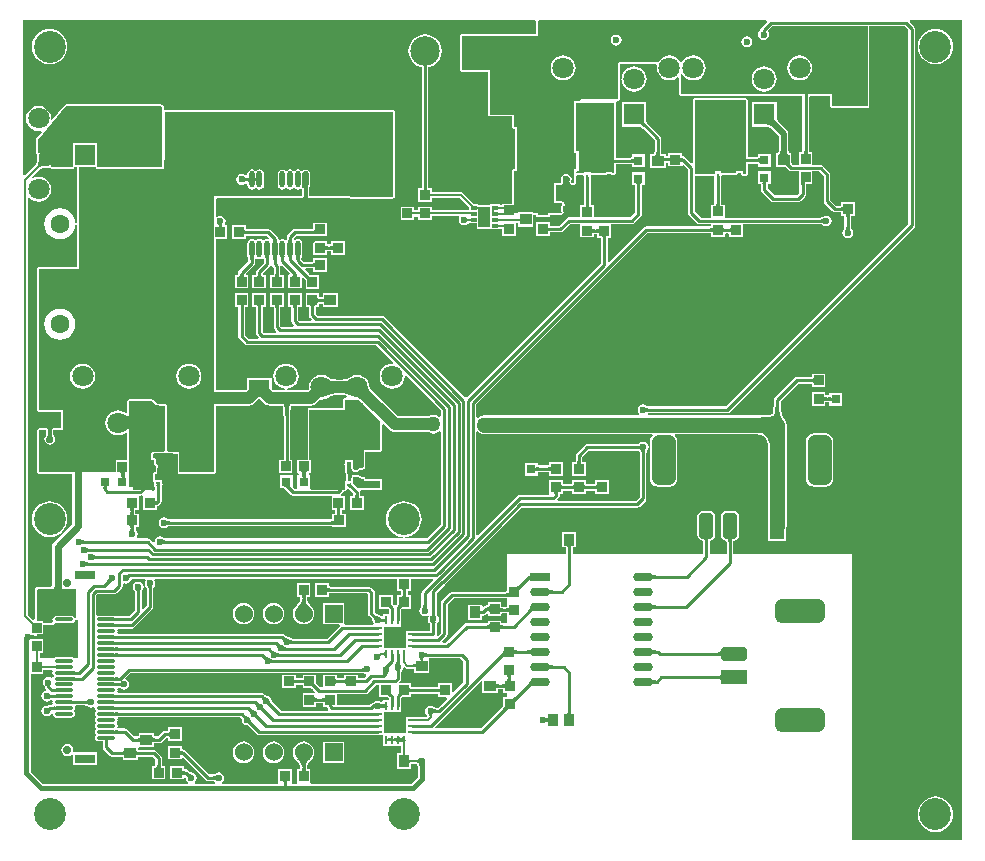
<source format=gtl>
G04*
G04 #@! TF.GenerationSoftware,Altium Limited,Altium Designer,19.1.5 (86)*
G04*
G04 Layer_Physical_Order=1*
G04 Layer_Color=255*
%FSLAX25Y25*%
%MOIN*%
G70*
G01*
G75*
%ADD10C,0.01000*%
%ADD11C,0.00984*%
%ADD12C,0.01968*%
%ADD13C,0.02362*%
%ADD16R,0.00787X0.03150*%
%ADD17R,0.01968X0.01181*%
%ADD18R,0.03937X0.06693*%
%ADD19R,0.03347X0.03347*%
%ADD20R,0.13976X0.09685*%
%ADD21O,0.01772X0.05512*%
%ADD22R,0.07087X0.03150*%
%ADD23R,0.06299X0.01181*%
%ADD24O,0.06299X0.01181*%
%ADD25R,0.03937X0.03543*%
%ADD26R,0.03543X0.03937*%
%ADD27R,0.03347X0.03347*%
G04:AMPARAMS|DCode=28|XSize=78.74mil|YSize=165.35mil|CornerRadius=19.68mil|HoleSize=0mil|Usage=FLASHONLY|Rotation=180.000|XOffset=0mil|YOffset=0mil|HoleType=Round|Shape=RoundedRectangle|*
%AMROUNDEDRECTD28*
21,1,0.07874,0.12598,0,0,180.0*
21,1,0.03937,0.16535,0,0,180.0*
1,1,0.03937,-0.01968,0.06299*
1,1,0.03937,0.01968,0.06299*
1,1,0.03937,0.01968,-0.06299*
1,1,0.03937,-0.01968,-0.06299*
%
%ADD28ROUNDEDRECTD28*%
G04:AMPARAMS|DCode=29|XSize=47.24mil|YSize=86.61mil|CornerRadius=11.81mil|HoleSize=0mil|Usage=FLASHONLY|Rotation=180.000|XOffset=0mil|YOffset=0mil|HoleType=Round|Shape=RoundedRectangle|*
%AMROUNDEDRECTD29*
21,1,0.04724,0.06299,0,0,180.0*
21,1,0.02362,0.08661,0,0,180.0*
1,1,0.02362,-0.01181,0.03150*
1,1,0.02362,0.01181,0.03150*
1,1,0.02362,0.01181,-0.03150*
1,1,0.02362,-0.01181,-0.03150*
%
%ADD29ROUNDEDRECTD29*%
%ADD30R,0.04724X0.08661*%
%ADD31R,0.03150X0.03150*%
%ADD32R,0.03150X0.03150*%
%ADD33R,0.03110X0.01181*%
%ADD34R,0.00984X0.01575*%
%ADD35R,0.04724X0.03937*%
%ADD36R,0.02953X0.00984*%
%ADD37R,0.00984X0.02953*%
%ADD38R,0.06496X0.06496*%
G04:AMPARAMS|DCode=39|XSize=78.74mil|YSize=165.35mil|CornerRadius=19.68mil|HoleSize=0mil|Usage=FLASHONLY|Rotation=90.000|XOffset=0mil|YOffset=0mil|HoleType=Round|Shape=RoundedRectangle|*
%AMROUNDEDRECTD39*
21,1,0.07874,0.12598,0,0,90.0*
21,1,0.03937,0.16535,0,0,90.0*
1,1,0.03937,0.06299,0.01968*
1,1,0.03937,0.06299,-0.01968*
1,1,0.03937,-0.06299,-0.01968*
1,1,0.03937,-0.06299,0.01968*
%
%ADD39ROUNDEDRECTD39*%
%ADD40R,0.08661X0.04724*%
G04:AMPARAMS|DCode=41|XSize=47.24mil|YSize=86.61mil|CornerRadius=11.81mil|HoleSize=0mil|Usage=FLASHONLY|Rotation=90.000|XOffset=0mil|YOffset=0mil|HoleType=Round|Shape=RoundedRectangle|*
%AMROUNDEDRECTD41*
21,1,0.04724,0.06299,0,0,90.0*
21,1,0.02362,0.08661,0,0,90.0*
1,1,0.02362,0.03150,0.01181*
1,1,0.02362,0.03150,-0.01181*
1,1,0.02362,-0.03150,-0.01181*
1,1,0.02362,-0.03150,0.01181*
%
%ADD41ROUNDEDRECTD41*%
%ADD42R,0.07087X0.05512*%
%ADD43O,0.06693X0.02992*%
%ADD44R,0.06693X0.02992*%
%ADD45R,0.06102X0.13583*%
%ADD46R,0.05512X0.07087*%
%ADD47R,0.03937X0.04724*%
%ADD48R,0.01575X0.00984*%
%ADD49R,0.01181X0.03110*%
%ADD94C,0.00800*%
%ADD95C,0.02000*%
%ADD96C,0.03937*%
%ADD97C,0.05000*%
%ADD98C,0.01500*%
%ADD99C,0.03000*%
%ADD100C,0.07087*%
%ADD101R,0.07087X0.07087*%
%ADD102C,0.02756*%
%ADD103C,0.09843*%
%ADD104R,0.07087X0.07087*%
%ADD105R,0.06000X0.06000*%
%ADD106C,0.06000*%
%ADD107C,0.06299*%
%ADD108R,0.06299X0.06299*%
%ADD109C,0.10630*%
%ADD110C,0.02362*%
%ADD111C,0.05000*%
%ADD112C,0.01968*%
G36*
X248907Y273969D02*
X247010Y272072D01*
X246767Y271708D01*
X246681Y271279D01*
X246681Y271279D01*
Y271157D01*
X246519Y271048D01*
X246125Y270459D01*
X245987Y269764D01*
X246125Y269069D01*
X246519Y268480D01*
X247108Y268087D01*
X247803Y267948D01*
X248498Y268087D01*
X249087Y268480D01*
X249481Y269069D01*
X249619Y269764D01*
X249481Y270459D01*
X249116Y271006D01*
X250610Y272500D01*
X282480D01*
Y246063D01*
X270633D01*
Y249864D01*
X242126Y249943D01*
X242126Y249943D01*
X242093Y249864D01*
X220275D01*
Y256508D01*
X220775Y256608D01*
X220790Y256572D01*
X221454Y255706D01*
X222320Y255042D01*
X223328Y254625D01*
X224410Y254482D01*
X225491Y254625D01*
X226499Y255042D01*
X227364Y255706D01*
X228029Y256572D01*
X228446Y257580D01*
X228589Y258662D01*
X228446Y259743D01*
X228029Y260751D01*
X227364Y261616D01*
X226499Y262281D01*
X225491Y262698D01*
X224410Y262841D01*
X223328Y262698D01*
X222320Y262281D01*
X221454Y261616D01*
X220790Y260751D01*
X220730Y260605D01*
X220275Y260494D01*
X219967Y260867D01*
X219392Y261616D01*
X218527Y262281D01*
X217519Y262698D01*
X216437Y262841D01*
X215355Y262698D01*
X214347Y262281D01*
X213482Y261616D01*
X212818Y260751D01*
X212712Y260494D01*
X199503D01*
X199306Y260298D01*
Y248401D01*
X186984D01*
X186279Y247697D01*
X185138D01*
X184678Y247506D01*
X184488Y247047D01*
Y233071D01*
Y231058D01*
X184646Y230678D01*
X184646Y220231D01*
X184011D01*
X183744Y220731D01*
X183764Y220762D01*
X183903Y221457D01*
X183764Y222152D01*
X183371Y222741D01*
X182782Y223134D01*
X182087Y223273D01*
X181392Y223134D01*
X180803Y222741D01*
X180409Y222152D01*
X180271Y221457D01*
X180409Y220762D01*
X180429Y220731D01*
X180162Y220231D01*
X177943D01*
Y213519D01*
X180533D01*
X180636Y213445D01*
X180710Y213373D01*
X180755Y213313D01*
X180791Y213249D01*
X180876Y213027D01*
X180859Y212994D01*
X180842Y212967D01*
X180824Y212943D01*
X180783Y212899D01*
X180759Y212833D01*
X180409Y212309D01*
X180271Y211614D01*
X180409Y210919D01*
X180558Y210696D01*
X180291Y210196D01*
X171044Y210196D01*
Y210504D01*
X165907D01*
Y210196D01*
X164509D01*
X164509Y224144D01*
X165502D01*
Y238927D01*
X164509D01*
Y243110D01*
X156496Y243110D01*
Y257874D01*
X147316D01*
Y269353D01*
X172734D01*
Y274117D01*
X172880Y274469D01*
X248700D01*
X248907Y273969D01*
D02*
G37*
G36*
X296123Y271189D02*
Y206621D01*
X235308Y145807D01*
X209536D01*
X209474Y145834D01*
X209372Y145837D01*
X209298Y145843D01*
X209233Y145853D01*
X209177Y145866D01*
X209130Y145880D01*
X209090Y145896D01*
X209057Y145912D01*
X209030Y145929D01*
X209006Y145947D01*
X208962Y145988D01*
X208896Y146012D01*
X208372Y146363D01*
X207677Y146501D01*
X206982Y146363D01*
X206393Y145969D01*
X205999Y145380D01*
X205861Y144685D01*
X205999Y143990D01*
X206393Y143401D01*
X206409Y143390D01*
X206257Y142890D01*
X154724D01*
X153915Y142784D01*
X153161Y142471D01*
X152617Y142054D01*
X152117Y142212D01*
Y146539D01*
X209144Y203566D01*
X229838D01*
X229901Y203539D01*
X230073Y203534D01*
X230201Y203523D01*
X230297Y203507D01*
X230306Y203505D01*
Y202415D01*
X234852D01*
Y203407D01*
X234860Y203409D01*
X234957Y203425D01*
X235085Y203436D01*
X235257Y203440D01*
X235319Y203468D01*
X235938D01*
X236000Y203440D01*
X236173Y203436D01*
X236301Y203425D01*
X236397Y203409D01*
X236405Y203407D01*
Y202316D01*
X240952D01*
Y206514D01*
X266843D01*
X266904Y206486D01*
X267005Y206483D01*
X267080Y206477D01*
X267145Y206467D01*
X267201Y206454D01*
X267248Y206440D01*
X267288Y206424D01*
X267321Y206408D01*
X267348Y206391D01*
X267372Y206373D01*
X267416Y206332D01*
X267482Y206308D01*
X268006Y205957D01*
X268701Y205819D01*
X269396Y205957D01*
X269985Y206351D01*
X270378Y206940D01*
X270517Y207635D01*
X270378Y208330D01*
X269985Y208919D01*
X269396Y209313D01*
X268701Y209451D01*
X268006Y209313D01*
X267482Y208963D01*
X267416Y208938D01*
X267372Y208897D01*
X267348Y208879D01*
X267321Y208862D01*
X267288Y208846D01*
X267249Y208830D01*
X267201Y208816D01*
X267145Y208803D01*
X267080Y208793D01*
X267005Y208787D01*
X266904Y208784D01*
X266843Y208757D01*
X234852D01*
Y213064D01*
X233764D01*
X233759Y213080D01*
X233744Y213173D01*
X233732Y213299D01*
X233728Y213469D01*
X233700Y213531D01*
Y222558D01*
X233711Y222582D01*
X234002Y222892D01*
X234173Y222960D01*
X238376D01*
X238546Y223030D01*
X238728Y223064D01*
X239122Y223318D01*
X239163Y223377D01*
X239229Y223405D01*
X239273Y223511D01*
X240305D01*
Y223327D01*
X240495Y222867D01*
X240954Y222677D01*
X241929D01*
X242388Y222867D01*
X242579Y223327D01*
Y226778D01*
X245405D01*
X245468Y226750D01*
X245637Y226745D01*
X245762Y226734D01*
X245856Y226719D01*
X245857Y226719D01*
Y225716D01*
X250206D01*
Y230066D01*
X245857D01*
Y229063D01*
X245856Y229063D01*
X245762Y229048D01*
X245637Y229037D01*
X245468Y229032D01*
X245405Y229005D01*
X242579D01*
Y247844D01*
X242388Y248303D01*
X241929Y248493D01*
X224842D01*
X224383Y248303D01*
X224193Y247844D01*
Y227021D01*
X223731Y226829D01*
X221679Y228881D01*
X221315Y229124D01*
X221026Y229182D01*
X220900Y229237D01*
X220754Y229240D01*
X220659Y229247D01*
Y230361D01*
X216112D01*
Y229484D01*
X215668Y229314D01*
X215224Y229484D01*
Y230066D01*
X213781D01*
X213779Y230074D01*
X213763Y230171D01*
X213752Y230298D01*
X213748Y230471D01*
X213720Y230533D01*
Y235091D01*
X213635Y235521D01*
X213391Y235884D01*
X213391Y235884D01*
X209388Y239888D01*
X209376Y239933D01*
X209350Y239948D01*
X209340Y239975D01*
X208981Y240360D01*
X208866Y240504D01*
X208781Y240626D01*
X208769Y240647D01*
Y240833D01*
X208805Y240908D01*
X208788Y240959D01*
X208803Y241012D01*
X208769Y241075D01*
Y247293D01*
X200483D01*
Y239006D01*
X206487D01*
X206521Y238983D01*
X206572Y238993D01*
X206618Y238970D01*
X206723Y239006D01*
X206942D01*
X207000Y238973D01*
X207112Y238895D01*
X207435Y238623D01*
X207621Y238444D01*
X207685Y238418D01*
X211477Y234627D01*
Y230533D01*
X211449Y230471D01*
X211445Y230298D01*
X211434Y230171D01*
X211418Y230074D01*
X211416Y230066D01*
X210087D01*
Y225323D01*
X215224D01*
Y226815D01*
X215668Y226985D01*
X216112Y226815D01*
Y225815D01*
X220659D01*
Y226075D01*
X221121Y226267D01*
X222599Y224789D01*
Y210335D01*
X222599Y210335D01*
X222684Y209906D01*
X222927Y209542D01*
X225627Y206842D01*
X225627Y206842D01*
X225991Y206599D01*
X226420Y206514D01*
X226420Y206514D01*
X230306D01*
Y205871D01*
X230297Y205869D01*
X230201Y205853D01*
X230073Y205842D01*
X229901Y205837D01*
X229838Y205809D01*
X208680D01*
X208680Y205809D01*
X208250Y205724D01*
X207887Y205481D01*
X196268Y193863D01*
X195807Y194054D01*
Y201590D01*
X195834Y201653D01*
X195839Y201825D01*
X195850Y201953D01*
X195866Y202049D01*
X195868Y202057D01*
X196958D01*
Y206604D01*
X197445Y206637D01*
X203858D01*
X203858Y206637D01*
X204287Y206722D01*
X204651Y206965D01*
X206893Y209207D01*
X206893Y209207D01*
X207136Y209571D01*
X207221Y210000D01*
X207221Y210000D01*
Y219110D01*
X207249Y219172D01*
X207254Y219345D01*
X207265Y219472D01*
X207280Y219569D01*
X207283Y219577D01*
X208275D01*
Y223927D01*
X203925D01*
Y219577D01*
X204917D01*
X204919Y219569D01*
X204935Y219472D01*
X204946Y219345D01*
X204951Y219172D01*
X204978Y219110D01*
Y210465D01*
X203393Y208880D01*
X191250D01*
Y212805D01*
X190260D01*
X190255Y212821D01*
X190240Y212915D01*
X190228Y213040D01*
X190224Y213210D01*
X190196Y213272D01*
Y222441D01*
X190190Y222470D01*
X190468Y222970D01*
X195266D01*
X195725Y223160D01*
X195733Y223179D01*
X196983D01*
X196991Y223160D01*
X197450Y222970D01*
X198111D01*
X198570Y223160D01*
X198760Y223620D01*
Y226544D01*
X203473D01*
X203536Y226516D01*
X203705Y226512D01*
X203830Y226501D01*
X203924Y226485D01*
X203925Y226485D01*
Y225483D01*
X208275D01*
Y229832D01*
X203925D01*
Y228830D01*
X203924Y228830D01*
X203830Y228814D01*
X203705Y228803D01*
X203536Y228799D01*
X203473Y228771D01*
X198760D01*
Y232360D01*
Y247047D01*
X198676Y247252D01*
X198978Y247752D01*
X199306D01*
X199766Y247942D01*
X199956Y248401D01*
Y254861D01*
X200456Y254893D01*
X200500Y254555D01*
X200589Y253879D01*
X201007Y252871D01*
X201671Y252006D01*
X202536Y251342D01*
X203544Y250924D01*
X204626Y250782D01*
X205708Y250924D01*
X206715Y251342D01*
X207581Y252006D01*
X208245Y252871D01*
X208663Y253879D01*
X208805Y254961D01*
X208663Y256042D01*
X208245Y257050D01*
X207581Y257916D01*
X206715Y258580D01*
X205708Y258997D01*
X204626Y259140D01*
X203544Y258997D01*
X202536Y258580D01*
X201671Y257916D01*
X201007Y257050D01*
X200589Y256042D01*
X200500Y255366D01*
X200456Y255028D01*
X199956Y255061D01*
Y259845D01*
X211926D01*
X212348Y259345D01*
X212258Y258662D01*
X212400Y257580D01*
X212818Y256572D01*
X213482Y255706D01*
X214347Y255042D01*
X215355Y254625D01*
X216437Y254482D01*
X217519Y254625D01*
X218527Y255042D01*
X219126Y255502D01*
X219626Y255256D01*
Y249864D01*
X219816Y249404D01*
X220275Y249214D01*
X242093D01*
X242213Y249264D01*
X242342D01*
X242371Y249292D01*
X260698Y249242D01*
Y231029D01*
X260670Y230967D01*
X260665Y230797D01*
X260654Y230672D01*
X260639Y230578D01*
X260639Y230578D01*
X259538D01*
Y226367D01*
X257620D01*
X257616Y226377D01*
X257254Y226766D01*
X257138Y226910D01*
X257057Y227026D01*
Y227183D01*
X257088Y227236D01*
X257074Y227290D01*
X257094Y227342D01*
X257057Y227426D01*
Y229520D01*
X257091Y229582D01*
X257080Y229617D01*
X257094Y229651D01*
X257057Y229741D01*
Y230263D01*
X256576D01*
X256514Y230296D01*
X256406Y230308D01*
X256390Y230313D01*
X256376Y230323D01*
X256345Y230357D01*
X256298Y230434D01*
X256245Y230565D01*
X256196Y230752D01*
X256156Y230992D01*
X256131Y231282D01*
X256122Y231636D01*
X256104Y231677D01*
Y236693D01*
X255981Y237311D01*
X255630Y237835D01*
X253446Y240020D01*
X253431Y240060D01*
X252723Y240822D01*
X252473Y241135D01*
X252279Y241413D01*
X252175Y241596D01*
Y242312D01*
X252212Y242402D01*
X252192Y242452D01*
X252204Y242503D01*
X252175Y242552D01*
Y247293D01*
X243888D01*
Y239006D01*
X248629D01*
X248678Y238977D01*
X248730Y238989D01*
X248779Y238969D01*
X248869Y239006D01*
X249585D01*
X249768Y238902D01*
X250039Y238713D01*
X250723Y238134D01*
X251112Y237759D01*
X251154Y237742D01*
X252873Y236024D01*
Y231677D01*
X252855Y231636D01*
X252846Y231282D01*
X252820Y230992D01*
X252781Y230752D01*
X252731Y230565D01*
X252678Y230434D01*
X252632Y230357D01*
X252601Y230323D01*
X252586Y230313D01*
X252571Y230308D01*
X252463Y230296D01*
X252401Y230263D01*
X251920D01*
Y229741D01*
X251882Y229651D01*
X251896Y229617D01*
X251886Y229582D01*
X251920Y229520D01*
Y225519D01*
X254660D01*
X254674Y225508D01*
X254723Y225513D01*
X254765Y225488D01*
X254886Y225519D01*
X255122D01*
X255202Y225474D01*
X255311Y225399D01*
X255620Y225139D01*
X255797Y224968D01*
X255862Y224942D01*
X256339Y224466D01*
X256700Y224225D01*
X257126Y224140D01*
X259538D01*
Y220739D01*
X259527Y220726D01*
X259537Y220630D01*
X259500Y220541D01*
X259538Y220451D01*
Y219929D01*
X259659D01*
X259676Y219703D01*
X259677Y219535D01*
X259705Y219469D01*
Y217033D01*
X258905Y216233D01*
X251450D01*
X249153Y218530D01*
Y219344D01*
X249181Y219406D01*
X249185Y219578D01*
X249196Y219706D01*
X249212Y219802D01*
X249214Y219811D01*
X250206D01*
Y224160D01*
X245857D01*
Y219811D01*
X246849D01*
X246851Y219802D01*
X246867Y219706D01*
X246878Y219578D01*
X246882Y219406D01*
X246910Y219344D01*
Y218066D01*
X246910Y218065D01*
X246995Y217636D01*
X247238Y217272D01*
X250192Y214319D01*
X250556Y214076D01*
X250985Y213990D01*
X250985Y213990D01*
X259370D01*
X259370Y213990D01*
X259799Y214076D01*
X260163Y214319D01*
X261620Y215775D01*
X261620Y215775D01*
X261863Y216139D01*
X261948Y216568D01*
X261948Y216569D01*
Y219462D01*
X261976Y219524D01*
X261980Y219694D01*
X261992Y219819D01*
X262007Y219913D01*
X262012Y219929D01*
X264084D01*
Y224140D01*
X266394D01*
X267882Y222652D01*
Y214191D01*
X267967Y213765D01*
X268209Y213404D01*
X270786Y210827D01*
X271147Y210585D01*
X271573Y210501D01*
X273161D01*
X273223Y210473D01*
X273393Y210468D01*
X273518Y210457D01*
X273612Y210442D01*
X273613Y210442D01*
Y209341D01*
X274713D01*
X274714Y209340D01*
X274729Y209246D01*
X274740Y209121D01*
X274745Y208952D01*
X274772Y208889D01*
Y205603D01*
X274745Y205541D01*
X274742Y205441D01*
X274735Y205368D01*
X274725Y205304D01*
X274713Y205248D01*
X274698Y205201D01*
X274682Y205161D01*
X274664Y205127D01*
X274646Y205098D01*
X274626Y205072D01*
X274583Y205026D01*
X274559Y204960D01*
X274208Y204435D01*
X274070Y203740D01*
X274208Y203045D01*
X274602Y202456D01*
X275191Y202062D01*
X275886Y201924D01*
X276581Y202062D01*
X277170Y202456D01*
X277564Y203045D01*
X277702Y203740D01*
X277564Y204435D01*
X277213Y204960D01*
X277188Y205026D01*
X277146Y205072D01*
X277126Y205098D01*
X277107Y205127D01*
X277090Y205161D01*
X277074Y205201D01*
X277059Y205248D01*
X277046Y205304D01*
X277036Y205368D01*
X277030Y205441D01*
X277027Y205541D01*
X276999Y205603D01*
Y208889D01*
X277027Y208952D01*
X277032Y209121D01*
X277043Y209246D01*
X277058Y209340D01*
X277058Y209341D01*
X278159D01*
Y213887D01*
X273613D01*
Y212787D01*
X273612Y212786D01*
X273518Y212771D01*
X273393Y212760D01*
X273223Y212755D01*
X273161Y212728D01*
X272035D01*
X270110Y214653D01*
Y223113D01*
X270110Y223113D01*
X270025Y223539D01*
X269783Y223900D01*
X269783Y223900D01*
X267643Y226041D01*
X267282Y226282D01*
X266855Y226367D01*
X264084D01*
Y230578D01*
X262983D01*
X262983Y230578D01*
X262968Y230672D01*
X262957Y230797D01*
X262952Y230967D01*
X262925Y231029D01*
Y248882D01*
X263279Y249235D01*
X269983Y249216D01*
Y246063D01*
X270174Y245604D01*
X270633Y245413D01*
X282480D01*
X282940Y245604D01*
X283130Y246063D01*
Y272500D01*
X294811D01*
X296123Y271189D01*
D02*
G37*
G36*
X208097Y240873D02*
X208066Y240784D01*
X208063Y240680D01*
X208090Y240561D01*
X208147Y240427D01*
X208232Y240278D01*
X208346Y240114D01*
X208490Y239935D01*
X208864Y239533D01*
X208071Y238911D01*
X207870Y239105D01*
X207508Y239411D01*
X207346Y239523D01*
X207198Y239608D01*
X207064Y239665D01*
X206942Y239694D01*
X206834Y239696D01*
X206739Y239671D01*
X206657Y239618D01*
X208157Y240947D01*
X208097Y240873D01*
D02*
G37*
G36*
X251451Y242249D02*
X251396Y242068D01*
Y241859D01*
X251451Y241623D01*
X251563Y241358D01*
X251730Y241066D01*
X251953Y240746D01*
X252231Y240398D01*
X252955Y239618D01*
X251563Y238226D01*
X251159Y238616D01*
X250435Y239229D01*
X250115Y239451D01*
X249823Y239618D01*
X249558Y239730D01*
X249322Y239785D01*
X249113D01*
X248932Y239730D01*
X248779Y239618D01*
X251563Y242402D01*
X251451Y242249D01*
D02*
G37*
G36*
X262308Y230761D02*
X262323Y230591D01*
X262347Y230442D01*
X262382Y230312D01*
X262426Y230203D01*
X262480Y230113D01*
X262544Y230043D01*
X262618Y229994D01*
X262702Y229964D01*
X262795Y229954D01*
X260827D01*
X260920Y229964D01*
X261004Y229994D01*
X261078Y230043D01*
X261142Y230113D01*
X261196Y230203D01*
X261240Y230312D01*
X261275Y230442D01*
X261299Y230591D01*
X261314Y230761D01*
X261319Y230950D01*
X262303D01*
X262308Y230761D01*
D02*
G37*
G36*
X255482Y231245D02*
X255511Y230911D01*
X255560Y230615D01*
X255628Y230359D01*
X255716Y230143D01*
X255823Y229966D01*
X255949Y229828D01*
X256095Y229730D01*
X256260Y229670D01*
X256445Y229651D01*
X252532D01*
X252716Y229670D01*
X252882Y229730D01*
X253028Y229828D01*
X253154Y229966D01*
X253261Y230143D01*
X253348Y230359D01*
X253417Y230615D01*
X253465Y230911D01*
X253494Y231245D01*
X253504Y231619D01*
X255473D01*
X255482Y231245D01*
D02*
G37*
G36*
X213103Y230262D02*
X213118Y230090D01*
X213143Y229938D01*
X213178Y229806D01*
X213223Y229695D01*
X213278Y229604D01*
X213343Y229533D01*
X213418Y229482D01*
X213503Y229452D01*
X213598Y229442D01*
X211598D01*
X211693Y229452D01*
X211778Y229482D01*
X211853Y229533D01*
X211918Y229604D01*
X211973Y229695D01*
X212018Y229806D01*
X212053Y229938D01*
X212078Y230090D01*
X212093Y230262D01*
X212098Y230454D01*
X213098D01*
X213103Y230262D01*
D02*
G37*
G36*
X220043Y228862D02*
X220069Y228805D01*
X220112Y228754D01*
X220171Y228710D01*
X220248Y228673D01*
X220341Y228642D01*
X220452Y228618D01*
X220580Y228602D01*
X220724Y228591D01*
X220886Y228588D01*
Y227588D01*
X220724Y227585D01*
X220452Y227557D01*
X220341Y227534D01*
X220248Y227503D01*
X220171Y227466D01*
X220112Y227422D01*
X220069Y227371D01*
X220043Y227313D01*
X220035Y227249D01*
Y228927D01*
X220043Y228862D01*
D02*
G37*
G36*
X216737Y227150D02*
X216726Y227245D01*
X216696Y227330D01*
X216646Y227405D01*
X216575Y227470D01*
X216483Y227525D01*
X216372Y227570D01*
X216241Y227605D01*
X216089Y227630D01*
X215917Y227645D01*
X215724Y227650D01*
Y228650D01*
X215917Y228655D01*
X216089Y228670D01*
X216241Y228695D01*
X216372Y228730D01*
X216483Y228775D01*
X216575Y228830D01*
X216646Y228895D01*
X216696Y228970D01*
X216726Y229055D01*
X216737Y229150D01*
Y227150D01*
D02*
G37*
G36*
X214610Y229055D02*
X214640Y228970D01*
X214691Y228895D01*
X214761Y228830D01*
X214853Y228775D01*
X214964Y228730D01*
X215095Y228695D01*
X215247Y228670D01*
X215419Y228655D01*
X215612Y228650D01*
Y227650D01*
X215419Y227645D01*
X215247Y227630D01*
X215095Y227605D01*
X214964Y227570D01*
X214853Y227525D01*
X214761Y227470D01*
X214691Y227405D01*
X214640Y227330D01*
X214610Y227245D01*
X214600Y227150D01*
Y229150D01*
X214610Y229055D01*
D02*
G37*
G36*
X246481Y226907D02*
X246471Y227000D01*
X246441Y227084D01*
X246391Y227158D01*
X246321Y227222D01*
X246232Y227276D01*
X246122Y227320D01*
X245992Y227355D01*
X245843Y227379D01*
X245674Y227394D01*
X245484Y227399D01*
Y228383D01*
X245674Y228388D01*
X245843Y228403D01*
X245992Y228428D01*
X246122Y228462D01*
X246232Y228506D01*
X246321Y228560D01*
X246391Y228624D01*
X246441Y228698D01*
X246471Y228782D01*
X246481Y228875D01*
Y226907D01*
D02*
G37*
G36*
X204549Y226673D02*
X204539Y226767D01*
X204509Y226850D01*
X204459Y226924D01*
X204390Y226988D01*
X204300Y227042D01*
X204190Y227087D01*
X204061Y227121D01*
X203911Y227146D01*
X203742Y227160D01*
X203553Y227165D01*
Y228150D01*
X203742Y228154D01*
X203911Y228169D01*
X204061Y228194D01*
X204190Y228228D01*
X204300Y228273D01*
X204390Y228327D01*
X204459Y228391D01*
X204509Y228465D01*
X204539Y228548D01*
X204549Y228642D01*
Y226673D01*
D02*
G37*
G36*
X47377Y245473D02*
Y225570D01*
X25797D01*
Y233750D01*
X17510D01*
Y225570D01*
X10794D01*
X10727Y225610D01*
X10457Y226063D01*
X10456Y226064D01*
X10457Y226065D01*
X10455Y226068D01*
X10361Y226293D01*
X10266Y226522D01*
X9233Y227555D01*
X10563Y228885D01*
X10784Y229216D01*
X10862Y229606D01*
X10784Y229996D01*
X10563Y230327D01*
X10233Y230548D01*
X9843Y230626D01*
X9452Y230548D01*
X9121Y230327D01*
X7791Y228997D01*
X6759Y230030D01*
X6529Y230125D01*
X6302Y230220D01*
X6296Y230223D01*
X5850Y230558D01*
Y234458D01*
X15388Y245866D01*
X46983D01*
X47377Y245473D01*
D02*
G37*
G36*
X255486Y227823D02*
X255527Y227733D01*
X255595Y227622D01*
X255690Y227489D01*
X255962Y227160D01*
X256070Y227044D01*
X256445Y227326D01*
X256380Y227259D01*
X256346Y227175D01*
X256341Y227076D01*
X256365Y226960D01*
X256420Y226829D01*
X256505Y226682D01*
X256619Y226519D01*
X256763Y226340D01*
X257141Y225935D01*
X256248Y225435D01*
X256055Y225622D01*
X255705Y225916D01*
X255548Y226024D01*
X255403Y226107D01*
X255269Y226164D01*
X255148Y226194D01*
X255039Y226199D01*
X254941Y226178D01*
X254856Y226131D01*
X255204Y226393D01*
X254757Y226784D01*
X254646Y226852D01*
X254556Y226893D01*
X254488Y226907D01*
X255473Y227892D01*
X255486Y227823D01*
D02*
G37*
G36*
X9807Y226063D02*
X9246Y226061D01*
X7821Y225960D01*
X7432Y225895D01*
X7086Y225813D01*
X6783Y225716D01*
X6523Y225604D01*
X6306Y225475D01*
X6132Y225331D01*
X5567Y225896D01*
X5711Y226070D01*
X5840Y226287D01*
X5953Y226547D01*
X6050Y226850D01*
X6131Y227196D01*
X6196Y227585D01*
X6279Y228492D01*
X6297Y229010D01*
X6299Y229571D01*
X9807Y226063D01*
D02*
G37*
G36*
X124462Y243918D02*
Y216093D01*
X124108Y215740D01*
X96259Y215855D01*
Y217794D01*
X96287Y217858D01*
X96290Y218012D01*
X96312Y218294D01*
X96329Y218404D01*
X96351Y218511D01*
X96376Y218606D01*
X96405Y218691D01*
X96435Y218765D01*
X96468Y218829D01*
X96516Y218908D01*
X96529Y218994D01*
X96537Y219007D01*
X96561Y219127D01*
X96610Y219246D01*
X96593Y219287D01*
X96653Y219587D01*
Y223327D01*
X96537Y223906D01*
X96209Y224398D01*
X95718Y224726D01*
X95138Y224842D01*
X94558Y224726D01*
X94067Y224398D01*
X93650D01*
X93158Y224726D01*
X92579Y224842D01*
X91999Y224726D01*
X91508Y224398D01*
X91091D01*
X90599Y224726D01*
X90020Y224842D01*
X89440Y224726D01*
X88948Y224398D01*
X88532D01*
X88040Y224726D01*
X87461Y224842D01*
X86881Y224726D01*
X86389Y224398D01*
X86061Y223906D01*
X85946Y223327D01*
Y219587D01*
X86061Y219007D01*
X86389Y218515D01*
X86881Y218187D01*
X87461Y218072D01*
X88040Y218187D01*
X88532Y218515D01*
X88948D01*
X89440Y218187D01*
X90020Y218072D01*
X90599Y218187D01*
X91091Y218515D01*
X91508D01*
X91999Y218187D01*
X92579Y218072D01*
X93158Y218187D01*
X93442Y218376D01*
X93530Y218381D01*
X93644Y218358D01*
X93973Y218168D01*
X93986Y218012D01*
X93988Y217858D01*
X94016Y217794D01*
Y216218D01*
X93662Y215866D01*
X64509Y215986D01*
Y123800D01*
X53127D01*
Y130112D01*
X53033Y130340D01*
X52938Y130570D01*
X52937Y130570D01*
X52937Y130571D01*
X52708Y130666D01*
X52479Y130761D01*
X49271Y130770D01*
X48881Y131123D01*
X48878Y131127D01*
Y146031D01*
X48687Y146491D01*
X48228Y146681D01*
X46662D01*
X46119Y146752D01*
X45652Y146946D01*
X45217Y147280D01*
X44399Y148097D01*
X43940Y148287D01*
X36417D01*
X35958Y148097D01*
X35768Y147638D01*
Y143800D01*
X35268Y143553D01*
X34720Y143974D01*
X33712Y144391D01*
X32630Y144533D01*
X31549Y144391D01*
X30541Y143974D01*
X29675Y143309D01*
X29011Y142444D01*
X28594Y141436D01*
X28451Y140354D01*
X28594Y139273D01*
X29011Y138265D01*
X29675Y137399D01*
X30541Y136735D01*
X31549Y136318D01*
X32630Y136175D01*
X33712Y136318D01*
X34720Y136735D01*
X35268Y137156D01*
X35768Y136909D01*
Y127861D01*
X31833D01*
Y123800D01*
X6358D01*
Y137884D01*
X8658D01*
X8662Y137868D01*
X8678Y137774D01*
X8689Y137649D01*
X8693Y137479D01*
X8721Y137417D01*
Y136701D01*
X8693Y136639D01*
X8691Y136538D01*
X8684Y136463D01*
X8674Y136398D01*
X8662Y136342D01*
X8647Y136295D01*
X8632Y136255D01*
X8615Y136223D01*
X8598Y136195D01*
X8580Y136171D01*
X8539Y136127D01*
X8515Y136062D01*
X8165Y135538D01*
X8027Y134843D01*
X8165Y134148D01*
X8558Y133558D01*
X9148Y133165D01*
X9843Y133027D01*
X10537Y133165D01*
X11127Y133558D01*
X11520Y134148D01*
X11659Y134843D01*
X11520Y135538D01*
X11170Y136062D01*
X11146Y136127D01*
X11105Y136171D01*
X11087Y136195D01*
X11070Y136223D01*
X11053Y136255D01*
X11038Y136295D01*
X11023Y136342D01*
X11011Y136398D01*
X11001Y136463D01*
X10994Y136538D01*
X10992Y136639D01*
X10964Y136701D01*
Y137417D01*
X10992Y137479D01*
X10996Y137649D01*
X11007Y137774D01*
X11023Y137868D01*
X11027Y137884D01*
X14354D01*
Y144596D01*
X6358D01*
Y191760D01*
X19554D01*
Y209646D01*
Y225463D01*
X25192D01*
X25338Y225110D01*
X25797Y224920D01*
X47377D01*
X47836Y225110D01*
X48026Y225570D01*
Y227865D01*
X48362D01*
Y243918D01*
X111221D01*
X124462Y243918D01*
D02*
G37*
G36*
X18904Y209646D02*
Y206992D01*
X18405Y206959D01*
X18268Y207994D01*
X17752Y209242D01*
X16930Y210313D01*
X15858Y211135D01*
X14611Y211651D01*
X13273Y211828D01*
X11934Y211651D01*
X10687Y211135D01*
X9616Y210313D01*
X8794Y209242D01*
X8277Y207994D01*
X8101Y206656D01*
X8277Y205317D01*
X8794Y204070D01*
X9616Y202999D01*
X10687Y202177D01*
X11934Y201660D01*
X13273Y201484D01*
X14611Y201660D01*
X15858Y202177D01*
X16930Y202999D01*
X17752Y204070D01*
X18268Y205317D01*
X18405Y206353D01*
X18904Y206320D01*
Y192409D01*
X6358D01*
X5899Y192219D01*
X5708Y191760D01*
Y144596D01*
X5899Y144137D01*
X6358Y143947D01*
X13705D01*
Y138534D01*
X11027D01*
X10871Y138469D01*
X10703Y138447D01*
X10668Y138402D01*
X10645Y138397D01*
X10628Y138368D01*
X10568Y138344D01*
X10503Y138187D01*
X10400Y138053D01*
X10396Y138037D01*
X10400Y138003D01*
X10382Y137975D01*
X10376Y137937D01*
X10367Y137881D01*
X10373Y137855D01*
X10360Y137831D01*
X10349Y137706D01*
X10356Y137686D01*
X10347Y137666D01*
X10343Y137522D01*
X10343Y137496D01*
X10345Y137490D01*
X10315Y137417D01*
Y136701D01*
X10345Y136628D01*
X10343Y136621D01*
X10343Y136606D01*
X10345Y136520D01*
X10353Y136502D01*
X10347Y136482D01*
X10354Y136408D01*
X10364Y136388D01*
X10359Y136366D01*
X10364Y136332D01*
X10369Y136301D01*
X10381Y136280D01*
X10377Y136257D01*
X10389Y136201D01*
X10405Y136179D01*
X10402Y136153D01*
X10416Y136106D01*
X10434Y136084D01*
X10434Y136055D01*
X10438Y136045D01*
X10450Y136016D01*
X10471Y135994D01*
X10473Y135964D01*
X10489Y135931D01*
X10513Y135911D01*
X10518Y135880D01*
X10535Y135852D01*
X10562Y135833D01*
X10570Y135801D01*
X10572Y135799D01*
X10588Y135778D01*
X10617Y135761D01*
X10619Y135755D01*
X10623Y135736D01*
X10669Y135686D01*
X10640D01*
X10909Y135284D01*
X10996Y134843D01*
X10909Y134401D01*
X10658Y134027D01*
X10284Y133776D01*
X9843Y133689D01*
X9401Y133776D01*
X9027Y134027D01*
X8777Y134401D01*
X8689Y134843D01*
X8777Y135284D01*
X9045Y135686D01*
X9016D01*
X9062Y135736D01*
X9066Y135755D01*
X9068Y135761D01*
X9097Y135778D01*
X9115Y135801D01*
X9123Y135833D01*
X9150Y135852D01*
X9167Y135879D01*
X9172Y135911D01*
X9196Y135931D01*
X9199Y135939D01*
X9212Y135964D01*
X9214Y135994D01*
X9235Y136016D01*
X9248Y136048D01*
X9251Y136055D01*
X9251Y136084D01*
X9269Y136106D01*
X9269Y136106D01*
X9283Y136153D01*
X9280Y136179D01*
X9296Y136200D01*
X9308Y136257D01*
X9304Y136280D01*
X9317Y136301D01*
X9326Y136366D01*
X9321Y136388D01*
X9331Y136408D01*
X9338Y136482D01*
X9331Y136502D01*
X9340Y136520D01*
X9342Y136606D01*
X9342Y136621D01*
X9340Y136628D01*
X9370Y136701D01*
Y137417D01*
X9340Y137490D01*
X9342Y137496D01*
X9342Y137510D01*
X9338Y137666D01*
X9329Y137686D01*
X9336Y137706D01*
X9325Y137831D01*
X9312Y137855D01*
X9318Y137881D01*
X9311Y137928D01*
X9303Y137975D01*
X9285Y138003D01*
X9289Y138037D01*
X9285Y138053D01*
X9182Y138187D01*
X9117Y138344D01*
X9057Y138368D01*
X9040Y138397D01*
X9017Y138402D01*
X8982Y138447D01*
X8814Y138469D01*
X8658Y138534D01*
X6358D01*
X5899Y138344D01*
X5708Y137884D01*
Y123800D01*
X5899Y123341D01*
X6358Y123151D01*
X17460D01*
Y106663D01*
X11193Y100395D01*
X10799Y99806D01*
X10661Y99111D01*
Y86145D01*
X10166Y85651D01*
X5839Y85700D01*
X5837Y85699D01*
X5835Y85700D01*
X5608Y85607D01*
X5378Y85515D01*
X5377Y85513D01*
X5375Y85512D01*
X5020Y85161D01*
X5019Y85159D01*
X5017Y85158D01*
X4922Y84930D01*
X4827Y84702D01*
X4828Y84701D01*
X4827Y84699D01*
X4827Y74865D01*
X4327Y74658D01*
X2594Y76391D01*
Y215228D01*
X3068Y215389D01*
X3187Y215234D01*
X4052Y214570D01*
X5060Y214152D01*
X6142Y214010D01*
X7223Y214152D01*
X8231Y214570D01*
X9097Y215234D01*
X9761Y216099D01*
X10178Y217107D01*
X10321Y218189D01*
X10178Y219270D01*
X9761Y220278D01*
X9097Y221144D01*
X8231Y221808D01*
X7223Y222226D01*
X6142Y222368D01*
X5060Y222226D01*
X4293Y221908D01*
X4010Y222332D01*
X6492Y224814D01*
X6548Y224831D01*
X6682Y224943D01*
X6819Y225024D01*
X7012Y225108D01*
X7260Y225187D01*
X7560Y225257D01*
X7898Y225314D01*
X9270Y225412D01*
X9809Y225414D01*
X9842Y225427D01*
X9843Y225427D01*
X10062Y225456D01*
X10169Y225278D01*
X10295Y225183D01*
X10316Y225156D01*
X10334Y225110D01*
X10355Y225102D01*
X10389Y225056D01*
X10456Y225015D01*
X10539Y225002D01*
X10567Y224981D01*
X10623Y224989D01*
X10630Y224988D01*
X10794Y224920D01*
X17510D01*
X17969Y225110D01*
X18115Y225463D01*
X18904D01*
Y209646D01*
D02*
G37*
G36*
X198111Y232360D02*
Y223620D01*
X197450D01*
Y223828D01*
X195266D01*
Y223620D01*
X190167D01*
Y223828D01*
X187983D01*
Y223620D01*
X185606D01*
X185329Y224119D01*
X185471Y224346D01*
X186230D01*
Y231058D01*
X185138D01*
Y233071D01*
Y247047D01*
X198111D01*
Y232360D01*
D02*
G37*
G36*
X241929Y223327D02*
X240954D01*
Y224160D01*
X238770D01*
Y223864D01*
X238376Y223609D01*
X234065D01*
X233671Y223864D01*
Y224160D01*
X231487D01*
Y223327D01*
X224842D01*
Y225253D01*
X224842Y225253D01*
X224842Y225253D01*
Y247844D01*
X241929D01*
Y223327D01*
D02*
G37*
G36*
X261732Y220531D02*
X261647Y220501D01*
X261572Y220451D01*
X261507Y220381D01*
X261452Y220291D01*
X261407Y220181D01*
X261372Y220051D01*
X261347Y219901D01*
X261332Y219731D01*
X261327Y219541D01*
X260327D01*
X260325Y219731D01*
X260282Y220291D01*
X260263Y220381D01*
X260240Y220451D01*
X260213Y220501D01*
X260183Y220531D01*
X260150Y220541D01*
X261827D01*
X261732Y220531D01*
D02*
G37*
G36*
X248937Y220425D02*
X248851Y220394D01*
X248777Y220344D01*
X248711Y220273D01*
X248657Y220182D01*
X248611Y220070D01*
X248576Y219939D01*
X248552Y219787D01*
X248536Y219615D01*
X248532Y219423D01*
X247532D01*
X247527Y219615D01*
X247512Y219787D01*
X247486Y219939D01*
X247451Y220070D01*
X247407Y220182D01*
X247352Y220273D01*
X247287Y220344D01*
X247212Y220394D01*
X247127Y220425D01*
X247031Y220435D01*
X249031D01*
X248937Y220425D01*
D02*
G37*
G36*
X207005Y220191D02*
X206920Y220161D01*
X206845Y220110D01*
X206780Y220039D01*
X206725Y219948D01*
X206680Y219837D01*
X206645Y219705D01*
X206620Y219553D01*
X206605Y219381D01*
X206600Y219189D01*
X205600D01*
X205595Y219381D01*
X205580Y219553D01*
X205555Y219705D01*
X205520Y219837D01*
X205475Y219948D01*
X205420Y220039D01*
X205355Y220110D01*
X205280Y220161D01*
X205195Y220191D01*
X205100Y220201D01*
X207100D01*
X207005Y220191D01*
D02*
G37*
G36*
X172084Y274116D02*
Y270002D01*
X147316D01*
X146857Y269812D01*
X146667Y269353D01*
Y257874D01*
X146857Y257415D01*
X147316Y257225D01*
X155847D01*
Y243110D01*
X156037Y242651D01*
X156496Y242461D01*
X163859Y242461D01*
Y238927D01*
X164049Y238468D01*
X164509Y238277D01*
X164853D01*
Y224794D01*
X164509D01*
X164049Y224603D01*
X163859Y224144D01*
X163859Y213395D01*
X160661D01*
Y213027D01*
X159852D01*
Y213198D01*
X156683D01*
Y213001D01*
X152765D01*
Y213198D01*
X151394D01*
X151318Y213313D01*
X147669Y216961D01*
X147339Y217182D01*
X146949Y217260D01*
X137267D01*
Y218513D01*
X136546D01*
X136115Y218701D01*
Y258831D01*
X136435Y258873D01*
X137778Y259429D01*
X138932Y260314D01*
X139816Y261468D01*
X140373Y262811D01*
X140563Y264252D01*
X140373Y265693D01*
X139816Y267036D01*
X138932Y268190D01*
X137778Y269075D01*
X136435Y269631D01*
X134994Y269821D01*
X133552Y269631D01*
X132209Y269075D01*
X131056Y268190D01*
X130171Y267036D01*
X129615Y265693D01*
X129425Y264252D01*
X129615Y262811D01*
X130171Y261468D01*
X131056Y260314D01*
X132209Y259429D01*
X133552Y258873D01*
X133872Y258831D01*
Y218701D01*
X133872Y218701D01*
X133442Y218513D01*
X132720D01*
Y213967D01*
X137267D01*
Y215220D01*
X146526D01*
X149584Y212163D01*
X149597Y212100D01*
Y211173D01*
X137267D01*
Y212411D01*
X132720D01*
Y211157D01*
X131401D01*
Y212411D01*
X126855D01*
Y207864D01*
X131401D01*
Y209118D01*
X132720D01*
Y207864D01*
X137267D01*
Y209134D01*
X146175D01*
X146384Y208744D01*
X146387Y208634D01*
X146256Y207972D01*
X146394Y207277D01*
X146788Y206688D01*
X147377Y206295D01*
X148072Y206156D01*
X148767Y206295D01*
X149356Y206688D01*
X149371Y206711D01*
X149597Y206880D01*
X152156D01*
Y205109D01*
X156683D01*
Y204912D01*
X159852D01*
Y205083D01*
X160661D01*
Y202746D01*
X165207D01*
Y207051D01*
X165907D01*
Y205761D01*
X171044D01*
Y209547D01*
X171939D01*
Y208849D01*
X176486D01*
Y209547D01*
X180291D01*
X180381Y209584D01*
X180479Y209575D01*
X180603Y209676D01*
X180750Y209737D01*
X180788Y209828D01*
X180863Y209890D01*
X181131Y210390D01*
X181140Y210488D01*
X181195Y210569D01*
X181164Y210726D01*
X181179Y210885D01*
X181117Y210961D01*
X181098Y211057D01*
X181021Y211173D01*
X180933Y211614D01*
X181021Y212056D01*
X181289Y212458D01*
X181260D01*
X181306Y212508D01*
X181310Y212527D01*
X181312Y212533D01*
X181341Y212550D01*
X181359Y212573D01*
X181367Y212605D01*
X181394Y212624D01*
X181411Y212651D01*
X181416Y212682D01*
X181440Y212703D01*
X181444Y212710D01*
X181456Y212736D01*
X181457Y212751D01*
X181469Y212762D01*
X181475Y212997D01*
X181477Y213020D01*
X181486Y213054D01*
X181480Y213064D01*
X181481Y213074D01*
X181492Y213141D01*
X181486Y213149D01*
X181492Y213231D01*
X181482Y213243D01*
X181482Y213259D01*
X181397Y213481D01*
X181364Y213516D01*
X181359Y213563D01*
X181324Y213627D01*
X181286Y213658D01*
X181273Y213705D01*
X181228Y213765D01*
X181183Y213791D01*
X181163Y213838D01*
X181090Y213910D01*
X181042Y213929D01*
X181015Y213972D01*
X180912Y214047D01*
X180718Y214092D01*
X180533Y214169D01*
X178593D01*
Y219582D01*
X180162D01*
X180253Y219619D01*
X180351Y219609D01*
X180474Y219711D01*
X180621Y219772D01*
X180659Y219863D01*
X180735Y219925D01*
X181002Y220425D01*
X181012Y220522D01*
X181066Y220604D01*
X181035Y220761D01*
X181051Y220919D01*
X181036Y220938D01*
X180933Y221457D01*
X181021Y221898D01*
X181271Y222273D01*
X181645Y222523D01*
X182087Y222610D01*
X182528Y222523D01*
X182903Y222273D01*
X183153Y221898D01*
X183240Y221457D01*
X183137Y220938D01*
X183122Y220919D01*
X183138Y220761D01*
X183107Y220604D01*
X183161Y220522D01*
X183171Y220425D01*
X183438Y219925D01*
X183514Y219863D01*
X183552Y219772D01*
X183699Y219711D01*
X183823Y219609D01*
X183920Y219619D01*
X184011Y219582D01*
X184646D01*
X185105Y219772D01*
X185295Y220231D01*
Y222552D01*
X185307Y222592D01*
X185606Y222970D01*
X187682D01*
X187959Y222470D01*
X187953Y222441D01*
Y213272D01*
X187926Y213210D01*
X187921Y213040D01*
X187910Y212915D01*
X187894Y212821D01*
X187890Y212805D01*
X186703D01*
Y208880D01*
X182955D01*
X182955Y208880D01*
X182526Y208794D01*
X182162Y208551D01*
X179654Y206043D01*
X176486D01*
Y207293D01*
X174361D01*
X174213Y207322D01*
X174064Y207293D01*
X171939D01*
Y202746D01*
X176486D01*
Y203800D01*
X180118D01*
X180118Y203800D01*
X180547Y203885D01*
X180911Y204128D01*
X183420Y206637D01*
X186703D01*
Y202156D01*
X191250D01*
Y203148D01*
X191258Y203150D01*
X191354Y203166D01*
X191482Y203177D01*
X191655Y203181D01*
X191717Y203209D01*
X191945D01*
X192007Y203181D01*
X192179Y203177D01*
X192307Y203166D01*
X192403Y203150D01*
X192412Y203148D01*
Y202057D01*
X193502D01*
X193504Y202049D01*
X193520Y201953D01*
X193531Y201825D01*
X193536Y201653D01*
X193563Y201590D01*
Y193421D01*
X148970Y148828D01*
X148284Y148848D01*
X121510Y175621D01*
X121146Y175865D01*
X120717Y175950D01*
X120717Y175950D01*
X99258D01*
X98562Y176646D01*
Y178460D01*
X98590Y178523D01*
X98595Y178695D01*
X98606Y178823D01*
X98622Y178919D01*
X98624Y178928D01*
X99714D01*
Y180024D01*
X99723Y180026D01*
X99819Y180042D01*
X99947Y180053D01*
X100119Y180058D01*
X100181Y180086D01*
X100409D01*
X100471Y180058D01*
X100644Y180053D01*
X100772Y180042D01*
X100868Y180026D01*
X100876Y180024D01*
Y178835D01*
X106013D01*
Y183579D01*
X100876D01*
Y182390D01*
X100868Y182388D01*
X100772Y182372D01*
X100644Y182361D01*
X100471Y182356D01*
X100409Y182329D01*
X100181D01*
X100119Y182356D01*
X99947Y182361D01*
X99819Y182372D01*
X99723Y182388D01*
X99714Y182390D01*
Y183474D01*
X95168D01*
Y178928D01*
X96258D01*
X96260Y178919D01*
X96276Y178823D01*
X96287Y178695D01*
X96292Y178523D01*
X96319Y178460D01*
Y176181D01*
X96319Y176181D01*
X96405Y175752D01*
X96648Y175388D01*
X97224Y174812D01*
X97033Y174350D01*
X92984D01*
X92657Y174677D01*
Y178559D01*
X92685Y178621D01*
X92689Y178793D01*
X92700Y178921D01*
X92716Y179017D01*
X92718Y179026D01*
X93809D01*
Y183572D01*
X89262D01*
Y179026D01*
X90352D01*
X90355Y179017D01*
X90371Y178921D01*
X90382Y178793D01*
X90386Y178621D01*
X90414Y178559D01*
Y174213D01*
X90414Y174213D01*
X90499Y173783D01*
X90742Y173419D01*
X91281Y172881D01*
X91073Y172381D01*
X87079D01*
X86751Y172709D01*
Y178559D01*
X86779Y178621D01*
X86784Y178794D01*
X86795Y178921D01*
X86811Y179017D01*
X86813Y179026D01*
X87903D01*
Y183572D01*
X83357D01*
Y179026D01*
X84447D01*
X84449Y179017D01*
X84465Y178921D01*
X84476Y178794D01*
X84481Y178621D01*
X84508Y178559D01*
Y172244D01*
X84508Y172244D01*
X84594Y171815D01*
X84837Y171451D01*
X85375Y170913D01*
X85168Y170413D01*
X81173D01*
X80846Y170740D01*
Y178559D01*
X80874Y178621D01*
X80878Y178794D01*
X80889Y178921D01*
X80905Y179017D01*
X80907Y179026D01*
X81998D01*
Y183572D01*
X77451D01*
Y179026D01*
X78541D01*
X78544Y179017D01*
X78559Y178921D01*
X78571Y178794D01*
X78575Y178621D01*
X78603Y178559D01*
Y170276D01*
X78603Y170275D01*
X78688Y169846D01*
X78931Y169483D01*
X79469Y168944D01*
X79262Y168444D01*
X76252D01*
X74940Y169756D01*
Y179026D01*
X76092D01*
Y183572D01*
X71546D01*
Y179026D01*
X72697D01*
Y169291D01*
X72697Y169291D01*
X72783Y168862D01*
X73026Y168498D01*
X74994Y166530D01*
X74994Y166530D01*
X75358Y166287D01*
X75787Y166201D01*
X75787Y166201D01*
X118707D01*
X124434Y160474D01*
X124213Y160025D01*
X124061Y160045D01*
X122980Y159903D01*
X121972Y159485D01*
X121106Y158821D01*
X120442Y157956D01*
X120025Y156948D01*
X119882Y155866D01*
X120025Y154785D01*
X120442Y153777D01*
X121106Y152911D01*
X121972Y152247D01*
X122980Y151830D01*
X124061Y151687D01*
X125143Y151830D01*
X126151Y152247D01*
X127016Y152911D01*
X127681Y153777D01*
X128098Y154785D01*
X128240Y155866D01*
X128220Y156018D01*
X128669Y156239D01*
X140274Y144634D01*
Y142518D01*
X139774Y142271D01*
X139359Y142590D01*
X138604Y142902D01*
X137795Y143009D01*
X136986Y142902D01*
X136232Y142590D01*
X136079Y142473D01*
X125955D01*
X117769Y150658D01*
X117745Y150721D01*
X117235Y151255D01*
X116850Y151709D01*
X116710Y151897D01*
X116597Y152066D01*
X116516Y152209D01*
X116466Y152319D01*
X116443Y152389D01*
X116429Y152477D01*
X116377Y152562D01*
X116287Y153247D01*
X115869Y154255D01*
X115205Y155120D01*
X114340Y155784D01*
X113332Y156202D01*
X112250Y156344D01*
X111169Y156202D01*
X110161Y155784D01*
X109340Y155155D01*
X109302Y155143D01*
X109227Y155080D01*
X109162Y155041D01*
X109052Y154993D01*
X108899Y154944D01*
X108704Y154899D01*
X108484Y154861D01*
X107541Y154788D01*
X107170Y154783D01*
X107106Y154756D01*
X105583D01*
X105520Y154783D01*
X105137Y154788D01*
X104802Y154802D01*
X104212Y154860D01*
X103985Y154899D01*
X103791Y154944D01*
X103638Y154993D01*
X103528Y155041D01*
X103463Y155080D01*
X103388Y155143D01*
X103349Y155155D01*
X102529Y155784D01*
X101521Y156202D01*
X100439Y156344D01*
X99358Y156202D01*
X98350Y155784D01*
X97484Y155120D01*
X96820Y154255D01*
X96403Y153247D01*
X96260Y152165D01*
X96320Y151710D01*
X95823Y151213D01*
X88856D01*
X88823Y151713D01*
X88917Y151725D01*
X89710Y151830D01*
X90718Y152247D01*
X91583Y152911D01*
X92247Y153777D01*
X92665Y154785D01*
X92807Y155866D01*
X92665Y156948D01*
X92247Y157956D01*
X91583Y158821D01*
X90718Y159485D01*
X89710Y159903D01*
X88628Y160045D01*
X87547Y159903D01*
X86539Y159485D01*
X85673Y158821D01*
X85009Y157956D01*
X84592Y156948D01*
X84449Y155866D01*
X84592Y154785D01*
X85009Y153777D01*
X85673Y152911D01*
X86539Y152247D01*
X87547Y151830D01*
X88339Y151725D01*
X88434Y151713D01*
X88401Y151213D01*
X84242D01*
X83868Y151587D01*
Y155423D01*
X75581D01*
Y151587D01*
X75206Y151213D01*
X65159D01*
Y201627D01*
X69064D01*
Y206173D01*
X68563D01*
X68296Y206673D01*
X68371Y206785D01*
X68509Y207480D01*
X68371Y208175D01*
X67977Y208764D01*
X67388Y209158D01*
X66693Y209296D01*
X65998Y209158D01*
X65659Y208931D01*
X65159Y209199D01*
Y214979D01*
X65513Y215332D01*
X93659Y215216D01*
X93660Y215216D01*
X93661Y215216D01*
X93890Y215311D01*
X94119Y215405D01*
X94120Y215405D01*
X94120Y215405D01*
X94475Y215758D01*
X94475Y215759D01*
X94475Y215759D01*
X94571Y215990D01*
X94666Y216217D01*
X94665Y216218D01*
X94666Y216218D01*
Y217794D01*
X94636Y217865D01*
X94638Y217870D01*
X94637Y217894D01*
X94635Y218024D01*
X94626Y218044D01*
X94633Y218064D01*
X94621Y218219D01*
X94593Y218274D01*
X94601Y218335D01*
X94483Y218489D01*
X94394Y218662D01*
X94336Y218681D01*
X94299Y218730D01*
X93985Y219001D01*
X94057Y219404D01*
X94094Y219587D01*
Y223327D01*
X94083Y223382D01*
X94427Y223858D01*
X94811Y224115D01*
X95138Y224180D01*
X95464Y224115D01*
X95741Y223930D01*
X95926Y223653D01*
X96003Y223263D01*
Y219651D01*
X95956Y219414D01*
X95963Y219380D01*
X95961Y219376D01*
Y219309D01*
X95924Y219254D01*
X95923Y219246D01*
X95961D01*
X95904Y219152D01*
X95900Y219134D01*
X95901Y219133D01*
X95888Y219122D01*
X95855Y219057D01*
X95854Y219032D01*
X95835Y219013D01*
X95805Y218939D01*
X95805Y218916D01*
X95789Y218898D01*
X95761Y218813D01*
X95762Y218791D01*
X95749Y218774D01*
X95734Y218718D01*
X95723Y218678D01*
X95726Y218658D01*
X95715Y218642D01*
X95693Y218535D01*
X95696Y218517D01*
X95687Y218501D01*
X95670Y218391D01*
X95676Y218367D01*
X95665Y218346D01*
X95643Y218064D01*
X95649Y218044D01*
X95641Y218024D01*
X95638Y217884D01*
X95638Y217870D01*
X95639Y217865D01*
X95610Y217794D01*
Y215855D01*
X95704Y215627D01*
X95798Y215398D01*
X95799Y215397D01*
X95800Y215396D01*
X96029Y215301D01*
X96257Y215206D01*
X124105Y215091D01*
X124106Y215091D01*
X124107Y215091D01*
X124336Y215185D01*
X124565Y215279D01*
X124565Y215280D01*
X124566Y215280D01*
X124920Y215633D01*
X124921Y215634D01*
X124921Y215634D01*
X125017Y215865D01*
X125112Y216092D01*
X125111Y216092D01*
X125112Y216093D01*
Y243918D01*
X124921Y244378D01*
X124462Y244568D01*
X111221Y244568D01*
X48362D01*
X48026Y244792D01*
Y245473D01*
X47836Y245932D01*
X47442Y246325D01*
X46983Y246516D01*
X15388D01*
X15360Y246504D01*
X15331Y246513D01*
X15134Y246410D01*
X14929Y246325D01*
X14917Y246297D01*
X14890Y246283D01*
X10764Y241348D01*
X10287Y241558D01*
X10321Y241811D01*
X10178Y242893D01*
X9761Y243900D01*
X9097Y244766D01*
X8231Y245430D01*
X7223Y245848D01*
X6142Y245990D01*
X5060Y245848D01*
X4052Y245430D01*
X3187Y244766D01*
X2523Y243900D01*
X2105Y242893D01*
X1963Y241811D01*
X2105Y240729D01*
X2523Y239721D01*
X3187Y238856D01*
X4052Y238192D01*
X5060Y237774D01*
X6142Y237632D01*
X7112Y237760D01*
X7429Y237360D01*
X5351Y234875D01*
X5285Y234663D01*
X5200Y234458D01*
Y230558D01*
X5219Y230514D01*
X5207Y230467D01*
X5311Y230290D01*
X5390Y230099D01*
X5435Y230081D01*
X5459Y230039D01*
X5697Y229861D01*
X5663Y229606D01*
X5663Y229606D01*
X5650Y229573D01*
X5648Y229022D01*
X5631Y228533D01*
X5552Y227668D01*
X5494Y227324D01*
X5423Y227023D01*
X5344Y226776D01*
X5260Y226583D01*
X5179Y226446D01*
X5067Y226311D01*
X5050Y226256D01*
X1584Y222789D01*
X1122Y222980D01*
Y236220D01*
X1122Y236221D01*
X1122Y274469D01*
X171714D01*
X172084Y274116D01*
D02*
G37*
G36*
X233084Y213262D02*
X233099Y213091D01*
X233124Y212942D01*
X233159Y212811D01*
X233204Y212702D01*
X233259Y212612D01*
X233324Y212542D01*
X233399Y212491D01*
X233484Y212461D01*
X233579Y212452D01*
X231579D01*
X231674Y212461D01*
X231759Y212491D01*
X231834Y212542D01*
X231899Y212612D01*
X231954Y212702D01*
X231999Y212811D01*
X232034Y212942D01*
X232059Y213091D01*
X232074Y213262D01*
X232079Y213452D01*
X233079D01*
X233084Y213262D01*
D02*
G37*
G36*
X189580Y213003D02*
X189595Y212833D01*
X189620Y212683D01*
X189655Y212553D01*
X189700Y212443D01*
X189755Y212353D01*
X189820Y212283D01*
X189895Y212233D01*
X189980Y212203D01*
X190075Y212193D01*
X188075D01*
X188170Y212203D01*
X188255Y212233D01*
X188330Y212283D01*
X188395Y212353D01*
X188450Y212443D01*
X188495Y212553D01*
X188530Y212683D01*
X188555Y212833D01*
X188570Y213003D01*
X188575Y213193D01*
X189575D01*
X189580Y213003D01*
D02*
G37*
G36*
X274237Y210630D02*
X274227Y210723D01*
X274197Y210807D01*
X274147Y210881D01*
X274077Y210945D01*
X273988Y210999D01*
X273878Y211043D01*
X273748Y211078D01*
X273599Y211102D01*
X273430Y211117D01*
X273240Y211122D01*
Y212106D01*
X273430Y212111D01*
X273599Y212126D01*
X273748Y212151D01*
X273878Y212185D01*
X273988Y212229D01*
X274077Y212283D01*
X274147Y212347D01*
X274197Y212421D01*
X274227Y212505D01*
X274237Y212598D01*
Y210630D01*
D02*
G37*
G36*
X276777Y209955D02*
X276693Y209925D01*
X276619Y209875D01*
X276555Y209805D01*
X276501Y209716D01*
X276457Y209606D01*
X276422Y209477D01*
X276398Y209327D01*
X276383Y209158D01*
X276378Y208969D01*
X275394D01*
X275389Y209158D01*
X275374Y209327D01*
X275349Y209477D01*
X275315Y209606D01*
X275271Y209716D01*
X275217Y209805D01*
X275153Y209875D01*
X275079Y209925D01*
X274995Y209955D01*
X274902Y209965D01*
X276870D01*
X276777Y209955D01*
D02*
G37*
G36*
X231457Y213531D02*
X231430Y213469D01*
X231425Y213299D01*
X231414Y213173D01*
X231398Y213080D01*
X231394Y213064D01*
X230306D01*
Y208757D01*
X226885D01*
X224842Y210799D01*
Y222677D01*
X231457D01*
Y213531D01*
D02*
G37*
G36*
X267857Y206808D02*
X267790Y206871D01*
X267717Y206926D01*
X267639Y206975D01*
X267554Y207017D01*
X267463Y207053D01*
X267367Y207083D01*
X267265Y207106D01*
X267156Y207122D01*
X267042Y207132D01*
X266922Y207135D01*
Y208135D01*
X267042Y208138D01*
X267156Y208148D01*
X267265Y208165D01*
X267367Y208187D01*
X267463Y208217D01*
X267554Y208253D01*
X267639Y208295D01*
X267717Y208344D01*
X267790Y208400D01*
X267857Y208462D01*
Y206808D01*
D02*
G37*
G36*
X67439Y206552D02*
X67366Y206464D01*
X67302Y206373D01*
X67247Y206280D01*
X67199Y206184D01*
X67161Y206084D01*
X67131Y205983D01*
X67127Y205960D01*
X67129Y205947D01*
X67157Y205841D01*
X67193Y205752D01*
X67237Y205679D01*
X67289Y205622D01*
X67349Y205582D01*
X67417Y205557D01*
X67493Y205549D01*
X65893D01*
X65969Y205557D01*
X66037Y205582D01*
X66097Y205622D01*
X66149Y205679D01*
X66193Y205752D01*
X66229Y205841D01*
X66257Y205947D01*
X66259Y205960D01*
X66254Y205983D01*
X66225Y206084D01*
X66186Y206184D01*
X66139Y206280D01*
X66084Y206373D01*
X66020Y206464D01*
X65947Y206552D01*
X65866Y206637D01*
X67520D01*
X67439Y206552D01*
D02*
G37*
G36*
X276381Y205403D02*
X276391Y205290D01*
X276408Y205181D01*
X276431Y205079D01*
X276462Y204982D01*
X276498Y204891D01*
X276542Y204806D01*
X276592Y204726D01*
X276649Y204652D01*
X276713Y204584D01*
X275059D01*
X275123Y204652D01*
X275180Y204726D01*
X275230Y204806D01*
X275273Y204891D01*
X275310Y204982D01*
X275340Y205079D01*
X275364Y205181D01*
X275380Y205290D01*
X275390Y205403D01*
X275394Y205522D01*
X276378D01*
X276381Y205403D01*
D02*
G37*
G36*
X230929Y203688D02*
X230919Y203783D01*
X230889Y203868D01*
X230838Y203943D01*
X230768Y204008D01*
X230677Y204063D01*
X230565Y204108D01*
X230434Y204143D01*
X230282Y204168D01*
X230110Y204183D01*
X229918Y204188D01*
Y205188D01*
X230110Y205193D01*
X230282Y205208D01*
X230434Y205233D01*
X230565Y205268D01*
X230677Y205313D01*
X230768Y205368D01*
X230838Y205433D01*
X230889Y205508D01*
X230919Y205593D01*
X230929Y205688D01*
Y203688D01*
D02*
G37*
G36*
X237029Y203589D02*
X237019Y203684D01*
X236989Y203769D01*
X236938Y203844D01*
X236867Y203909D01*
X236776Y203964D01*
X236665Y204009D01*
X236533Y204044D01*
X236382Y204069D01*
X236210Y204084D01*
X236017Y204089D01*
Y205089D01*
X236210Y205094D01*
X236382Y205109D01*
X236533Y205134D01*
X236665Y205169D01*
X236776Y205214D01*
X236867Y205269D01*
X236938Y205334D01*
X236989Y205409D01*
X237019Y205494D01*
X237029Y205589D01*
Y203589D01*
D02*
G37*
G36*
X234238Y205494D02*
X234268Y205409D01*
X234319Y205334D01*
X234390Y205269D01*
X234481Y205214D01*
X234592Y205169D01*
X234724Y205134D01*
X234876Y205109D01*
X235048Y205094D01*
X235240Y205089D01*
Y204089D01*
X235048Y204084D01*
X234876Y204069D01*
X234724Y204044D01*
X234592Y204009D01*
X234481Y203964D01*
X234390Y203909D01*
X234319Y203844D01*
X234268Y203769D01*
X234238Y203684D01*
X234228Y203589D01*
Y205589D01*
X234238Y205494D01*
D02*
G37*
G36*
X193036Y203331D02*
X193026Y203426D01*
X192995Y203511D01*
X192945Y203586D01*
X192874Y203651D01*
X192783Y203706D01*
X192671Y203751D01*
X192540Y203786D01*
X192388Y203811D01*
X192216Y203826D01*
X192024Y203831D01*
Y204831D01*
X192216Y204836D01*
X192388Y204851D01*
X192540Y204876D01*
X192671Y204911D01*
X192783Y204956D01*
X192874Y205011D01*
X192945Y205076D01*
X192995Y205151D01*
X193026Y205236D01*
X193036Y205331D01*
Y203331D01*
D02*
G37*
G36*
X190636Y205236D02*
X190666Y205151D01*
X190717Y205076D01*
X190787Y205011D01*
X190879Y204956D01*
X190990Y204911D01*
X191121Y204876D01*
X191273Y204851D01*
X191445Y204836D01*
X191638Y204831D01*
Y203831D01*
X191445Y203826D01*
X191273Y203811D01*
X191121Y203786D01*
X190990Y203751D01*
X190879Y203706D01*
X190787Y203651D01*
X190717Y203586D01*
X190666Y203511D01*
X190636Y203426D01*
X190626Y203331D01*
Y205331D01*
X190636Y205236D01*
D02*
G37*
G36*
X195590Y202671D02*
X195505Y202641D01*
X195430Y202590D01*
X195365Y202519D01*
X195310Y202428D01*
X195265Y202317D01*
X195230Y202186D01*
X195205Y202034D01*
X195190Y201862D01*
X195185Y201669D01*
X194185D01*
X194180Y201862D01*
X194165Y202034D01*
X194140Y202186D01*
X194105Y202317D01*
X194060Y202428D01*
X194005Y202519D01*
X193940Y202590D01*
X193865Y202641D01*
X193780Y202671D01*
X193685Y202681D01*
X195685D01*
X195590Y202671D01*
D02*
G37*
G36*
X101500Y180207D02*
X101490Y180302D01*
X101460Y180387D01*
X101409Y180462D01*
X101338Y180527D01*
X101247Y180582D01*
X101136Y180627D01*
X101005Y180662D01*
X100853Y180687D01*
X100681Y180702D01*
X100488Y180707D01*
Y181707D01*
X100681Y181712D01*
X100853Y181727D01*
X101005Y181752D01*
X101136Y181787D01*
X101247Y181832D01*
X101338Y181887D01*
X101409Y181952D01*
X101460Y182027D01*
X101490Y182112D01*
X101500Y182207D01*
Y180207D01*
D02*
G37*
G36*
X99100Y182112D02*
X99131Y182027D01*
X99181Y181952D01*
X99252Y181887D01*
X99343Y181832D01*
X99454Y181787D01*
X99586Y181752D01*
X99738Y181727D01*
X99910Y181712D01*
X100102Y181707D01*
Y180707D01*
X99910Y180702D01*
X99738Y180687D01*
X99586Y180662D01*
X99454Y180627D01*
X99343Y180582D01*
X99252Y180527D01*
X99181Y180462D01*
X99131Y180387D01*
X99100Y180302D01*
X99090Y180207D01*
Y182207D01*
X99100Y182112D01*
D02*
G37*
G36*
X86535Y179640D02*
X86450Y179609D01*
X86375Y179559D01*
X86310Y179488D01*
X86255Y179397D01*
X86210Y179286D01*
X86175Y179154D01*
X86150Y179002D01*
X86135Y178830D01*
X86130Y178638D01*
X85130D01*
X85125Y178830D01*
X85110Y179002D01*
X85085Y179154D01*
X85050Y179286D01*
X85005Y179397D01*
X84950Y179488D01*
X84885Y179559D01*
X84810Y179609D01*
X84725Y179640D01*
X84630Y179650D01*
X86630D01*
X86535Y179640D01*
D02*
G37*
G36*
X80629D02*
X80544Y179609D01*
X80469Y179559D01*
X80404Y179488D01*
X80349Y179397D01*
X80304Y179286D01*
X80269Y179154D01*
X80244Y179002D01*
X80229Y178830D01*
X80224Y178638D01*
X79224D01*
X79219Y178830D01*
X79204Y179002D01*
X79179Y179154D01*
X79144Y179286D01*
X79099Y179397D01*
X79044Y179488D01*
X78979Y179559D01*
X78904Y179609D01*
X78819Y179640D01*
X78724Y179650D01*
X80724D01*
X80629Y179640D01*
D02*
G37*
G36*
X92440Y179640D02*
X92355Y179609D01*
X92280Y179559D01*
X92215Y179488D01*
X92160Y179397D01*
X92115Y179286D01*
X92080Y179154D01*
X92055Y179002D01*
X92040Y178830D01*
X92035Y178638D01*
X91035D01*
X91030Y178830D01*
X91015Y179002D01*
X90990Y179154D01*
X90955Y179286D01*
X90910Y179397D01*
X90855Y179488D01*
X90790Y179559D01*
X90715Y179609D01*
X90630Y179640D01*
X90535Y179650D01*
X92535D01*
X92440Y179640D01*
D02*
G37*
G36*
X98346Y179541D02*
X98261Y179511D01*
X98186Y179460D01*
X98121Y179390D01*
X98066Y179298D01*
X98021Y179187D01*
X97986Y179056D01*
X97961Y178904D01*
X97946Y178732D01*
X97941Y178540D01*
X96941D01*
X96936Y178732D01*
X96921Y178904D01*
X96896Y179056D01*
X96861Y179187D01*
X96816Y179298D01*
X96761Y179390D01*
X96696Y179460D01*
X96621Y179511D01*
X96536Y179541D01*
X96441Y179551D01*
X98441D01*
X98346Y179541D01*
D02*
G37*
G36*
X264493Y153543D02*
X264482Y153637D01*
X264453Y153720D01*
X264403Y153794D01*
X264333Y153858D01*
X264243Y153912D01*
X264134Y153957D01*
X264004Y153991D01*
X263855Y154016D01*
X263685Y154031D01*
X263496Y154035D01*
Y155020D01*
X263685Y155025D01*
X263855Y155039D01*
X264004Y155064D01*
X264134Y155098D01*
X264243Y155143D01*
X264333Y155197D01*
X264403Y155261D01*
X264453Y155335D01*
X264482Y155418D01*
X264493Y155512D01*
Y153543D01*
D02*
G37*
G36*
X313839Y1122D02*
X277265D01*
Y96247D01*
X277265Y96747D01*
X277264Y96747D01*
X276765Y96746D01*
X238089Y96710D01*
X237736Y97063D01*
Y100576D01*
X237763Y100638D01*
X237768Y100811D01*
X237779Y100939D01*
X237792Y101019D01*
X237795D01*
X238490Y101157D01*
X239079Y101550D01*
X239473Y102140D01*
X239611Y102835D01*
Y109134D01*
X239473Y109829D01*
X239079Y110418D01*
X238490Y110812D01*
X237795Y110950D01*
X235433D01*
X234738Y110812D01*
X234149Y110418D01*
X233755Y109829D01*
X233617Y109134D01*
Y102835D01*
X233755Y102140D01*
X234149Y101550D01*
X234738Y101157D01*
X235433Y101019D01*
X235436D01*
X235449Y100939D01*
X235460Y100811D01*
X235465Y100638D01*
X235493Y100576D01*
Y96707D01*
X230215Y96702D01*
X229862Y97056D01*
Y100576D01*
X229889Y100638D01*
X229894Y100811D01*
X229905Y100939D01*
X229918Y101019D01*
X229921D01*
X230616Y101157D01*
X231205Y101550D01*
X231599Y102140D01*
X231737Y102835D01*
Y109134D01*
X231599Y109829D01*
X231205Y110418D01*
X230616Y110812D01*
X229921Y110950D01*
X227559D01*
X226864Y110812D01*
X226275Y110418D01*
X225881Y109829D01*
X225743Y109134D01*
Y102835D01*
X225881Y102140D01*
X226275Y101550D01*
X226864Y101157D01*
X227559Y101019D01*
X227562D01*
X227575Y100939D01*
X227586Y100811D01*
X227591Y100638D01*
X227619Y100576D01*
Y96700D01*
X184546Y96659D01*
X184192Y97012D01*
Y98342D01*
X184220Y98405D01*
X184224Y98577D01*
X184236Y98705D01*
X184251Y98801D01*
X184254Y98809D01*
X185442D01*
Y103946D01*
X180699D01*
Y98809D01*
X181888D01*
X181890Y98801D01*
X181906Y98705D01*
X181917Y98577D01*
X181922Y98405D01*
X181949Y98342D01*
Y96656D01*
X162170Y96637D01*
Y84153D01*
X162060Y84144D01*
X161889Y84139D01*
X161827Y84111D01*
X144013D01*
X144013Y84111D01*
X143584Y84026D01*
X143220Y83783D01*
X140598Y81161D01*
X140355Y80797D01*
X140270Y80368D01*
X140270Y80368D01*
Y70360D01*
X139178Y69268D01*
X138789Y69587D01*
X138831Y69649D01*
X138917Y70079D01*
Y72945D01*
X138944Y73007D01*
X138947Y73108D01*
X138954Y73182D01*
X138963Y73247D01*
X138976Y73304D01*
X138990Y73351D01*
X139006Y73390D01*
X139023Y73423D01*
X139040Y73451D01*
X139058Y73474D01*
X139098Y73518D01*
X139123Y73584D01*
X139473Y74108D01*
X139611Y74803D01*
X139473Y75498D01*
X139123Y76022D01*
X139098Y76088D01*
X139058Y76132D01*
X139040Y76156D01*
X139023Y76183D01*
X139006Y76216D01*
X138990Y76255D01*
X138976Y76303D01*
X138963Y76359D01*
X138954Y76424D01*
X138947Y76498D01*
X138944Y76600D01*
X138917Y76661D01*
Y83756D01*
X141529Y86368D01*
X141625Y86432D01*
X159999Y104806D01*
X159999Y104806D01*
X160064Y104903D01*
X167228Y112067D01*
X205725D01*
X205725Y112067D01*
X206154Y112153D01*
X206518Y112396D01*
X208470Y114348D01*
X208470Y114348D01*
X208713Y114712D01*
X208799Y115141D01*
X208799Y115141D01*
Y130336D01*
X208826Y130398D01*
X208829Y130499D01*
X208835Y130573D01*
X208845Y130639D01*
X208858Y130694D01*
X208872Y130742D01*
X208888Y130781D01*
X208904Y130814D01*
X208922Y130842D01*
X208939Y130865D01*
X208980Y130909D01*
X209005Y130975D01*
X209355Y131499D01*
X209493Y132194D01*
X209355Y132889D01*
X208961Y133478D01*
X208372Y133872D01*
X207677Y134010D01*
X206982Y133872D01*
X206458Y133521D01*
X206392Y133497D01*
X206348Y133456D01*
X206325Y133438D01*
X206297Y133421D01*
X206264Y133405D01*
X206225Y133389D01*
X206177Y133375D01*
X206121Y133362D01*
X206056Y133352D01*
X205982Y133346D01*
X205881Y133343D01*
X205819Y133316D01*
X189084D01*
X188655Y133230D01*
X188291Y132987D01*
X188291Y132987D01*
X185502Y130198D01*
X185259Y129834D01*
X185173Y129405D01*
X185173Y129405D01*
Y127740D01*
X185146Y127678D01*
X185141Y127506D01*
X185130Y127378D01*
X185114Y127282D01*
X185112Y127273D01*
X184022D01*
Y122727D01*
X188568D01*
Y127273D01*
X187478D01*
X187476Y127282D01*
X187460Y127378D01*
X187449Y127506D01*
X187444Y127678D01*
X187417Y127740D01*
Y128941D01*
X189548Y131072D01*
X205819D01*
X205881Y131045D01*
X205982Y131042D01*
X206056Y131036D01*
X206121Y131026D01*
X206177Y131013D01*
X206225Y130999D01*
X206264Y130983D01*
X206297Y130967D01*
X206325Y130950D01*
X206348Y130932D01*
X206383Y130900D01*
X206415Y130865D01*
X206433Y130842D01*
X206450Y130814D01*
X206466Y130781D01*
X206482Y130742D01*
X206496Y130694D01*
X206509Y130638D01*
X206519Y130573D01*
X206525Y130499D01*
X206528Y130398D01*
X206556Y130336D01*
Y115606D01*
X205260Y114311D01*
X179183D01*
X178975Y114811D01*
X179485Y115321D01*
X179485Y115321D01*
X179728Y115684D01*
X179814Y116114D01*
X179814Y116114D01*
Y116157D01*
X179842Y116219D01*
X179846Y116392D01*
X179857Y116520D01*
X179873Y116616D01*
X179875Y116624D01*
X180966D01*
Y117715D01*
X180974Y117717D01*
X181070Y117733D01*
X181198Y117744D01*
X181370Y117748D01*
X181433Y117776D01*
X183555D01*
X183617Y117748D01*
X183789Y117744D01*
X183917Y117733D01*
X184013Y117717D01*
X184022Y117715D01*
Y116624D01*
X188568D01*
Y117715D01*
X188577Y117717D01*
X188673Y117733D01*
X188801Y117744D01*
X188973Y117748D01*
X189035Y117776D01*
X191157D01*
X191219Y117748D01*
X191392Y117744D01*
X191520Y117733D01*
X191616Y117717D01*
X191624Y117715D01*
Y116624D01*
X196171D01*
Y121171D01*
X191624D01*
Y120080D01*
X191616Y120078D01*
X191520Y120062D01*
X191392Y120051D01*
X191219Y120047D01*
X191157Y120019D01*
X189035D01*
X188973Y120047D01*
X188801Y120051D01*
X188673Y120062D01*
X188577Y120078D01*
X188568Y120080D01*
Y121171D01*
X184022D01*
Y120080D01*
X184013Y120078D01*
X183917Y120062D01*
X183789Y120051D01*
X183617Y120047D01*
X183555Y120019D01*
X181433D01*
X181370Y120047D01*
X181198Y120051D01*
X181070Y120062D01*
X180974Y120078D01*
X180966Y120080D01*
Y121171D01*
X176419D01*
Y116624D01*
X176062Y116279D01*
X166470D01*
X166041Y116194D01*
X165677Y115951D01*
X165677Y115951D01*
X156813Y107087D01*
X156749Y106991D01*
X152579Y102821D01*
X152117Y103012D01*
Y137315D01*
X152617Y137473D01*
X153161Y137056D01*
X153915Y136743D01*
X154724Y136637D01*
X210666D01*
X210836Y136137D01*
X210767Y136084D01*
X210355Y135547D01*
X210096Y134922D01*
X210008Y134252D01*
Y121653D01*
X210096Y120983D01*
X210355Y120358D01*
X210767Y119822D01*
X211303Y119410D01*
X211928Y119151D01*
X212598Y119063D01*
X216535D01*
X217206Y119151D01*
X217831Y119410D01*
X218367Y119822D01*
X218779Y120358D01*
X219038Y120983D01*
X219126Y121653D01*
Y134252D01*
X219038Y134922D01*
X218779Y135547D01*
X218367Y136084D01*
X218298Y136137D01*
X218468Y136637D01*
X244783D01*
X244828Y136615D01*
X245738Y136567D01*
X246502Y136433D01*
X247154Y136215D01*
X247699Y135922D01*
X248151Y135552D01*
X248520Y135101D01*
X248814Y134555D01*
X249031Y133904D01*
X249166Y133140D01*
X249214Y132230D01*
X249235Y132184D01*
Y105984D01*
X249342Y105175D01*
X249400Y105035D01*
Y101054D01*
X255324D01*
Y105035D01*
X255382Y105175D01*
X255489Y105984D01*
Y139764D01*
X255489Y139764D01*
X255382Y140573D01*
X255070Y141327D01*
X254652Y141872D01*
X254627Y141950D01*
X254415Y142200D01*
X254244Y142476D01*
X254082Y142824D01*
X253936Y143243D01*
X253807Y143734D01*
X253700Y144295D01*
X253616Y144918D01*
X253516Y146392D01*
X253504Y147225D01*
X253476Y147289D01*
Y147570D01*
X259319Y153414D01*
X263417D01*
X263479Y153386D01*
X263649Y153382D01*
X263774Y153371D01*
X263868Y153355D01*
X263868Y153355D01*
Y152186D01*
X268415D01*
Y156732D01*
X263868D01*
Y155700D01*
X263868Y155700D01*
X263774Y155684D01*
X263649Y155673D01*
X263479Y155669D01*
X263417Y155641D01*
X258858D01*
X258432Y155556D01*
X258071Y155315D01*
X251575Y148819D01*
X251333Y148458D01*
X251249Y148031D01*
Y147289D01*
X251221Y147225D01*
X251208Y146392D01*
X251109Y144918D01*
X251025Y144295D01*
X250917Y143734D01*
X250789Y143243D01*
X250779Y143216D01*
X250492Y143147D01*
X249984Y143065D01*
X249370Y143000D01*
X247801Y142923D01*
X246863Y142913D01*
X246810Y142890D01*
X209507D01*
X209399Y142972D01*
X209247Y143390D01*
X209329Y143484D01*
X209403Y143534D01*
X209474Y143536D01*
X209536Y143563D01*
X235773D01*
X235773Y143563D01*
X236202Y143649D01*
X236566Y143892D01*
X298037Y205363D01*
X298037Y205363D01*
X298280Y205727D01*
X298366Y206156D01*
X298366Y206156D01*
Y271654D01*
X298366Y271654D01*
X298280Y272083D01*
X298037Y272447D01*
X296515Y273969D01*
X296722Y274469D01*
X313839D01*
X313839Y1122D01*
D02*
G37*
G36*
X109720Y149685D02*
X109604Y149782D01*
X109458Y149869D01*
X109281Y149946D01*
X109072Y150013D01*
X108834Y150069D01*
X108564Y150115D01*
X107933Y150176D01*
X107571Y150192D01*
X107178Y150197D01*
Y154134D01*
X107571Y154139D01*
X108564Y154216D01*
X108834Y154262D01*
X109072Y154318D01*
X109281Y154385D01*
X109458Y154461D01*
X109604Y154548D01*
X109720Y154646D01*
Y149685D01*
D02*
G37*
G36*
X103085Y154548D02*
X103232Y154461D01*
X103409Y154385D01*
X103617Y154318D01*
X103856Y154262D01*
X104126Y154216D01*
X104757Y154154D01*
X105119Y154139D01*
X105511Y154134D01*
Y150197D01*
X105119Y150192D01*
X104126Y150115D01*
X103856Y150069D01*
X103617Y150013D01*
X103409Y149946D01*
X103232Y149869D01*
X103085Y149782D01*
X102970Y149685D01*
Y154646D01*
X103085Y154548D01*
D02*
G37*
G36*
X107170Y149548D02*
X107553Y149542D01*
X107887Y149528D01*
X108478Y149471D01*
X108704Y149432D01*
X108899Y149386D01*
X109052Y149337D01*
X109063Y149260D01*
X108632Y148760D01*
X108268D01*
X107808Y148569D01*
X107618Y148110D01*
Y145334D01*
X96457D01*
X95997Y145144D01*
X95807Y144685D01*
Y128061D01*
X92313D01*
Y123514D01*
X92763D01*
X92945Y123209D01*
X92763Y122903D01*
X92412D01*
Y118553D01*
X91998Y118346D01*
X91463D01*
X90965Y118844D01*
X90939Y118909D01*
X90856Y118995D01*
Y119073D01*
X90893Y119162D01*
X90882Y119191D01*
X90891Y119220D01*
X90856Y119288D01*
Y122903D01*
X86506D01*
Y118553D01*
X87556D01*
X87607Y118529D01*
X87714Y118523D01*
X87791Y118511D01*
X87873Y118490D01*
X87959Y118459D01*
X88052Y118417D01*
X88150Y118361D01*
X88255Y118293D01*
X88365Y118210D01*
X88479Y118112D01*
X88610Y117988D01*
X88673Y117963D01*
X90205Y116431D01*
X90569Y116188D01*
X90999Y116103D01*
X90999Y116103D01*
X103383D01*
X103829Y115974D01*
X103829Y115603D01*
Y111427D01*
X104919D01*
X104922Y111419D01*
X104938Y111323D01*
X104949Y111195D01*
X104953Y111023D01*
X104981Y110960D01*
Y110536D01*
X104953Y110473D01*
X104949Y110301D01*
X104938Y110173D01*
X104922Y110077D01*
X104919Y110068D01*
X104026D01*
Y108287D01*
X104016Y108284D01*
X103920Y108269D01*
X103793Y108258D01*
X103621Y108253D01*
X103559Y108225D01*
X49887D01*
X49826Y108253D01*
X49724Y108256D01*
X49650Y108262D01*
X49585Y108272D01*
X49529Y108285D01*
X49481Y108299D01*
X49442Y108315D01*
X49409Y108331D01*
X49382Y108348D01*
X49358Y108366D01*
X49314Y108407D01*
X49248Y108431D01*
X48724Y108782D01*
X48029Y108920D01*
X47334Y108782D01*
X46745Y108388D01*
X46351Y107799D01*
X46213Y107104D01*
X46351Y106409D01*
X46745Y105820D01*
X47334Y105426D01*
X48029Y105288D01*
X48724Y105426D01*
X49248Y105776D01*
X49314Y105801D01*
X49358Y105842D01*
X49382Y105859D01*
X49409Y105877D01*
X49442Y105893D01*
X49481Y105909D01*
X49529Y105923D01*
X49585Y105936D01*
X49650Y105946D01*
X49724Y105952D01*
X49826Y105955D01*
X49887Y105982D01*
X103559D01*
X103622Y105955D01*
X103793Y105950D01*
X103921Y105940D01*
X104018Y105925D01*
X104026Y105922D01*
Y105522D01*
X104545D01*
X104634Y105484D01*
X104671Y105500D01*
X104710Y105489D01*
X104771Y105522D01*
X108572D01*
Y110068D01*
X107285D01*
X107283Y110077D01*
X107267Y110173D01*
X107256Y110301D01*
X107252Y110473D01*
X107224Y110536D01*
Y110960D01*
X107252Y111023D01*
X107256Y111195D01*
X107267Y111323D01*
X107283Y111419D01*
X107285Y111427D01*
X108376D01*
Y115974D01*
X107013D01*
X106862Y116295D01*
X106840Y116474D01*
X107791Y117425D01*
X107791Y117425D01*
X107815Y117461D01*
X108151D01*
X108370Y117551D01*
X108592Y117634D01*
X108598Y117646D01*
X108610Y117651D01*
X108701Y117870D01*
X108800Y118085D01*
X108804Y118197D01*
X108924Y118308D01*
X109182Y118421D01*
X109314Y118438D01*
X109590Y118207D01*
X109764Y118039D01*
X109829Y118014D01*
X111083Y116760D01*
Y116441D01*
X111056Y116379D01*
X111051Y116206D01*
X111040Y116079D01*
X111024Y115982D01*
X111022Y115974D01*
X109931D01*
Y111427D01*
X114478D01*
Y115974D01*
X113388D01*
X113385Y115982D01*
X113370Y116079D01*
X113358Y116206D01*
X113354Y116379D01*
X113326Y116441D01*
Y117224D01*
X113326Y117224D01*
X113300Y117354D01*
X113662Y117854D01*
X120079D01*
X120538Y118045D01*
X120728Y118504D01*
Y121004D01*
X120538Y121463D01*
X120079Y121653D01*
X115120D01*
Y121783D01*
X115071Y121902D01*
X114958Y122015D01*
X114883Y122155D01*
X114694Y122311D01*
X114661Y122320D01*
X114642Y122349D01*
X114428Y122391D01*
X114218Y122455D01*
X114188Y122439D01*
X114155Y122446D01*
X113916Y122398D01*
X113475Y122486D01*
X113073Y122755D01*
Y122725D01*
X113023Y122771D01*
X113004Y122775D01*
X112998Y122777D01*
X112981Y122806D01*
X112957Y122824D01*
X112926Y122833D01*
X112907Y122859D01*
X112880Y122876D01*
X112848Y122881D01*
X112828Y122905D01*
X112820Y122909D01*
X112795Y122922D01*
X112765Y122924D01*
X112743Y122945D01*
X112711Y122958D01*
X112704Y122960D01*
X112675Y122960D01*
X112653Y122978D01*
X112653Y122978D01*
X112606Y122993D01*
X112580Y122990D01*
X112558Y123005D01*
X112502Y123018D01*
X112478Y123013D01*
X112458Y123026D01*
X112392Y123036D01*
X112371Y123030D01*
X112351Y123041D01*
X112277Y123047D01*
X112257Y123041D01*
X112239Y123049D01*
X112153Y123052D01*
X112138Y123052D01*
X112131Y123049D01*
X112058Y123080D01*
X111569D01*
X111496Y123050D01*
X111490Y123052D01*
X111476Y123052D01*
X111318Y123047D01*
X111299Y123039D01*
X111278Y123045D01*
X111151Y123034D01*
X111127Y123022D01*
X111101Y123028D01*
X111005Y123012D01*
X110977Y122994D01*
X110944Y122999D01*
X110935Y122997D01*
X110800Y122893D01*
X110643Y122828D01*
X110620Y122773D01*
X110583Y122750D01*
X110577Y122722D01*
X110541Y122695D01*
X110518Y122526D01*
X110453Y122369D01*
Y121295D01*
X110413Y121185D01*
X110184Y120937D01*
X109838Y120866D01*
X109786Y120877D01*
X109565Y121039D01*
X109371Y121360D01*
Y123070D01*
X109298Y123245D01*
X109261Y123431D01*
X109133Y123623D01*
X109085Y123862D01*
Y125309D01*
X109073Y125339D01*
X109082Y125369D01*
X109076Y125434D01*
X109071Y125498D01*
X109057D01*
X109055Y125670D01*
X109047Y125687D01*
X109054Y125705D01*
X109038Y125930D01*
X108937Y126134D01*
X108849Y126345D01*
X108836Y126487D01*
X108834Y126488D01*
X108782Y126498D01*
X108835D01*
X108819Y126659D01*
Y127421D01*
X109409D01*
X109471Y127446D01*
X109536Y127433D01*
X109557Y127437D01*
X109579Y127433D01*
X109644Y127446D01*
X109705Y127421D01*
X110295D01*
Y126659D01*
X110345Y126540D01*
Y126527D01*
X110295Y126407D01*
Y125886D01*
X110343Y125770D01*
X110342Y125645D01*
X110453Y125366D01*
Y124970D01*
X110502Y124850D01*
Y124721D01*
X110540Y124631D01*
X110631Y124539D01*
X110643Y124511D01*
X110672Y124498D01*
X110703Y124468D01*
X110856Y124295D01*
X111224Y124117D01*
X111235Y124116D01*
X111243Y124108D01*
X111278Y124092D01*
X111327Y124091D01*
X111365Y124061D01*
X111387Y124055D01*
X111446Y124053D01*
X111500Y124059D01*
X111585Y124024D01*
X112058D01*
X112131Y124054D01*
X112138Y124052D01*
X112153Y124052D01*
X112239Y124055D01*
X112257Y124063D01*
X112277Y124057D01*
X112351Y124063D01*
X112371Y124074D01*
X112392Y124068D01*
X112427Y124073D01*
X112458Y124078D01*
X112478Y124091D01*
X112502Y124086D01*
X112558Y124099D01*
X112580Y124114D01*
X112606Y124111D01*
X112653Y124126D01*
X112675Y124144D01*
X112704Y124143D01*
X112714Y124147D01*
X112743Y124159D01*
X112765Y124180D01*
X112795Y124182D01*
X112828Y124199D01*
X112848Y124223D01*
X112879Y124228D01*
X112907Y124245D01*
X112926Y124271D01*
X112957Y124280D01*
X112960Y124282D01*
X112981Y124298D01*
X112998Y124326D01*
X113004Y124329D01*
X113023Y124332D01*
X113073Y124379D01*
Y124349D01*
X113475Y124618D01*
X113916Y124706D01*
X113957Y124698D01*
X113991Y124704D01*
X114020Y124688D01*
X114230Y124752D01*
X114445Y124795D01*
X114464Y124823D01*
X114496Y124832D01*
X114883Y125150D01*
X114899Y125180D01*
X114930Y125193D01*
X115014Y125395D01*
X115117Y125588D01*
X115107Y125620D01*
X115120Y125652D01*
X115120Y130773D01*
X120079D01*
X120538Y130963D01*
X120728Y131422D01*
Y139719D01*
X121190Y139910D01*
X123050Y138050D01*
X123586Y137638D01*
X124211Y137380D01*
X124882Y137291D01*
X136079D01*
X136232Y137174D01*
X136986Y136862D01*
X137795Y136755D01*
X138604Y136862D01*
X139359Y137174D01*
X139770Y137490D01*
X140270Y137243D01*
Y106532D01*
X135589Y101851D01*
X128250D01*
X128225Y102351D01*
X129112Y102438D01*
X130227Y102777D01*
X131255Y103326D01*
X132156Y104065D01*
X132895Y104966D01*
X133444Y105993D01*
X133782Y107108D01*
X133896Y108268D01*
X133782Y109427D01*
X133444Y110542D01*
X132895Y111570D01*
X132156Y112470D01*
X131255Y113210D01*
X130227Y113759D01*
X129112Y114097D01*
X127953Y114211D01*
X126793Y114097D01*
X125678Y113759D01*
X124651Y113210D01*
X123750Y112470D01*
X123011Y111570D01*
X122462Y110542D01*
X122123Y109427D01*
X122009Y108268D01*
X122123Y107108D01*
X122462Y105993D01*
X123011Y104966D01*
X123750Y104065D01*
X124651Y103326D01*
X125678Y102777D01*
X126793Y102438D01*
X127680Y102351D01*
X127656Y101851D01*
X48478Y101851D01*
X48416Y101879D01*
X48315Y101881D01*
X48241Y101888D01*
X48175Y101898D01*
X48119Y101910D01*
X48072Y101925D01*
X48032Y101940D01*
X48000Y101957D01*
X47972Y101974D01*
X47949Y101992D01*
X47905Y102033D01*
X47839Y102057D01*
X47315Y102407D01*
X46620Y102545D01*
X45925Y102407D01*
X45336Y102014D01*
X44942Y101424D01*
X44804Y100729D01*
X44806Y100718D01*
X44345Y100471D01*
X43294Y101522D01*
X42930Y101766D01*
X42501Y101851D01*
X42501Y101851D01*
X39146D01*
X38879Y102351D01*
X39079Y102652D01*
X39217Y103346D01*
X39079Y104041D01*
X38686Y104630D01*
X38528Y104736D01*
X38477Y104827D01*
X38525Y105314D01*
X38703Y105522D01*
X39478D01*
Y110068D01*
X38388D01*
X38385Y110077D01*
X38370Y110173D01*
X38358Y110301D01*
X38354Y110473D01*
X38326Y110536D01*
Y110960D01*
X38354Y111023D01*
X38358Y111195D01*
X38370Y111323D01*
X38385Y111419D01*
X38388Y111427D01*
X39478D01*
Y115974D01*
X39924Y116103D01*
X40059D01*
X40059Y116103D01*
X40488Y116188D01*
X40674Y116312D01*
X41034Y115951D01*
Y111427D01*
X45580D01*
Y112551D01*
X45597Y112551D01*
X45725Y112606D01*
X46020Y112664D01*
X46384Y112908D01*
X46856Y113380D01*
X46856Y113380D01*
X47099Y113744D01*
X47185Y114173D01*
X47185Y114173D01*
Y118616D01*
X47212Y118677D01*
X47223Y119017D01*
X47229Y119085D01*
X47450D01*
Y119607D01*
X47488Y119697D01*
X47463Y119756D01*
X47476Y119819D01*
X47450Y119858D01*
Y121063D01*
Y121269D01*
X46211D01*
X46063Y121299D01*
X45915Y121269D01*
X44891D01*
Y121398D01*
Y123162D01*
Y123291D01*
X45018Y123317D01*
X45018Y123317D01*
X45350Y123383D01*
X45482Y123472D01*
X45635Y123518D01*
X45639Y123522D01*
X45655Y123552D01*
X45686Y123565D01*
X45711Y123626D01*
X45763Y123660D01*
X45792Y123809D01*
X45873Y123961D01*
X45863Y123993D01*
X45876Y124024D01*
Y125272D01*
X45827Y125391D01*
Y125406D01*
X45876Y125525D01*
Y125974D01*
X45805Y126145D01*
X45772Y126326D01*
X45714Y126417D01*
X45653Y126459D01*
X45624Y126527D01*
X45325Y126822D01*
Y127903D01*
X45135Y128363D01*
X44891Y128463D01*
Y128553D01*
X44254D01*
Y128682D01*
Y129651D01*
Y129780D01*
X44608Y130133D01*
X47872Y130124D01*
X47873Y130124D01*
X47873Y130124D01*
X48098Y130217D01*
X48332Y130313D01*
X48794Y130325D01*
X48836Y130288D01*
X49055Y130210D01*
X49270Y130121D01*
X52478Y130112D01*
Y129983D01*
Y123800D01*
X52668Y123341D01*
X53127Y123151D01*
X64509D01*
X64969Y123341D01*
X65159Y123800D01*
Y146031D01*
X76279D01*
X76950Y146120D01*
X77575Y146378D01*
X78111Y146790D01*
X79724Y148403D01*
X81337Y146790D01*
X81874Y146378D01*
X82499Y146120D01*
X83169Y146031D01*
X87443D01*
X87481Y145912D01*
X87570Y145537D01*
X87642Y145115D01*
X87773Y143433D01*
X87782Y142771D01*
X87810Y142705D01*
Y128061D01*
X86211D01*
Y123514D01*
X90757D01*
Y128061D01*
X90037D01*
Y142705D01*
X90065Y142771D01*
X90074Y143444D01*
X90100Y144047D01*
X90204Y145109D01*
X90277Y145537D01*
X90366Y145912D01*
X90404Y146031D01*
X96896D01*
X97566Y146120D01*
X98191Y146378D01*
X98728Y146790D01*
X99984Y148046D01*
X100439Y147986D01*
X101521Y148129D01*
X102529Y148546D01*
X103349Y149176D01*
X103388Y149188D01*
X103463Y149251D01*
X103528Y149290D01*
X103638Y149337D01*
X103791Y149386D01*
X103985Y149432D01*
X104206Y149470D01*
X105148Y149543D01*
X105520Y149548D01*
X105583Y149575D01*
X107106D01*
X107170Y149548D01*
D02*
G37*
G36*
X115809Y152237D02*
X115859Y152082D01*
X115938Y151912D01*
X116044Y151725D01*
X116179Y151523D01*
X116342Y151304D01*
X116752Y150820D01*
X117275Y150272D01*
X114725Y147255D01*
X114444Y147527D01*
X113684Y148166D01*
X113458Y148319D01*
X113245Y148442D01*
X113046Y148534D01*
X112861Y148597D01*
X112690Y148630D01*
X112532Y148633D01*
X115787Y152376D01*
X115809Y152237D01*
D02*
G37*
G36*
X208588Y145450D02*
X208661Y145394D01*
X208739Y145345D01*
X208824Y145303D01*
X208915Y145267D01*
X209011Y145237D01*
X209113Y145214D01*
X209222Y145198D01*
X209336Y145188D01*
X209456Y145185D01*
Y144185D01*
X209336Y144182D01*
X209222Y144172D01*
X209113Y144156D01*
X209011Y144133D01*
X208915Y144103D01*
X208824Y144067D01*
X208739Y144025D01*
X208661Y143976D01*
X208588Y143920D01*
X208521Y143858D01*
Y145512D01*
X208588Y145450D01*
D02*
G37*
G36*
X90145Y147024D02*
X89992Y146764D01*
X89857Y146451D01*
X89740Y146086D01*
X89641Y145667D01*
X89560Y145195D01*
X89452Y144093D01*
X89425Y143463D01*
X89416Y142779D01*
X88432D01*
X88423Y143463D01*
X88287Y145195D01*
X88206Y145667D01*
X88107Y146086D01*
X87990Y146451D01*
X87855Y146764D01*
X87702Y147024D01*
X87531Y147231D01*
X90316D01*
X90145Y147024D01*
D02*
G37*
G36*
X44788Y146790D02*
X45324Y146378D01*
X45949Y146120D01*
X46620Y146031D01*
X48228D01*
Y131127D01*
X47874Y130774D01*
X44610Y130782D01*
X44609Y130782D01*
X44609Y130782D01*
X44381Y130688D01*
X44150Y130593D01*
X44150Y130593D01*
X44149Y130593D01*
X43795Y130240D01*
X43795Y130239D01*
X43795Y130239D01*
X43698Y130007D01*
X43604Y129781D01*
X43605Y129780D01*
X43604Y129780D01*
Y128553D01*
X43795Y128094D01*
X44254Y127903D01*
X44675D01*
Y126368D01*
X44861D01*
X45168Y126065D01*
X45227Y125974D01*
Y125525D01*
X45202Y125488D01*
X45215Y125423D01*
X45189Y125362D01*
X45227Y125272D01*
Y124024D01*
X45222Y124020D01*
X44763Y123928D01*
X44607Y123823D01*
X44432Y123750D01*
X44406Y123688D01*
X44351Y123651D01*
X44314Y123466D01*
X44242Y123291D01*
Y121269D01*
X44432Y120810D01*
X44675Y120709D01*
Y119858D01*
X44650Y119819D01*
X44663Y119756D01*
X44638Y119697D01*
X44675Y119607D01*
Y119094D01*
Y119085D01*
X44896D01*
X44911Y118860D01*
X44914Y118688D01*
X44941Y118623D01*
Y117872D01*
X44441Y117665D01*
X43996Y118110D01*
X37627D01*
Y119094D01*
X36417D01*
Y138312D01*
X36317Y138304D01*
X36047Y138258D01*
X35808Y138202D01*
X35600Y138135D01*
X35423Y138058D01*
X35276Y137971D01*
X35161Y137874D01*
Y142835D01*
X35276Y142737D01*
X35423Y142650D01*
X35600Y142574D01*
X35808Y142507D01*
X36047Y142451D01*
X36317Y142405D01*
X36417Y142395D01*
Y147638D01*
X43940D01*
X44788Y146790D01*
D02*
G37*
G36*
X252867Y146365D02*
X252969Y144853D01*
X253059Y144190D01*
X253173Y143591D01*
X253314Y143053D01*
X253480Y142579D01*
X253671Y142167D01*
X253889Y141817D01*
X254131Y141530D01*
X252113D01*
X252362Y139764D01*
X249862Y132264D01*
X249812Y133214D01*
X249662Y134064D01*
X249412Y134814D01*
X249062Y135464D01*
X248612Y136014D01*
X248062Y136464D01*
X247412Y136814D01*
X246662Y137064D01*
X245812Y137214D01*
X244862Y137264D01*
X246870Y142264D01*
X247820Y142274D01*
X249420Y142352D01*
X250070Y142421D01*
X250620Y142510D01*
X251070Y142618D01*
X251286Y142697D01*
X251410Y143053D01*
X251551Y143591D01*
X251666Y144190D01*
X251755Y144853D01*
X251857Y146365D01*
X251870Y147215D01*
X252854D01*
X252867Y146365D01*
D02*
G37*
G36*
X206834Y131367D02*
X206767Y131429D01*
X206694Y131485D01*
X206615Y131534D01*
X206530Y131576D01*
X206440Y131612D01*
X206343Y131642D01*
X206241Y131665D01*
X206133Y131681D01*
X206018Y131691D01*
X205898Y131694D01*
Y132694D01*
X206018Y132697D01*
X206133Y132707D01*
X206241Y132723D01*
X206343Y132746D01*
X206440Y132776D01*
X206530Y132812D01*
X206615Y132854D01*
X206694Y132903D01*
X206767Y132959D01*
X206834Y133021D01*
Y131367D01*
D02*
G37*
G36*
X208442Y131284D02*
X208386Y131211D01*
X208337Y131132D01*
X208295Y131047D01*
X208259Y130957D01*
X208229Y130860D01*
X208207Y130758D01*
X208190Y130649D01*
X208180Y130535D01*
X208177Y130415D01*
X207177D01*
X207174Y130535D01*
X207164Y130649D01*
X207148Y130758D01*
X207125Y130860D01*
X207095Y130957D01*
X207060Y131047D01*
X207017Y131132D01*
X206968Y131211D01*
X206912Y131284D01*
X206850Y131351D01*
X208504D01*
X208442Y131284D01*
D02*
G37*
G36*
X186800Y127469D02*
X186815Y127297D01*
X186840Y127145D01*
X186875Y127014D01*
X186920Y126902D01*
X186975Y126811D01*
X187040Y126740D01*
X187115Y126690D01*
X187200Y126659D01*
X187295Y126649D01*
X185295D01*
X185390Y126659D01*
X185475Y126690D01*
X185550Y126740D01*
X185615Y126811D01*
X185670Y126902D01*
X185715Y127014D01*
X185750Y127145D01*
X185775Y127297D01*
X185790Y127469D01*
X185795Y127661D01*
X186795D01*
X186800Y127469D01*
D02*
G37*
G36*
X112250Y147986D02*
X112453Y148013D01*
X112520Y147984D01*
X112622Y147982D01*
X112695Y147968D01*
X112803Y147931D01*
X112944Y147865D01*
X113113Y147768D01*
X113292Y147647D01*
X114009Y147045D01*
X114273Y146789D01*
X114295Y146780D01*
X114306Y146758D01*
X114358Y146742D01*
X120079Y141021D01*
Y131422D01*
X115120D01*
X114661Y131232D01*
X114471Y130773D01*
X114471Y125652D01*
X114084Y125335D01*
X113916Y125368D01*
X113221Y125230D01*
X112697Y124879D01*
X112631Y124855D01*
X112587Y124814D01*
X112564Y124796D01*
X112536Y124779D01*
X112504Y124763D01*
X112464Y124747D01*
X112417Y124733D01*
X112361Y124720D01*
X112295Y124710D01*
X112221Y124704D01*
X112120Y124701D01*
X112058Y124673D01*
X111585D01*
X111574Y124677D01*
X111542Y124686D01*
X111515Y124698D01*
X111507Y124701D01*
X111140Y124879D01*
X111102Y124970D01*
Y125491D01*
X111102Y125491D01*
X110945Y125886D01*
X110945D01*
Y126407D01*
X110982Y126498D01*
X110958Y126557D01*
X110971Y126620D01*
X110945Y126659D01*
Y128070D01*
X109705D01*
X109557Y128100D01*
X109409Y128070D01*
X108170D01*
Y126659D01*
X108144Y126620D01*
X108157Y126557D01*
X108133Y126498D01*
X108170Y126407D01*
Y125886D01*
X108390D01*
X108406Y125661D01*
X108408Y125488D01*
X108422Y125456D01*
X108435Y125310D01*
X108436Y125309D01*
Y123798D01*
X108436Y123798D01*
X108521Y123369D01*
X108721Y123070D01*
Y121181D01*
X108466Y120787D01*
X108170D01*
Y119363D01*
X108168Y119360D01*
X108170Y119345D01*
Y118602D01*
X108170D01*
X108151Y118110D01*
X96898D01*
X96761Y118553D01*
X96761D01*
Y122903D01*
X96457D01*
Y123514D01*
X96860D01*
Y128061D01*
X96457D01*
Y144685D01*
X108268D01*
Y148110D01*
X111309D01*
X112250Y147986D01*
D02*
G37*
G36*
X95492Y124128D02*
X95407Y124098D01*
X95332Y124047D01*
X95267Y123976D01*
X95212Y123885D01*
X95167Y123774D01*
X95132Y123642D01*
X95107Y123490D01*
X95092Y123318D01*
X95089Y123209D01*
X95092Y123099D01*
X95107Y122927D01*
X95132Y122775D01*
X95167Y122643D01*
X95212Y122532D01*
X95267Y122441D01*
X95332Y122370D01*
X95407Y122320D01*
X95492Y122289D01*
X95587Y122279D01*
X93587D01*
X93682Y122289D01*
X93767Y122320D01*
X93842Y122370D01*
X93907Y122441D01*
X93962Y122532D01*
X94007Y122643D01*
X94042Y122775D01*
X94067Y122927D01*
X94082Y123099D01*
X94084Y123209D01*
X94082Y123318D01*
X94067Y123490D01*
X94042Y123642D01*
X94007Y123774D01*
X93962Y123885D01*
X93907Y123976D01*
X93842Y124047D01*
X93767Y124098D01*
X93682Y124128D01*
X93587Y124138D01*
X95587D01*
X95492Y124128D01*
D02*
G37*
G36*
X35103Y123928D02*
X35018Y123898D01*
X34943Y123847D01*
X34878Y123776D01*
X34823Y123685D01*
X34778Y123574D01*
X34743Y123442D01*
X34718Y123291D01*
X34703Y123118D01*
X34702Y123070D01*
X34703Y123021D01*
X34718Y122849D01*
X34743Y122697D01*
X34778Y122565D01*
X34823Y122454D01*
X34878Y122363D01*
X34943Y122292D01*
X35018Y122242D01*
X35103Y122211D01*
X35198Y122201D01*
X33198D01*
X33293Y122211D01*
X33378Y122242D01*
X33453Y122292D01*
X33518Y122363D01*
X33573Y122454D01*
X33618Y122565D01*
X33653Y122697D01*
X33678Y122849D01*
X33693Y123021D01*
X33694Y123070D01*
X33693Y123118D01*
X33678Y123291D01*
X33653Y123442D01*
X33618Y123574D01*
X33573Y123685D01*
X33518Y123776D01*
X33453Y123847D01*
X33378Y123898D01*
X33293Y123928D01*
X33198Y123938D01*
X35198D01*
X35103Y123928D01*
D02*
G37*
G36*
X46786Y119687D02*
X46739Y119657D01*
X46698Y119607D01*
X46662Y119537D01*
X46632Y119447D01*
X46607Y119337D01*
X46588Y119207D01*
X46574Y119057D01*
X46563Y118697D01*
X45563D01*
X45560Y118887D01*
X45538Y119207D01*
X45519Y119337D01*
X45494Y119447D01*
X45464Y119537D01*
X45428Y119607D01*
X45387Y119657D01*
X45340Y119687D01*
X45287Y119697D01*
X46838D01*
X46786Y119687D01*
D02*
G37*
G36*
X110340Y120097D02*
X110361Y120013D01*
X110397Y119922D01*
X110446Y119824D01*
X110510Y119719D01*
X110587Y119608D01*
X110785Y119366D01*
X110906Y119234D01*
X111040Y119096D01*
X110215Y118507D01*
X110024Y118691D01*
X109676Y118982D01*
X109518Y119090D01*
X109371Y119174D01*
X109235Y119232D01*
X109110Y119265D01*
X108996Y119273D01*
X108893Y119256D01*
X108800Y119214D01*
X110333Y120175D01*
X110340Y120097D01*
D02*
G37*
G36*
X112120Y122403D02*
X112221Y122400D01*
X112295Y122394D01*
X112361Y122384D01*
X112417Y122371D01*
X112464Y122357D01*
X112504Y122341D01*
X112536Y122325D01*
X112564Y122308D01*
X112587Y122290D01*
X112631Y122249D01*
X112697Y122224D01*
X113221Y121874D01*
X113916Y121736D01*
X114282Y121809D01*
X114471Y121653D01*
X114661Y121194D01*
X115120Y121004D01*
X120079D01*
Y118504D01*
X112511D01*
X111577Y119439D01*
X111569Y119474D01*
X111525Y119501D01*
X111505Y119549D01*
X111378Y119680D01*
X111277Y119790D01*
X111106Y120000D01*
X111054Y120075D01*
X111014Y120140D01*
X110990Y120186D01*
X110982Y120208D01*
X110980Y120234D01*
X110971Y120249D01*
X110970Y120255D01*
X110964Y120263D01*
X110945Y120300D01*
Y120746D01*
X111102Y121181D01*
X111102Y121181D01*
X111102Y121181D01*
X111102Y121213D01*
Y122369D01*
X111111Y122371D01*
X111207Y122387D01*
X111335Y122398D01*
X111507Y122403D01*
X111569Y122430D01*
X112058D01*
X112120Y122403D01*
D02*
G37*
G36*
X90244Y119166D02*
X90160Y119158D01*
X90100Y119137D01*
X90063Y119102D01*
X90050Y119052D01*
X90061Y118989D01*
X90096Y118911D01*
X90154Y118819D01*
X90236Y118713D01*
X90342Y118593D01*
X90472Y118458D01*
X89057D01*
X88914Y118594D01*
X88772Y118716D01*
X88629Y118824D01*
X88487Y118917D01*
X88346Y118996D01*
X88205Y119061D01*
X88064Y119111D01*
X87923Y119148D01*
X87783Y119170D01*
X87643Y119177D01*
X90244Y119166D01*
D02*
G37*
G36*
X29016Y119090D02*
X28938Y119061D01*
X28870Y119012D01*
X28811Y118945D01*
X28761Y118858D01*
X28720Y118752D01*
X28688Y118626D01*
X28665Y118481D01*
X28652Y118316D01*
X28647Y118133D01*
X27647D01*
X27643Y118316D01*
X27629Y118481D01*
X27606Y118626D01*
X27574Y118752D01*
X27534Y118858D01*
X27483Y118945D01*
X27424Y119012D01*
X27356Y119061D01*
X27279Y119090D01*
X27192Y119099D01*
X29102D01*
X29016Y119090D01*
D02*
G37*
G36*
X192248Y117898D02*
X192238Y117993D01*
X192208Y118078D01*
X192157Y118153D01*
X192086Y118218D01*
X191995Y118273D01*
X191884Y118318D01*
X191753Y118353D01*
X191601Y118378D01*
X191429Y118393D01*
X191236Y118398D01*
Y119398D01*
X191429Y119403D01*
X191601Y119418D01*
X191753Y119443D01*
X191884Y119478D01*
X191995Y119523D01*
X192086Y119578D01*
X192157Y119643D01*
X192208Y119718D01*
X192238Y119803D01*
X192248Y119898D01*
Y117898D01*
D02*
G37*
G36*
X187954Y119803D02*
X187985Y119718D01*
X188035Y119643D01*
X188106Y119578D01*
X188197Y119523D01*
X188309Y119478D01*
X188440Y119443D01*
X188592Y119418D01*
X188764Y119403D01*
X188956Y119398D01*
Y118398D01*
X188764Y118393D01*
X188592Y118378D01*
X188440Y118353D01*
X188309Y118318D01*
X188197Y118273D01*
X188106Y118218D01*
X188035Y118153D01*
X187985Y118078D01*
X187954Y117993D01*
X187944Y117898D01*
Y119898D01*
X187954Y119803D01*
D02*
G37*
G36*
X184646Y117898D02*
X184636Y117993D01*
X184605Y118078D01*
X184555Y118153D01*
X184484Y118218D01*
X184393Y118273D01*
X184281Y118318D01*
X184150Y118353D01*
X183998Y118378D01*
X183826Y118393D01*
X183634Y118398D01*
Y119398D01*
X183826Y119403D01*
X183998Y119418D01*
X184150Y119443D01*
X184281Y119478D01*
X184393Y119523D01*
X184484Y119578D01*
X184555Y119643D01*
X184605Y119718D01*
X184636Y119803D01*
X184646Y119898D01*
Y117898D01*
D02*
G37*
G36*
X180352Y119803D02*
X180382Y119718D01*
X180433Y119643D01*
X180503Y119578D01*
X180595Y119523D01*
X180706Y119478D01*
X180837Y119443D01*
X180989Y119418D01*
X181161Y119403D01*
X181354Y119398D01*
Y118398D01*
X181161Y118393D01*
X180989Y118378D01*
X180837Y118353D01*
X180706Y118318D01*
X180595Y118273D01*
X180503Y118218D01*
X180433Y118153D01*
X180382Y118078D01*
X180352Y117993D01*
X180342Y117898D01*
Y119898D01*
X180352Y119803D01*
D02*
G37*
G36*
X179597Y117238D02*
X179512Y117208D01*
X179437Y117157D01*
X179372Y117086D01*
X179317Y116995D01*
X179272Y116884D01*
X179237Y116753D01*
X179212Y116601D01*
X179197Y116429D01*
X179192Y116236D01*
X178192D01*
X178187Y116429D01*
X178172Y116601D01*
X178147Y116753D01*
X178112Y116884D01*
X178067Y116995D01*
X178012Y117086D01*
X177947Y117157D01*
X177872Y117208D01*
X177787Y117238D01*
X177692Y117248D01*
X179692D01*
X179597Y117238D01*
D02*
G37*
G36*
X112710Y116170D02*
X112725Y115998D01*
X112750Y115846D01*
X112785Y115714D01*
X112830Y115603D01*
X112885Y115512D01*
X112950Y115441D01*
X113025Y115390D01*
X113110Y115360D01*
X113205Y115350D01*
X111205D01*
X111300Y115360D01*
X111385Y115390D01*
X111460Y115441D01*
X111525Y115512D01*
X111580Y115603D01*
X111625Y115714D01*
X111660Y115846D01*
X111685Y115998D01*
X111700Y116170D01*
X111705Y116362D01*
X112705D01*
X112710Y116170D01*
D02*
G37*
G36*
X44963Y114300D02*
X44982Y114279D01*
X45013Y114261D01*
X45058Y114245D01*
X45115Y114231D01*
X45185Y114220D01*
X45267Y114212D01*
X45470Y114202D01*
X45590Y114201D01*
Y113201D01*
X45470Y113199D01*
X45185Y113181D01*
X45115Y113170D01*
X45058Y113157D01*
X45013Y113141D01*
X44982Y113122D01*
X44963Y113102D01*
X44956Y113078D01*
Y114323D01*
X44963Y114300D01*
D02*
G37*
G36*
X107007Y112041D02*
X106922Y112011D01*
X106847Y111960D01*
X106782Y111890D01*
X106727Y111799D01*
X106682Y111687D01*
X106647Y111556D01*
X106622Y111404D01*
X106607Y111232D01*
X106602Y111039D01*
X105602D01*
X105597Y111232D01*
X105582Y111404D01*
X105557Y111556D01*
X105522Y111687D01*
X105477Y111799D01*
X105422Y111890D01*
X105357Y111960D01*
X105282Y112011D01*
X105197Y112041D01*
X105102Y112051D01*
X107102D01*
X107007Y112041D01*
D02*
G37*
G36*
X38110D02*
X38025Y112011D01*
X37950Y111960D01*
X37885Y111890D01*
X37830Y111799D01*
X37785Y111687D01*
X37750Y111556D01*
X37725Y111404D01*
X37710Y111232D01*
X37705Y111039D01*
X36705D01*
X36700Y111232D01*
X36685Y111404D01*
X36660Y111556D01*
X36625Y111687D01*
X36580Y111799D01*
X36525Y111890D01*
X36460Y111960D01*
X36385Y112011D01*
X36300Y112041D01*
X36205Y112051D01*
X38205D01*
X38110Y112041D01*
D02*
G37*
G36*
X106607Y110264D02*
X106622Y110092D01*
X106647Y109940D01*
X106682Y109809D01*
X106727Y109697D01*
X106782Y109606D01*
X106847Y109536D01*
X106922Y109485D01*
X107007Y109455D01*
X107102Y109444D01*
X105102D01*
X105197Y109455D01*
X105282Y109485D01*
X105357Y109536D01*
X105422Y109606D01*
X105477Y109697D01*
X105522Y109809D01*
X105557Y109940D01*
X105582Y110092D01*
X105597Y110264D01*
X105602Y110456D01*
X106602D01*
X106607Y110264D01*
D02*
G37*
G36*
X37710D02*
X37725Y110092D01*
X37750Y109940D01*
X37785Y109809D01*
X37830Y109697D01*
X37885Y109606D01*
X37950Y109536D01*
X38025Y109485D01*
X38110Y109455D01*
X38205Y109444D01*
X36205D01*
X36300Y109455D01*
X36385Y109485D01*
X36460Y109536D01*
X36525Y109606D01*
X36580Y109697D01*
X36625Y109809D01*
X36660Y109940D01*
X36685Y110092D01*
X36700Y110264D01*
X36705Y110456D01*
X37705D01*
X37710Y110264D01*
D02*
G37*
G36*
X48940Y107869D02*
X49013Y107813D01*
X49091Y107764D01*
X49176Y107721D01*
X49266Y107685D01*
X49363Y107656D01*
X49465Y107633D01*
X49574Y107617D01*
X49688Y107607D01*
X49808Y107604D01*
Y106604D01*
X49688Y106601D01*
X49574Y106591D01*
X49465Y106574D01*
X49363Y106552D01*
X49266Y106522D01*
X49176Y106486D01*
X49091Y106444D01*
X49013Y106395D01*
X48940Y106339D01*
X48873Y106277D01*
Y107931D01*
X48940Y107869D01*
D02*
G37*
G36*
X104638Y106134D02*
X104628Y106223D01*
X104598Y106303D01*
X104548Y106374D01*
X104478Y106435D01*
X104388Y106486D01*
X104278Y106529D01*
X104148Y106562D01*
X103998Y106585D01*
X103828Y106599D01*
X103638Y106604D01*
Y107604D01*
X103830Y107609D01*
X104001Y107624D01*
X104153Y107649D01*
X104284Y107684D01*
X104395Y107729D01*
X104487Y107784D01*
X104558Y107849D01*
X104609Y107924D01*
X104639Y108009D01*
X104650Y108104D01*
X104638Y106134D01*
D02*
G37*
G36*
X38110Y106136D02*
X38025Y106105D01*
X37950Y106055D01*
X37885Y105984D01*
X37830Y105893D01*
X37785Y105782D01*
X37750Y105650D01*
X37725Y105498D01*
X37710Y105326D01*
X37706Y105168D01*
X37708Y105076D01*
X37720Y104962D01*
X37738Y104856D01*
X37764Y104757D01*
X37798Y104665D01*
X37838Y104581D01*
X37887Y104504D01*
X37942Y104434D01*
X38006Y104371D01*
X38076Y104316D01*
X36446Y104040D01*
X36495Y104114D01*
X36539Y104193D01*
X36578Y104277D01*
X36612Y104366D01*
X36640Y104461D01*
X36663Y104560D01*
X36681Y104665D01*
X36694Y104774D01*
X36705Y105009D01*
X37371Y105134D01*
X36705D01*
X36700Y105326D01*
X36685Y105498D01*
X36660Y105650D01*
X36625Y105782D01*
X36580Y105893D01*
X36525Y105984D01*
X36460Y106055D01*
X36385Y106105D01*
X36300Y106136D01*
X36205Y106146D01*
X38205D01*
X38110Y106136D01*
D02*
G37*
G36*
X237519Y101657D02*
X237434Y101627D01*
X237359Y101576D01*
X237294Y101505D01*
X237239Y101414D01*
X237194Y101303D01*
X237159Y101172D01*
X237134Y101020D01*
X237119Y100848D01*
X237114Y100655D01*
X236114D01*
X236109Y100848D01*
X236094Y101020D01*
X236069Y101172D01*
X236034Y101303D01*
X235989Y101414D01*
X235934Y101505D01*
X235869Y101576D01*
X235794Y101627D01*
X235709Y101657D01*
X235614Y101667D01*
X237614D01*
X237519Y101657D01*
D02*
G37*
G36*
X229645D02*
X229560Y101627D01*
X229485Y101576D01*
X229420Y101505D01*
X229365Y101414D01*
X229320Y101303D01*
X229285Y101172D01*
X229260Y101020D01*
X229245Y100848D01*
X229240Y100655D01*
X228240D01*
X228235Y100848D01*
X228220Y101020D01*
X228195Y101172D01*
X228160Y101303D01*
X228115Y101414D01*
X228060Y101505D01*
X227995Y101576D01*
X227920Y101627D01*
X227835Y101657D01*
X227740Y101667D01*
X229740D01*
X229645Y101657D01*
D02*
G37*
G36*
X47530Y101494D02*
X47603Y101438D01*
X47682Y101390D01*
X47767Y101347D01*
X47857Y101311D01*
X47954Y101282D01*
X48056Y101259D01*
X48164Y101242D01*
X48278Y101233D01*
X48398Y101229D01*
X48398Y100229D01*
X48278Y100226D01*
X48164Y100216D01*
X48056Y100200D01*
X47954Y100177D01*
X47857Y100148D01*
X47767Y100112D01*
X47682Y100069D01*
X47603Y100020D01*
X47530Y99965D01*
X47463Y99903D01*
X47463Y101556D01*
X47530Y101494D01*
D02*
G37*
G36*
X20595Y101494D02*
X20668Y101438D01*
X20747Y101390D01*
X20832Y101347D01*
X20922Y101311D01*
X21019Y101282D01*
X21121Y101259D01*
X21229Y101242D01*
X21344Y101233D01*
X21464Y101229D01*
Y100229D01*
X21344Y100226D01*
X21229Y100216D01*
X21121Y100200D01*
X21019Y100177D01*
X20922Y100148D01*
X20832Y100112D01*
X20747Y100069D01*
X20668Y100020D01*
X20595Y99965D01*
X20528Y99903D01*
Y101556D01*
X20595Y101494D01*
D02*
G37*
G36*
X183976Y99423D02*
X183891Y99393D01*
X183816Y99342D01*
X183751Y99272D01*
X183696Y99180D01*
X183651Y99069D01*
X183616Y98937D01*
X183591Y98786D01*
X183576Y98614D01*
X183571Y98421D01*
X182571D01*
X182566Y98614D01*
X182551Y98786D01*
X182526Y98937D01*
X182491Y99069D01*
X182446Y99180D01*
X182391Y99272D01*
X182326Y99342D01*
X182251Y99393D01*
X182166Y99423D01*
X182071Y99433D01*
X184071D01*
X183976Y99423D01*
D02*
G37*
G36*
X22195Y98650D02*
X22268Y98594D01*
X22347Y98545D01*
X22431Y98503D01*
X22522Y98467D01*
X22618Y98438D01*
X22721Y98415D01*
X22829Y98398D01*
X22943Y98388D01*
X23063Y98385D01*
X23064Y97385D01*
X22944Y97382D01*
X22829Y97372D01*
X22721Y97356D01*
X22619Y97333D01*
X22522Y97303D01*
X22432Y97268D01*
X22347Y97225D01*
X22268Y97176D01*
X22196Y97120D01*
X22129Y97058D01*
X22128Y98712D01*
X22195Y98650D01*
D02*
G37*
G36*
X24532Y96369D02*
X24605Y96313D01*
X24684Y96264D01*
X24769Y96222D01*
X24859Y96186D01*
X24956Y96156D01*
X25058Y96134D01*
X25166Y96117D01*
X25281Y96107D01*
X25401Y96104D01*
Y95104D01*
X25281Y95101D01*
X25166Y95091D01*
X25058Y95075D01*
X24956Y95052D01*
X24859Y95022D01*
X24769Y94986D01*
X24684Y94944D01*
X24605Y94895D01*
X24532Y94839D01*
X24465Y94777D01*
Y96431D01*
X24532Y96369D01*
D02*
G37*
G36*
X21777Y94072D02*
X21849Y94016D01*
X21928Y93967D01*
X22013Y93924D01*
X22104Y93889D01*
X22200Y93859D01*
X22302Y93836D01*
X22411Y93820D01*
X22525Y93810D01*
X22645Y93807D01*
Y92807D01*
X22525Y92804D01*
X22411Y92794D01*
X22302Y92778D01*
X22200Y92755D01*
X22104Y92725D01*
X22013Y92689D01*
X21928Y92647D01*
X21849Y92598D01*
X21777Y92542D01*
X21710Y92480D01*
Y94134D01*
X21777Y94072D01*
D02*
G37*
G36*
X210634Y89915D02*
X210673Y89831D01*
X210739Y89757D01*
X210830Y89693D01*
X210948Y89639D01*
X211091Y89595D01*
X211261Y89560D01*
X211457Y89535D01*
X211679Y89521D01*
X211927Y89516D01*
Y88516D01*
X211679Y88511D01*
X211261Y88471D01*
X211091Y88437D01*
X210948Y88393D01*
X210830Y88338D01*
X210739Y88274D01*
X210673Y88200D01*
X210634Y88117D01*
X210621Y88023D01*
Y90008D01*
X210634Y89915D01*
D02*
G37*
G36*
X30570Y87402D02*
X30479Y87398D01*
X30388Y87386D01*
X30298Y87365D01*
X30208Y87335D01*
X30118Y87296D01*
X30029Y87249D01*
X29941Y87193D01*
X29853Y87128D01*
X29765Y87054D01*
X29678Y86971D01*
X28971Y87678D01*
X29053Y87766D01*
X29127Y87853D01*
X29192Y87941D01*
X29248Y88030D01*
X29296Y88119D01*
X29334Y88208D01*
X29364Y88298D01*
X29385Y88389D01*
X29397Y88480D01*
X29401Y88571D01*
X30570Y87402D01*
D02*
G37*
G36*
X166935Y85618D02*
X166741Y85416D01*
X166433Y85053D01*
X166320Y84891D01*
X166234Y84743D01*
X166176Y84609D01*
X166145Y84487D01*
X166141Y84379D01*
X166165Y84285D01*
X166216Y84204D01*
X164912Y85704D01*
X164985Y85645D01*
X165072Y85614D01*
X165175Y85613D01*
X165294Y85641D01*
X165427Y85698D01*
X165577Y85785D01*
X165741Y85900D01*
X165921Y86045D01*
X166327Y86423D01*
X166935Y85618D01*
D02*
G37*
G36*
X44072Y85900D02*
X44016Y85828D01*
X43967Y85749D01*
X43925Y85664D01*
X43889Y85574D01*
X43859Y85477D01*
X43836Y85375D01*
X43820Y85267D01*
X43810Y85152D01*
X43807Y85032D01*
X42807D01*
X42804Y85152D01*
X42794Y85267D01*
X42778Y85375D01*
X42755Y85477D01*
X42725Y85574D01*
X42689Y85664D01*
X42647Y85749D01*
X42598Y85828D01*
X42542Y85900D01*
X42480Y85967D01*
X44134D01*
X44072Y85900D01*
D02*
G37*
G36*
X13670Y85156D02*
X13686Y84962D01*
X14976Y84948D01*
X15748Y84794D01*
X16437Y84931D01*
X18701Y84906D01*
Y75421D01*
X18486Y75348D01*
X18201Y75337D01*
X17984Y75661D01*
X17591Y75924D01*
X17126Y76017D01*
X12008D01*
X11543Y75924D01*
X11150Y75661D01*
X10886Y75268D01*
X10794Y74803D01*
X10886Y74339D01*
X11028Y74127D01*
X10793Y73627D01*
X7750D01*
Y74340D01*
X5476D01*
X5476Y84699D01*
X5832Y85050D01*
X11305Y84989D01*
X11296Y85629D01*
X13658D01*
X13670Y85156D01*
D02*
G37*
G36*
X128956Y84955D02*
X128871Y84924D01*
X128796Y84874D01*
X128731Y84803D01*
X128676Y84712D01*
X128631Y84601D01*
X128596Y84469D01*
X128571Y84317D01*
X128556Y84145D01*
X128551Y83953D01*
X127551D01*
X127546Y84145D01*
X127531Y84317D01*
X127506Y84469D01*
X127471Y84601D01*
X127426Y84712D01*
X127371Y84803D01*
X127306Y84874D01*
X127231Y84924D01*
X127146Y84955D01*
X127051Y84965D01*
X129051D01*
X128956Y84955D01*
D02*
G37*
G36*
X40197Y84786D02*
X40135Y84719D01*
X40079Y84646D01*
X40030Y84568D01*
X39988Y84483D01*
X39952Y84392D01*
X39922Y84296D01*
X39899Y84194D01*
X39883Y84085D01*
X39873Y83971D01*
X39870Y83851D01*
X38870Y83851D01*
X38867Y83971D01*
X38857Y84085D01*
X38841Y84194D01*
X38818Y84296D01*
X38788Y84392D01*
X38752Y84483D01*
X38710Y84568D01*
X38661Y84646D01*
X38605Y84719D01*
X38543Y84786D01*
X40197Y84786D01*
D02*
G37*
G36*
X102250Y85551D02*
X102280Y85466D01*
X102331Y85391D01*
X102402Y85326D01*
X102493Y85271D01*
X102604Y85226D01*
X102736Y85191D01*
X102887Y85166D01*
X103059Y85151D01*
X103252Y85146D01*
Y84146D01*
X103059Y84141D01*
X102887Y84126D01*
X102736Y84101D01*
X102604Y84066D01*
X102493Y84021D01*
X102402Y83966D01*
X102331Y83901D01*
X102280Y83826D01*
X102250Y83741D01*
X102240Y83646D01*
Y85646D01*
X102250Y85551D01*
D02*
G37*
G36*
X176186Y84915D02*
X176225Y84831D01*
X176290Y84757D01*
X176381Y84693D01*
X176499Y84639D01*
X176642Y84595D01*
X176812Y84560D01*
X177008Y84535D01*
X177230Y84521D01*
X177478Y84516D01*
Y83516D01*
X177230Y83511D01*
X176812Y83471D01*
X176642Y83437D01*
X176499Y83393D01*
X176381Y83338D01*
X176290Y83274D01*
X176225Y83200D01*
X176186Y83117D01*
X176172Y83023D01*
Y85008D01*
X176186Y84915D01*
D02*
G37*
G36*
X162906Y82394D02*
X162896Y82412D01*
X162866Y82428D01*
X162816Y82443D01*
X162746Y82455D01*
X162656Y82466D01*
X162416Y82481D01*
X161906Y82490D01*
Y83490D01*
X162097Y83495D01*
X162269Y83510D01*
X162420Y83535D01*
X162552Y83570D01*
X162663Y83615D01*
X162754Y83670D01*
X162825Y83735D01*
X162876Y83810D01*
X162907Y83895D01*
X162918Y83990D01*
X162906Y82394D01*
D02*
G37*
G36*
X128556Y83178D02*
X128571Y83005D01*
X128596Y82854D01*
X128631Y82722D01*
X128676Y82611D01*
X128731Y82520D01*
X128796Y82449D01*
X128871Y82398D01*
X128956Y82368D01*
X129051Y82358D01*
X127051D01*
X127146Y82368D01*
X127231Y82398D01*
X127306Y82449D01*
X127371Y82520D01*
X127426Y82611D01*
X127471Y82722D01*
X127506Y82854D01*
X127531Y83005D01*
X127546Y83178D01*
X127551Y83370D01*
X128551D01*
X128556Y83178D01*
D02*
G37*
G36*
X125778Y84341D02*
X126868D01*
X126870Y84333D01*
X126886Y84236D01*
X126897Y84108D01*
X126902Y83936D01*
X126930Y83874D01*
Y83449D01*
X126902Y83387D01*
X126897Y83214D01*
X126886Y83087D01*
X126870Y82990D01*
X126868Y82982D01*
X125778D01*
Y80116D01*
X125354Y79638D01*
X125306Y79590D01*
X125166Y79545D01*
X124841Y79545D01*
X124695Y79591D01*
X124318Y79981D01*
X124222Y80091D01*
Y82982D01*
X119676D01*
Y78435D01*
X122545D01*
X122894Y78123D01*
Y76584D01*
X120955D01*
Y76200D01*
X120800Y76091D01*
X120455Y75979D01*
X119962Y76309D01*
X119343Y76432D01*
X119280Y76461D01*
X119220Y76463D01*
X119190Y76467D01*
X119159Y76474D01*
X119124Y76486D01*
X119085Y76503D01*
X119041Y76526D01*
X118993Y76557D01*
X118940Y76596D01*
X118883Y76644D01*
X118809Y76714D01*
X118746Y76738D01*
X118247Y77236D01*
Y83661D01*
X118247Y83661D01*
X118162Y84091D01*
X117919Y84454D01*
X116935Y85439D01*
X116571Y85682D01*
X116142Y85767D01*
X116142Y85767D01*
X103331D01*
X103269Y85795D01*
X103096Y85799D01*
X102969Y85811D01*
X102872Y85826D01*
X102864Y85829D01*
Y86919D01*
X98317D01*
Y82372D01*
X102864D01*
Y83463D01*
X102872Y83465D01*
X102969Y83481D01*
X103096Y83492D01*
X103269Y83496D01*
X103331Y83524D01*
X115677D01*
X116004Y83197D01*
Y76772D01*
X116004Y76772D01*
X116090Y76342D01*
X116333Y75978D01*
X117160Y75152D01*
X117184Y75089D01*
X117253Y75015D01*
X117301Y74958D01*
X117341Y74905D01*
X117371Y74856D01*
X117395Y74813D01*
X117411Y74774D01*
X117423Y74739D01*
X117430Y74707D01*
X117434Y74678D01*
X117437Y74618D01*
X117466Y74554D01*
X117589Y73936D01*
X117899Y73472D01*
X117712Y72972D01*
X108505D01*
X108088Y73172D01*
X108088Y73472D01*
Y80372D01*
X100888D01*
Y73172D01*
X106381D01*
X106533Y72672D01*
X106490Y72643D01*
X106490Y72643D01*
X102276Y68429D01*
X90819D01*
X90757Y68457D01*
X90656Y68459D01*
X90582Y68466D01*
X90517Y68476D01*
X90460Y68488D01*
X90413Y68502D01*
X90374Y68518D01*
X90341Y68535D01*
X90313Y68552D01*
X90290Y68570D01*
X90246Y68611D01*
X90180Y68635D01*
X89656Y68985D01*
X89038Y69108D01*
X88974Y69137D01*
X88914Y69140D01*
X88884Y69144D01*
X88853Y69151D01*
X88818Y69162D01*
X88779Y69179D01*
X88735Y69203D01*
X88687Y69233D01*
X88634Y69273D01*
X88577Y69321D01*
X88503Y69390D01*
X88440Y69414D01*
X88164Y69691D01*
X87800Y69934D01*
X87371Y70019D01*
X87371Y70019D01*
X32766D01*
X32530Y70281D01*
X32450Y70549D01*
X32513Y70866D01*
X32451Y71178D01*
X32549Y71472D01*
X32766Y71713D01*
X37153D01*
X37153Y71713D01*
X37582Y71798D01*
X37946Y72041D01*
X44100Y78195D01*
X44100Y78196D01*
X44343Y78559D01*
X44429Y78988D01*
X44429Y78989D01*
Y84953D01*
X44456Y85015D01*
X44459Y85116D01*
X44465Y85190D01*
X44475Y85255D01*
X44488Y85311D01*
X44502Y85359D01*
X44518Y85398D01*
X44534Y85431D01*
X44551Y85458D01*
X44569Y85482D01*
X44610Y85526D01*
X44635Y85592D01*
X44985Y86116D01*
X45123Y86811D01*
X44985Y87506D01*
X44691Y87945D01*
X44898Y88445D01*
X125778D01*
Y84341D01*
D02*
G37*
G36*
X161895Y81840D02*
X162170Y81836D01*
Y79116D01*
X162061Y79106D01*
X161889Y79102D01*
X161827Y79074D01*
X160890D01*
X160828Y79102D01*
X160655Y79106D01*
X160528Y79118D01*
X160431Y79133D01*
X160423Y79136D01*
Y80521D01*
X155876D01*
Y79529D01*
X155868Y79527D01*
X155772Y79511D01*
X155644Y79500D01*
X155471Y79496D01*
X155409Y79468D01*
X155394D01*
X155394Y79468D01*
X154964Y79383D01*
X154601Y79140D01*
X154601Y79140D01*
X154474Y79013D01*
X154012Y79204D01*
Y79734D01*
X149269D01*
Y74597D01*
X154012D01*
Y76006D01*
X154093Y76013D01*
X154225Y76016D01*
X154352Y76072D01*
X154642Y76129D01*
X155006Y76372D01*
X155376Y76743D01*
X155876Y76536D01*
Y75975D01*
X160423D01*
Y76770D01*
X160431Y76772D01*
X160528Y76788D01*
X160655Y76799D01*
X160828Y76803D01*
X160890Y76831D01*
X161827D01*
X161889Y76803D01*
X162061Y76799D01*
X162170Y76790D01*
Y73563D01*
X160890D01*
X160828Y73590D01*
X160655Y73595D01*
X160528Y73606D01*
X160431Y73622D01*
X160423Y73624D01*
Y74419D01*
X155876D01*
Y73624D01*
X155868Y73622D01*
X155772Y73606D01*
X155644Y73595D01*
X155471Y73590D01*
X155409Y73563D01*
X148809D01*
X148380Y73477D01*
X148016Y73234D01*
X148016Y73234D01*
X141849Y67066D01*
X140856D01*
X140648Y67566D01*
X142184Y69102D01*
X142184Y69102D01*
X142428Y69466D01*
X142513Y69895D01*
X142513Y69895D01*
Y79903D01*
X144478Y81868D01*
X161831D01*
X161895Y81840D01*
D02*
G37*
G36*
X127201Y79059D02*
X127185Y79061D01*
X127154Y79045D01*
X127109Y79014D01*
X127049Y78966D01*
X126784Y78726D01*
X126390Y78340D01*
X125683Y79047D01*
X125828Y79193D01*
X126403Y79842D01*
X126402Y79859D01*
X127201Y79059D01*
D02*
G37*
G36*
X135346Y79414D02*
X135355Y79300D01*
X135372Y79192D01*
X135395Y79090D01*
X135424Y78993D01*
X135460Y78903D01*
X135503Y78818D01*
X135552Y78739D01*
X135607Y78666D01*
X135669Y78599D01*
X134016D01*
X134078Y78666D01*
X134133Y78739D01*
X134182Y78818D01*
X134225Y78903D01*
X134261Y78993D01*
X134290Y79090D01*
X134313Y79192D01*
X134329Y79300D01*
X134339Y79414D01*
X134343Y79535D01*
X135343D01*
X135346Y79414D01*
D02*
G37*
G36*
X123608Y79841D02*
X123622Y79810D01*
X123652Y79764D01*
X123698Y79704D01*
X123839Y79542D01*
X124317Y79047D01*
X123610Y78340D01*
X123465Y78484D01*
X122848Y79036D01*
X122816Y79050D01*
X122799Y79047D01*
X123610Y79859D01*
X123608Y79841D01*
D02*
G37*
G36*
X41923Y87945D02*
X41629Y87506D01*
X41491Y86811D01*
X41629Y86116D01*
X41980Y85592D01*
X42004Y85526D01*
X42045Y85482D01*
X42063Y85458D01*
X42080Y85431D01*
X42096Y85398D01*
X42112Y85359D01*
X42126Y85311D01*
X42139Y85255D01*
X42149Y85190D01*
X42155Y85116D01*
X42158Y85015D01*
X42186Y84953D01*
Y79453D01*
X40953Y78221D01*
X40492Y78412D01*
Y83772D01*
X40519Y83833D01*
X40522Y83934D01*
X40528Y84009D01*
X40538Y84074D01*
X40551Y84130D01*
X40565Y84178D01*
X40581Y84217D01*
X40597Y84250D01*
X40614Y84277D01*
X40632Y84301D01*
X40673Y84345D01*
X40697Y84411D01*
X41048Y84935D01*
X41186Y85630D01*
X41048Y86325D01*
X40654Y86914D01*
X40065Y87308D01*
X39370Y87446D01*
X38675Y87308D01*
X38086Y86914D01*
X37692Y86325D01*
X37554Y85630D01*
X37692Y84935D01*
X38043Y84411D01*
X38067Y84345D01*
X38108Y84301D01*
X38126Y84277D01*
X38143Y84250D01*
X38159Y84217D01*
X38175Y84178D01*
X38189Y84130D01*
X38202Y84074D01*
X38212Y84009D01*
X38218Y83935D01*
X38221Y83833D01*
X38248Y83772D01*
Y77779D01*
X36394Y75925D01*
X32665D01*
X32599Y75952D01*
X31961Y75959D01*
X31702Y75973D01*
X31684Y75975D01*
X31665Y75978D01*
X31604Y75965D01*
X31525Y75998D01*
X31483Y75980D01*
X31299Y76017D01*
X26181D01*
X25828Y75947D01*
X25328Y76221D01*
Y82975D01*
X25599Y83246D01*
X31368D01*
X31368Y83246D01*
X31797Y83331D01*
X32161Y83574D01*
X32161Y83574D01*
X33849Y85262D01*
X33849Y85262D01*
X34092Y85626D01*
X34177Y86055D01*
Y86749D01*
X34618Y86985D01*
X34738Y86905D01*
X35433Y86767D01*
X36128Y86905D01*
X36717Y87299D01*
X37111Y87888D01*
X37222Y88445D01*
X41716D01*
X41923Y87945D01*
D02*
G37*
G36*
X210634Y79915D02*
X210673Y79831D01*
X210739Y79757D01*
X210830Y79693D01*
X210948Y79639D01*
X211091Y79594D01*
X211261Y79560D01*
X211457Y79535D01*
X211679Y79521D01*
X211927Y79516D01*
Y78516D01*
X211679Y78511D01*
X211261Y78471D01*
X211091Y78437D01*
X210948Y78392D01*
X210830Y78338D01*
X210739Y78274D01*
X210673Y78200D01*
X210634Y78117D01*
X210621Y78023D01*
Y80008D01*
X210634Y79915D01*
D02*
G37*
G36*
X171030Y77577D02*
X170968Y77648D01*
X170894Y77692D01*
X170807Y77710D01*
X170707Y77700D01*
X170594Y77664D01*
X170468Y77601D01*
X170329Y77511D01*
X170178Y77394D01*
X170013Y77250D01*
X169835Y77079D01*
X169236Y77894D01*
X169417Y78082D01*
X169703Y78424D01*
X169810Y78579D01*
X169891Y78723D01*
X169948Y78856D01*
X169980Y78978D01*
X169987Y79089D01*
X169970Y79190D01*
X169928Y79280D01*
X171030Y77577D01*
D02*
G37*
G36*
X156500Y77346D02*
X156490Y77442D01*
X156460Y77526D01*
X156409Y77601D01*
X156338Y77666D01*
X156247Y77722D01*
X156136Y77767D01*
X156004Y77802D01*
X155853Y77826D01*
X155681Y77842D01*
X155488Y77846D01*
Y78847D01*
X155681Y78851D01*
X155853Y78866D01*
X156004Y78891D01*
X156136Y78926D01*
X156247Y78971D01*
X156338Y79027D01*
X156409Y79092D01*
X156460Y79167D01*
X156490Y79251D01*
X156500Y79347D01*
Y77346D01*
D02*
G37*
G36*
X162918Y76953D02*
X162908Y77048D01*
X162877Y77133D01*
X162827Y77208D01*
X162756Y77273D01*
X162665Y77328D01*
X162553Y77373D01*
X162422Y77408D01*
X162270Y77433D01*
X162098Y77448D01*
X161906Y77453D01*
Y78453D01*
X162098Y78458D01*
X162270Y78473D01*
X162422Y78498D01*
X162553Y78533D01*
X162665Y78578D01*
X162756Y78633D01*
X162827Y78698D01*
X162877Y78773D01*
X162908Y78858D01*
X162918Y78953D01*
Y76953D01*
D02*
G37*
G36*
X159809Y78858D02*
X159839Y78773D01*
X159890Y78698D01*
X159961Y78633D01*
X160052Y78578D01*
X160163Y78533D01*
X160295Y78498D01*
X160446Y78473D01*
X160618Y78458D01*
X160811Y78453D01*
Y77453D01*
X160618Y77448D01*
X160446Y77433D01*
X160295Y77408D01*
X160163Y77373D01*
X160052Y77328D01*
X159961Y77273D01*
X159890Y77208D01*
X159839Y77133D01*
X159809Y77048D01*
X159799Y76953D01*
Y78953D01*
X159809Y78858D01*
D02*
G37*
G36*
X153396Y77918D02*
X153421Y77865D01*
X153462Y77818D01*
X153520Y77778D01*
X153594Y77743D01*
X153685Y77715D01*
X153792Y77693D01*
X153916Y77678D01*
X154056Y77668D01*
X154212Y77665D01*
Y76665D01*
X154056Y76662D01*
X153792Y76637D01*
X153685Y76615D01*
X153594Y76587D01*
X153520Y76553D01*
X153462Y76512D01*
X153421Y76465D01*
X153396Y76412D01*
X153388Y76353D01*
Y77978D01*
X153396Y77918D01*
D02*
G37*
G36*
X138298Y76462D02*
X138308Y76348D01*
X138325Y76239D01*
X138347Y76137D01*
X138377Y76041D01*
X138413Y75950D01*
X138455Y75865D01*
X138504Y75787D01*
X138560Y75714D01*
X138622Y75647D01*
X136969D01*
X137030Y75714D01*
X137086Y75787D01*
X137135Y75865D01*
X137178Y75950D01*
X137214Y76041D01*
X137243Y76137D01*
X137266Y76239D01*
X137282Y76348D01*
X137292Y76462D01*
X137295Y76582D01*
X138295D01*
X138298Y76462D01*
D02*
G37*
G36*
X19160Y74571D02*
X19276Y74463D01*
X19276Y61894D01*
X17967D01*
X17591Y62145D01*
X17126Y62237D01*
X12008D01*
X11543Y62145D01*
X11167Y61894D01*
X6496D01*
Y63691D01*
X7750D01*
Y68238D01*
X5476D01*
Y69794D01*
X7750D01*
Y72978D01*
X10793D01*
X10900Y73022D01*
X11015Y73016D01*
X11120Y73113D01*
X11253Y73168D01*
X11291Y73261D01*
X11302Y73279D01*
X11382Y73352D01*
X11523Y73654D01*
X11539Y73680D01*
X11543Y73682D01*
X12008Y73589D01*
X17126D01*
X17591Y73682D01*
X17984Y73945D01*
X18247Y74339D01*
X18318Y74692D01*
X18511Y74699D01*
X18598Y74739D01*
X18694Y74733D01*
X18777Y74761D01*
X19160Y74571D01*
D02*
G37*
G36*
X118450Y76160D02*
X118537Y76086D01*
X118625Y76021D01*
X118714Y75965D01*
X118803Y75917D01*
X118893Y75879D01*
X118982Y75849D01*
X119073Y75828D01*
X119164Y75815D01*
X119255Y75812D01*
X118086Y74643D01*
X118082Y74734D01*
X118070Y74825D01*
X118049Y74915D01*
X118019Y75005D01*
X117980Y75094D01*
X117933Y75184D01*
X117877Y75272D01*
X117812Y75360D01*
X117738Y75448D01*
X117655Y75535D01*
X118362Y76242D01*
X118450Y76160D01*
D02*
G37*
G36*
X31548Y75340D02*
X31589Y75332D01*
X31649Y75325D01*
X31941Y75310D01*
X32592Y75303D01*
Y74303D01*
X31525Y74258D01*
Y75348D01*
X31548Y75340D01*
D02*
G37*
G36*
X120266Y75278D02*
X120345Y75201D01*
X120428Y75132D01*
X120515Y75072D01*
X120606Y75022D01*
X120702Y74981D01*
X120801Y74949D01*
X120904Y74926D01*
X120978Y74917D01*
X121059Y74924D01*
X121181Y74944D01*
X121287Y74972D01*
X121376Y75008D01*
X121449Y75052D01*
X121506Y75104D01*
X121547Y75164D01*
X121571Y75232D01*
X121579Y75308D01*
Y73708D01*
X121571Y73784D01*
X121547Y73852D01*
X121506Y73912D01*
X121449Y73964D01*
X121376Y74008D01*
X121287Y74044D01*
X121181Y74072D01*
X121059Y74092D01*
X120923Y74104D01*
X120819Y74092D01*
X120713Y74073D01*
X120609Y74046D01*
X120507Y74011D01*
X120406Y73968D01*
X120307Y73918D01*
X120210Y73860D01*
X120114Y73794D01*
X120019Y73721D01*
X120192Y75365D01*
X120266Y75278D01*
D02*
G37*
G36*
X138560Y73893D02*
X138504Y73820D01*
X138455Y73741D01*
X138413Y73656D01*
X138377Y73566D01*
X138347Y73469D01*
X138325Y73367D01*
X138308Y73259D01*
X138298Y73144D01*
X138295Y73024D01*
X137295D01*
X137292Y73144D01*
X137282Y73259D01*
X137266Y73367D01*
X137243Y73469D01*
X137214Y73566D01*
X137178Y73656D01*
X137135Y73741D01*
X137086Y73820D01*
X137030Y73893D01*
X136969Y73960D01*
X138622D01*
X138560Y73893D01*
D02*
G37*
G36*
X31548Y73371D02*
X31589Y73363D01*
X31649Y73357D01*
X31941Y73342D01*
X32592Y73334D01*
Y72334D01*
X31525Y72290D01*
Y73379D01*
X31548Y73371D01*
D02*
G37*
G36*
X159809Y73346D02*
X159839Y73261D01*
X159890Y73186D01*
X159961Y73121D01*
X160052Y73066D01*
X160163Y73021D01*
X160295Y72986D01*
X160446Y72961D01*
X160618Y72946D01*
X160811Y72941D01*
Y71941D01*
X160618Y71936D01*
X160446Y71921D01*
X160295Y71896D01*
X160163Y71861D01*
X160052Y71816D01*
X159961Y71761D01*
X159890Y71696D01*
X159839Y71621D01*
X159809Y71536D01*
X159799Y71441D01*
Y73441D01*
X159809Y73346D01*
D02*
G37*
G36*
X156500Y71441D02*
X156490Y71536D01*
X156460Y71621D01*
X156409Y71696D01*
X156338Y71761D01*
X156247Y71816D01*
X156136Y71861D01*
X156004Y71896D01*
X155853Y71921D01*
X155681Y71936D01*
X155488Y71941D01*
Y72941D01*
X155681Y72946D01*
X155853Y72961D01*
X156004Y72986D01*
X156136Y73021D01*
X156247Y73066D01*
X156338Y73121D01*
X156409Y73186D01*
X156460Y73261D01*
X156490Y73346D01*
X156500Y73441D01*
Y71441D01*
D02*
G37*
G36*
X3480Y69780D02*
X3553Y69725D01*
X3632Y69676D01*
X3716Y69633D01*
X3807Y69597D01*
X3903Y69568D01*
X4006Y69545D01*
X4114Y69529D01*
X4225Y69519D01*
X4628Y69516D01*
Y68516D01*
X4156Y68506D01*
X4114Y68503D01*
X4006Y68486D01*
X3903Y68463D01*
X3807Y68434D01*
X3716Y68398D01*
X3632Y68356D01*
X3553Y68306D01*
X3480Y68251D01*
X3413Y68189D01*
Y68491D01*
X3099Y68485D01*
Y69546D01*
X3120Y69541D01*
X3170Y69535D01*
X3359Y69527D01*
X3413Y69526D01*
Y69842D01*
X3480Y69780D01*
D02*
G37*
G36*
X31548Y69434D02*
X31589Y69426D01*
X31649Y69420D01*
X31941Y69405D01*
X32592Y69397D01*
Y68397D01*
X31525Y68353D01*
Y69442D01*
X31548Y69434D01*
D02*
G37*
G36*
X88144Y68836D02*
X88232Y68762D01*
X88320Y68697D01*
X88408Y68641D01*
X88497Y68594D01*
X88587Y68555D01*
X88677Y68525D01*
X88767Y68504D01*
X88858Y68492D01*
X88949Y68488D01*
X87780Y67319D01*
X87776Y67410D01*
X87764Y67501D01*
X87743Y67592D01*
X87713Y67682D01*
X87675Y67771D01*
X87627Y67860D01*
X87571Y67949D01*
X87506Y68037D01*
X87432Y68124D01*
X87350Y68212D01*
X88057Y68919D01*
X88144Y68836D01*
D02*
G37*
G36*
X2993Y67913D02*
X2966Y67896D01*
X2941Y67865D01*
X2920Y67822D01*
X2901Y67766D01*
X2886Y67697D01*
X2873Y67615D01*
X2856Y67413D01*
X2850Y67160D01*
X1350Y67223D01*
X1476Y68568D01*
X2993Y67913D01*
D02*
G37*
G36*
X89871Y68072D02*
X89944Y68016D01*
X90023Y67967D01*
X90108Y67925D01*
X90198Y67889D01*
X90295Y67860D01*
X90397Y67837D01*
X90505Y67820D01*
X90620Y67811D01*
X90740Y67807D01*
Y66807D01*
X90620Y66804D01*
X90505Y66794D01*
X90397Y66778D01*
X90295Y66755D01*
X90198Y66726D01*
X90108Y66690D01*
X90023Y66647D01*
X89944Y66598D01*
X89871Y66543D01*
X89804Y66481D01*
Y68134D01*
X89871Y68072D01*
D02*
G37*
G36*
X31548Y67466D02*
X31589Y67458D01*
X31649Y67451D01*
X31941Y67436D01*
X32592Y67429D01*
Y66429D01*
X31525Y66384D01*
Y67474D01*
X31548Y67466D01*
D02*
G37*
G36*
X137709Y87983D02*
X134049Y84323D01*
X133806Y83959D01*
X133721Y83530D01*
X133721Y83530D01*
Y79614D01*
X133693Y79552D01*
X133691Y79451D01*
X133684Y79377D01*
X133674Y79312D01*
X133662Y79255D01*
X133647Y79208D01*
X133632Y79169D01*
X133615Y79136D01*
X133598Y79108D01*
X133580Y79085D01*
X133539Y79041D01*
X133515Y78975D01*
X133165Y78451D01*
X133027Y77756D01*
X133165Y77061D01*
X133558Y76472D01*
X134148Y76078D01*
X134843Y75940D01*
X135537Y76078D01*
X135826Y76271D01*
X135849Y76272D01*
X136366Y76030D01*
X136390Y75906D01*
X136117Y75498D01*
X135979Y74803D01*
X136117Y74108D01*
X136468Y73584D01*
X136492Y73518D01*
X136533Y73474D01*
X136551Y73451D01*
X136568Y73423D01*
X136584Y73390D01*
X136600Y73351D01*
X136615Y73304D01*
X136627Y73247D01*
X136637Y73182D01*
X136643Y73108D01*
X136646Y73007D01*
X136674Y72945D01*
Y71003D01*
X130610D01*
X130462Y70974D01*
X128534D01*
Y68790D01*
Y65364D01*
X121466D01*
Y68790D01*
Y72431D01*
X127076D01*
Y74360D01*
X127106Y74508D01*
Y78132D01*
X127230Y78254D01*
X127430Y78435D01*
X130324D01*
Y82982D01*
X129234D01*
X129232Y82990D01*
X129216Y83087D01*
X129205Y83214D01*
X129200Y83387D01*
X129173Y83449D01*
Y83874D01*
X129200Y83936D01*
X129205Y84108D01*
X129216Y84236D01*
X129232Y84332D01*
X129234Y84341D01*
X130324D01*
Y88445D01*
X137518D01*
X137709Y87983D01*
D02*
G37*
G36*
X86049Y66742D02*
X86137Y66668D01*
X86225Y66603D01*
X86314Y66546D01*
X86403Y66499D01*
X86492Y66460D01*
X86582Y66431D01*
X86672Y66410D01*
X86763Y66397D01*
X86854Y66394D01*
X85685Y65225D01*
X85682Y65316D01*
X85669Y65407D01*
X85649Y65497D01*
X85619Y65587D01*
X85580Y65676D01*
X85533Y65765D01*
X85476Y65854D01*
X85411Y65942D01*
X85338Y66030D01*
X85255Y66117D01*
X85962Y66824D01*
X86049Y66742D01*
D02*
G37*
G36*
X31548Y65497D02*
X31589Y65489D01*
X31649Y65483D01*
X31941Y65468D01*
X32592Y65460D01*
Y64460D01*
X31525Y64416D01*
Y65505D01*
X31548Y65497D01*
D02*
G37*
G36*
X87886Y65826D02*
X87949Y65763D01*
X88019Y65707D01*
X88097Y65659D01*
X88182Y65619D01*
X88274Y65585D01*
X88373Y65560D01*
X88479Y65541D01*
X88593Y65530D01*
X88714Y65526D01*
X88536Y64526D01*
X88416Y64524D01*
X88192Y64503D01*
X88088Y64484D01*
X87988Y64460D01*
X87894Y64432D01*
X87805Y64397D01*
X87721Y64358D01*
X87642Y64313D01*
X87569Y64263D01*
X87830Y65896D01*
X87886Y65826D01*
D02*
G37*
G36*
X83955Y64647D02*
X84042Y64573D01*
X84131Y64508D01*
X84219Y64452D01*
X84308Y64404D01*
X84398Y64366D01*
X84487Y64336D01*
X84578Y64315D01*
X84669Y64303D01*
X84760Y64299D01*
X83591Y63130D01*
X83587Y63221D01*
X83575Y63312D01*
X83554Y63402D01*
X83524Y63492D01*
X83485Y63582D01*
X83438Y63671D01*
X83382Y63759D01*
X83317Y63848D01*
X83243Y63935D01*
X83160Y64022D01*
X83868Y64729D01*
X83955Y64647D01*
D02*
G37*
G36*
X210634Y64915D02*
X210673Y64831D01*
X210739Y64757D01*
X210830Y64693D01*
X210948Y64639D01*
X211091Y64595D01*
X211261Y64560D01*
X211457Y64535D01*
X211679Y64521D01*
X211927Y64516D01*
Y63516D01*
X211679Y63511D01*
X211261Y63471D01*
X211091Y63437D01*
X210948Y63393D01*
X210830Y63338D01*
X210739Y63274D01*
X210673Y63200D01*
X210634Y63117D01*
X210621Y63023D01*
Y65008D01*
X210634Y64915D01*
D02*
G37*
G36*
X170284Y63023D02*
X170271Y63117D01*
X170232Y63200D01*
X170167Y63274D01*
X170075Y63338D01*
X169958Y63393D01*
X169814Y63437D01*
X169644Y63471D01*
X169449Y63496D01*
X169227Y63511D01*
X168979Y63516D01*
Y64516D01*
X169227Y64521D01*
X169644Y64560D01*
X169814Y64595D01*
X169958Y64639D01*
X170075Y64693D01*
X170167Y64757D01*
X170232Y64831D01*
X170271Y64915D01*
X170284Y65008D01*
Y63023D01*
D02*
G37*
G36*
X164652Y64921D02*
X164682Y64836D01*
X164732Y64761D01*
X164803Y64696D01*
X164894Y64641D01*
X165006Y64596D01*
X165137Y64561D01*
X165289Y64536D01*
X165461Y64521D01*
X165653Y64516D01*
Y63516D01*
X165461Y63511D01*
X165289Y63496D01*
X165137Y63471D01*
X165006Y63436D01*
X164894Y63391D01*
X164803Y63336D01*
X164732Y63271D01*
X164682Y63196D01*
X164652Y63111D01*
X164641Y63016D01*
Y65016D01*
X164652Y64921D01*
D02*
G37*
G36*
X120460Y63004D02*
X120167Y62700D01*
X119589Y63277D01*
X119594Y63279D01*
X119604Y63288D01*
X119642Y63322D01*
X119894Y63570D01*
X120460Y63004D01*
D02*
G37*
G36*
X121579Y62487D02*
X121571Y62563D01*
X121547Y62631D01*
X121506Y62691D01*
X121449Y62743D01*
X121376Y62787D01*
X121287Y62823D01*
X121181Y62851D01*
X121059Y62871D01*
X120921Y62883D01*
X120767Y62887D01*
Y63687D01*
X120921Y63691D01*
X121059Y63703D01*
X121181Y63723D01*
X121287Y63751D01*
X121376Y63787D01*
X121449Y63831D01*
X121506Y63883D01*
X121547Y63943D01*
X121571Y64011D01*
X121579Y64087D01*
Y62487D01*
D02*
G37*
G36*
X31548Y63529D02*
X31589Y63521D01*
X31649Y63514D01*
X31941Y63499D01*
X32592Y63492D01*
Y62492D01*
X31525Y62447D01*
Y63537D01*
X31548Y63529D01*
D02*
G37*
G36*
X233557Y62386D02*
X233547Y62481D01*
X233517Y62566D01*
X233466Y62641D01*
X233395Y62706D01*
X233304Y62761D01*
X233193Y62806D01*
X233061Y62841D01*
X232909Y62866D01*
X232737Y62881D01*
X232545Y62886D01*
Y63886D01*
X232737Y63891D01*
X232909Y63906D01*
X233061Y63931D01*
X233193Y63966D01*
X233304Y64011D01*
X233395Y64066D01*
X233466Y64131D01*
X233517Y64206D01*
X233547Y64291D01*
X233557Y64386D01*
Y62386D01*
D02*
G37*
G36*
X161331Y62354D02*
X161228Y62353D01*
X161043Y62339D01*
X160962Y62327D01*
X160888Y62311D01*
X160820Y62292D01*
X160760Y62269D01*
X160708Y62243D01*
X160662Y62213D01*
X160624Y62180D01*
Y63595D01*
X160760Y63738D01*
X160882Y63880D01*
X160989Y64023D01*
X161082Y64165D01*
X161161Y64306D01*
X161226Y64447D01*
X161277Y64588D01*
X161313Y64729D01*
X161335Y64869D01*
X161343Y65009D01*
X161331Y62354D01*
D02*
G37*
G36*
X85791Y63731D02*
X85854Y63668D01*
X85925Y63613D01*
X86002Y63565D01*
X86087Y63524D01*
X86179Y63491D01*
X86278Y63465D01*
X86385Y63446D01*
X86498Y63435D01*
X86619Y63432D01*
X86441Y62432D01*
X86322Y62429D01*
X86098Y62408D01*
X85993Y62390D01*
X85894Y62366D01*
X85800Y62337D01*
X85711Y62303D01*
X85627Y62263D01*
X85548Y62219D01*
X85474Y62169D01*
X85735Y63801D01*
X85791Y63731D01*
D02*
G37*
G36*
X134770Y63755D02*
X134844Y63698D01*
X134924Y63648D01*
X135009Y63605D01*
X135100Y63568D01*
X135197Y63538D01*
X135300Y63514D01*
X135407Y63498D01*
X135521Y63487D01*
X135641Y63484D01*
Y62500D01*
X135521Y62497D01*
X135407Y62487D01*
X135300Y62470D01*
X135197Y62446D01*
X135100Y62416D01*
X135009Y62379D01*
X134924Y62336D01*
X134844Y62286D01*
X134770Y62229D01*
X134702Y62165D01*
Y63819D01*
X134770Y63755D01*
D02*
G37*
G36*
X134604Y62063D02*
X134531Y61976D01*
X134467Y61885D01*
X134412Y61792D01*
X134365Y61695D01*
X134327Y61596D01*
X134309Y61537D01*
X134322Y61489D01*
X134358Y61399D01*
X134402Y61326D01*
X134454Y61269D01*
X134514Y61229D01*
X134582Y61204D01*
X134658Y61196D01*
X134259D01*
X134258Y61172D01*
X133458D01*
X133457Y61196D01*
X133058D01*
X133134Y61204D01*
X133202Y61229D01*
X133262Y61269D01*
X133314Y61326D01*
X133358Y61399D01*
X133394Y61489D01*
X133407Y61537D01*
X133390Y61596D01*
X133352Y61695D01*
X133305Y61792D01*
X133249Y61885D01*
X133185Y61976D01*
X133113Y62063D01*
X133031Y62149D01*
X134685D01*
X134604Y62063D01*
D02*
G37*
G36*
X81860Y62552D02*
X81948Y62479D01*
X82036Y62414D01*
X82124Y62357D01*
X82213Y62310D01*
X82303Y62271D01*
X82393Y62241D01*
X82483Y62220D01*
X82574Y62208D01*
X82665Y62205D01*
X81496Y61035D01*
X81493Y61127D01*
X81480Y61217D01*
X81459Y61308D01*
X81429Y61398D01*
X81391Y61487D01*
X81343Y61576D01*
X81287Y61665D01*
X81222Y61753D01*
X81148Y61841D01*
X81066Y61928D01*
X81773Y62635D01*
X81860Y62552D01*
D02*
G37*
G36*
X128418Y61815D02*
X128404Y61791D01*
X128392Y61751D01*
X128382Y61695D01*
X128373Y61623D01*
X128360Y61431D01*
X128353Y61023D01*
X127553D01*
X127552Y61175D01*
X127513Y61751D01*
X127501Y61791D01*
X127488Y61815D01*
X127473Y61823D01*
X128433D01*
X128418Y61815D01*
D02*
G37*
G36*
X83697Y61637D02*
X83760Y61574D01*
X83830Y61518D01*
X83908Y61470D01*
X83993Y61430D01*
X84085Y61396D01*
X84184Y61370D01*
X84290Y61352D01*
X84404Y61341D01*
X84525Y61337D01*
X84347Y60337D01*
X84227Y60334D01*
X84003Y60313D01*
X83899Y60295D01*
X83799Y60271D01*
X83705Y60242D01*
X83616Y60208D01*
X83532Y60169D01*
X83453Y60124D01*
X83379Y60074D01*
X83641Y61707D01*
X83697Y61637D01*
D02*
G37*
G36*
X126488Y60714D02*
X126497Y60600D01*
X126514Y60491D01*
X126537Y60389D01*
X126566Y60293D01*
X126602Y60202D01*
X126644Y60117D01*
X126693Y60039D01*
X126749Y59965D01*
X126811Y59899D01*
X125157D01*
X125220Y59965D01*
X125275Y60039D01*
X125324Y60117D01*
X125367Y60202D01*
X125402Y60293D01*
X125432Y60389D01*
X125455Y60491D01*
X125471Y60600D01*
X125481Y60714D01*
X125484Y60834D01*
X126484D01*
X126488Y60714D01*
D02*
G37*
G36*
X123233Y59534D02*
X123148Y59444D01*
X123076Y59356D01*
X123019Y59272D01*
X122974Y59192D01*
X122943Y59114D01*
X122926Y59040D01*
X122923Y58969D01*
X122933Y58902D01*
X122957Y58837D01*
X122994Y58776D01*
X121445Y59087D01*
X122377Y60092D01*
X123233Y59534D01*
D02*
G37*
G36*
X131914Y58649D02*
X131906Y58725D01*
X131881Y58793D01*
X131841Y58853D01*
X131784Y58905D01*
X131711Y58949D01*
X131621Y58985D01*
X131516Y59013D01*
X131394Y59033D01*
X131256Y59045D01*
X131102Y59049D01*
Y59849D01*
X131256Y59853D01*
X131394Y59865D01*
X131516Y59885D01*
X131621Y59913D01*
X131711Y59949D01*
X131784Y59993D01*
X131841Y60045D01*
X131881Y60105D01*
X131906Y60173D01*
X131914Y60249D01*
Y58649D01*
D02*
G37*
G36*
X176186Y59915D02*
X176225Y59831D01*
X176290Y59757D01*
X176381Y59693D01*
X176499Y59639D01*
X176642Y59595D01*
X176812Y59560D01*
X177008Y59535D01*
X177230Y59521D01*
X177478Y59516D01*
Y58516D01*
X177230Y58511D01*
X176812Y58471D01*
X176642Y58437D01*
X176499Y58393D01*
X176381Y58338D01*
X176290Y58274D01*
X176225Y58200D01*
X176186Y58117D01*
X176172Y58023D01*
Y60008D01*
X176186Y59915D01*
D02*
G37*
G36*
X115054Y57312D02*
X114980Y57361D01*
X114901Y57405D01*
X114817Y57444D01*
X114728Y57478D01*
X114634Y57506D01*
X114534Y57529D01*
X114430Y57547D01*
X114320Y57560D01*
X114086Y57571D01*
X113898Y58571D01*
X114019Y58574D01*
X114132Y58586D01*
X114238Y58604D01*
X114337Y58630D01*
X114429Y58664D01*
X114514Y58705D01*
X114591Y58753D01*
X114661Y58809D01*
X114723Y58872D01*
X114778Y58942D01*
X115054Y57312D01*
D02*
G37*
G36*
X126749Y58145D02*
X126693Y58072D01*
X126644Y57993D01*
X126602Y57908D01*
X126566Y57818D01*
X126537Y57721D01*
X126514Y57619D01*
X126497Y57511D01*
X126488Y57396D01*
X126484Y57276D01*
X125484D01*
X125481Y57396D01*
X125471Y57511D01*
X125455Y57619D01*
X125432Y57721D01*
X125402Y57818D01*
X125367Y57908D01*
X125324Y57993D01*
X125275Y58072D01*
X125220Y58145D01*
X125157Y58212D01*
X126811D01*
X126749Y58145D01*
D02*
G37*
G36*
X147696Y60907D02*
Y53828D01*
X144467Y50600D01*
X144006Y50791D01*
Y53454D01*
X139459D01*
Y52364D01*
X139451Y52362D01*
X139354Y52346D01*
X139226Y52335D01*
X139054Y52330D01*
X138992Y52303D01*
X130693D01*
X130631Y52330D01*
X130461Y52335D01*
X130336Y52346D01*
X130242Y52361D01*
X130226Y52366D01*
Y53454D01*
X126560D01*
X126368Y53916D01*
X126777Y54325D01*
X127020Y54689D01*
X127106Y55118D01*
X127106Y55118D01*
Y57197D01*
X127133Y57259D01*
X127136Y57360D01*
X127143Y57434D01*
X127152Y57499D01*
X127165Y57555D01*
X127179Y57603D01*
X127195Y57642D01*
X127211Y57675D01*
X127229Y57703D01*
X127246Y57726D01*
X127287Y57770D01*
X127312Y57836D01*
X127662Y58360D01*
X127730Y58703D01*
X128273Y58868D01*
X128413Y58728D01*
X128744Y58507D01*
X129134Y58429D01*
X131018D01*
X131085Y58399D01*
X131219Y58396D01*
X131290Y58390D01*
Y57077D01*
X136427D01*
Y61820D01*
X136903Y61879D01*
X146724D01*
X147696Y60907D01*
D02*
G37*
G36*
X17375Y57623D02*
X17416Y57615D01*
X17476Y57609D01*
X17768Y57594D01*
X18419Y57586D01*
Y56586D01*
X17352Y56542D01*
Y57631D01*
X17375Y57623D01*
D02*
G37*
G36*
X122650Y57055D02*
X121717Y56049D01*
X120861Y56608D01*
X120946Y56698D01*
X121018Y56785D01*
X121076Y56869D01*
X121120Y56950D01*
X121151Y57027D01*
X121168Y57101D01*
X121171Y57172D01*
X121161Y57240D01*
X121137Y57304D01*
X121100Y57365D01*
X122650Y57055D01*
D02*
G37*
G36*
X10886Y57552D02*
X10883Y57536D01*
X10794Y57086D01*
X10886Y56622D01*
X11150Y56228D01*
Y55976D01*
X10886Y55583D01*
X10883Y55568D01*
X10328Y55338D01*
X10144Y55461D01*
X9449Y55599D01*
X8754Y55461D01*
X8165Y55067D01*
X7771Y54478D01*
X7633Y53783D01*
X7771Y53088D01*
X8165Y52499D01*
X8327Y52390D01*
Y52297D01*
X8327Y52297D01*
X8413Y51868D01*
X8656Y51504D01*
X8661Y51499D01*
X8496Y50956D01*
X8163Y50890D01*
X7574Y50497D01*
X7181Y49907D01*
X7042Y49213D01*
X7181Y48518D01*
X7574Y47928D01*
X8163Y47535D01*
X8858Y47396D01*
X9553Y47535D01*
X10077Y47885D01*
X10143Y47909D01*
X10187Y47950D01*
X10211Y47968D01*
X10238Y47985D01*
X10271Y48002D01*
X10311Y48017D01*
X10358Y48032D01*
X10414Y48044D01*
X10479Y48054D01*
X10518Y48057D01*
X10689Y47901D01*
X10797Y47759D01*
X10800Y47753D01*
X10857Y47561D01*
X10794Y47244D01*
X10856Y46932D01*
X10758Y46638D01*
X10541Y46397D01*
X9843D01*
X9842Y46397D01*
X9413Y46312D01*
X9050Y46069D01*
X8858Y46107D01*
X8163Y45969D01*
X7574Y45575D01*
X7181Y44986D01*
X7042Y44291D01*
X7181Y43596D01*
X7574Y43007D01*
X8163Y42614D01*
X8858Y42475D01*
X9553Y42614D01*
X10142Y43007D01*
X10315Y43265D01*
X10828Y43134D01*
X10886Y42843D01*
X11150Y42449D01*
X11543Y42186D01*
X12008Y42093D01*
X17126D01*
X17591Y42186D01*
X17984Y42449D01*
X18247Y42843D01*
X18340Y43307D01*
X18247Y43772D01*
X17984Y44165D01*
Y44417D01*
X18247Y44811D01*
X18340Y45276D01*
X18278Y45588D01*
X18375Y45882D01*
X18593Y46122D01*
X21764D01*
X21826Y46095D01*
X21927Y46092D01*
X22001Y46086D01*
X22066Y46076D01*
X22122Y46063D01*
X22170Y46049D01*
X22209Y46033D01*
X22242Y46017D01*
X22269Y46000D01*
X22293Y45982D01*
X22337Y45941D01*
X22403Y45917D01*
X22927Y45566D01*
X23622Y45428D01*
X24317Y45566D01*
X24546Y45719D01*
X24996Y45418D01*
X24967Y45276D01*
X25060Y44811D01*
X25323Y44417D01*
Y44165D01*
X25060Y43772D01*
X24967Y43307D01*
X25060Y42843D01*
X25323Y42449D01*
Y42197D01*
X25060Y41803D01*
X24967Y41339D01*
X25060Y40874D01*
X25323Y40480D01*
Y40228D01*
X25060Y39835D01*
X24967Y39370D01*
X25060Y38906D01*
X25323Y38512D01*
Y38260D01*
X25060Y37866D01*
X24967Y37402D01*
X25060Y36937D01*
X25323Y36543D01*
Y36291D01*
X25060Y35898D01*
X24967Y35433D01*
X25060Y34969D01*
X25323Y34575D01*
X25717Y34312D01*
X26181Y34219D01*
X27560D01*
X27575Y34126D01*
X27586Y33999D01*
X27591Y33826D01*
X27619Y33764D01*
Y32190D01*
X27619Y32190D01*
X27704Y31761D01*
X27947Y31397D01*
X29921Y29423D01*
X29921Y29423D01*
X30285Y29180D01*
X30714Y29095D01*
X30714Y29095D01*
X33675D01*
X33737Y29067D01*
X33909Y29063D01*
X34037Y29052D01*
X34133Y29036D01*
X34142Y29033D01*
Y27845D01*
X39279D01*
Y29034D01*
X39287Y29036D01*
X39383Y29052D01*
X39511Y29063D01*
X39684Y29067D01*
X39746Y29095D01*
X44085D01*
X45040Y28140D01*
Y26520D01*
X45012Y26458D01*
X45008Y26285D01*
X44997Y26158D01*
X44981Y26061D01*
X44978Y26053D01*
X43888D01*
Y21506D01*
X48435D01*
Y26053D01*
X47344D01*
X47342Y26061D01*
X47326Y26158D01*
X47315Y26285D01*
X47311Y26458D01*
X47283Y26520D01*
Y28604D01*
X47283Y28604D01*
X47198Y29033D01*
X46955Y29397D01*
X45342Y31010D01*
X44978Y31253D01*
X44549Y31338D01*
X44549Y31338D01*
X39746D01*
X39684Y31366D01*
X39511Y31370D01*
X39383Y31381D01*
X39287Y31397D01*
X39279Y31399D01*
Y31988D01*
X39557Y32372D01*
X39689Y32372D01*
X44694D01*
Y33561D01*
X44703Y33563D01*
X44799Y33579D01*
X44927Y33590D01*
X45099Y33595D01*
X45162Y33623D01*
X46417D01*
X46417Y33623D01*
X46847Y33708D01*
X47210Y33951D01*
X48654Y35394D01*
X48834D01*
X48897Y35366D01*
X49069Y35362D01*
X49197Y35351D01*
X49293Y35335D01*
X49301Y35333D01*
Y34242D01*
X53848D01*
Y38789D01*
X49301D01*
Y37699D01*
X49293Y37696D01*
X49197Y37681D01*
X49069Y37670D01*
X48897Y37665D01*
X48834Y37637D01*
X48189D01*
X47760Y37552D01*
X47396Y37309D01*
X47396Y37309D01*
X45953Y35866D01*
X45162D01*
X45099Y35893D01*
X44927Y35898D01*
X44799Y35909D01*
X44703Y35925D01*
X44694Y35927D01*
Y37116D01*
X39557D01*
Y35927D01*
X39549Y35925D01*
X39453Y35909D01*
X39325Y35898D01*
X39153Y35893D01*
X39090Y35866D01*
X38091D01*
X35762Y38195D01*
X35398Y38438D01*
X34969Y38523D01*
X34969Y38523D01*
X32766D01*
X32530Y38785D01*
X32450Y39053D01*
X32513Y39370D01*
X32421Y39835D01*
X32157Y40228D01*
Y40480D01*
X32421Y40874D01*
X32513Y41339D01*
X32451Y41651D01*
X32549Y41945D01*
X32766Y42186D01*
X73354D01*
X73680Y41859D01*
X73704Y41796D01*
X73774Y41723D01*
X73822Y41666D01*
X73861Y41612D01*
X73892Y41564D01*
X73915Y41520D01*
X73932Y41481D01*
X73944Y41447D01*
X73951Y41415D01*
X73955Y41386D01*
X73957Y41326D01*
X73987Y41262D01*
X74110Y40644D01*
X74503Y40054D01*
X75092Y39661D01*
X75711Y39538D01*
X75774Y39509D01*
X75835Y39506D01*
X75864Y39502D01*
X75895Y39495D01*
X75930Y39483D01*
X75969Y39467D01*
X76013Y39443D01*
X76061Y39413D01*
X76114Y39373D01*
X76171Y39325D01*
X76245Y39256D01*
X76308Y39232D01*
X78931Y36608D01*
X78931Y36608D01*
X79295Y36365D01*
X79724Y36280D01*
X119390D01*
X119538Y36309D01*
X120955D01*
Y32668D01*
X126899D01*
X126903Y32608D01*
X126903Y32476D01*
X126933Y32405D01*
Y30399D01*
X126903Y30332D01*
X126900Y30198D01*
X126894Y30128D01*
X125581D01*
Y24991D01*
X130324D01*
Y26500D01*
X130395Y26506D01*
X130529Y26510D01*
X130596Y26539D01*
X131650D01*
X131721Y26510D01*
X131994Y26508D01*
X132113Y26505D01*
X132152Y26500D01*
X132204Y26490D01*
X132253Y26475D01*
X132301Y26457D01*
X132349Y26433D01*
X132398Y26405D01*
X132436Y26378D01*
X132458Y26048D01*
X132459Y25934D01*
X132482Y25880D01*
Y22224D01*
X130335Y20077D01*
X97142D01*
X96761Y20365D01*
X96761Y20577D01*
Y24911D01*
X95671D01*
X95669Y24919D01*
X95653Y25016D01*
X95642Y25144D01*
X95637Y25316D01*
X95610Y25378D01*
Y25654D01*
X95636Y25705D01*
X95648Y25876D01*
X95679Y26021D01*
X95737Y26189D01*
X95824Y26381D01*
X95943Y26593D01*
X96095Y26824D01*
X96277Y27066D01*
X96760Y27619D01*
X97051Y27913D01*
X97072Y27965D01*
X97633Y28696D01*
X97996Y29572D01*
X98119Y30512D01*
X97996Y31451D01*
X97633Y32327D01*
X97056Y33079D01*
X96304Y33656D01*
X95428Y34019D01*
X94488Y34143D01*
X93548Y34019D01*
X92673Y33656D01*
X91921Y33079D01*
X91344Y32327D01*
X90981Y31451D01*
X90857Y30512D01*
X90981Y29572D01*
X91344Y28696D01*
X91905Y27965D01*
X91926Y27913D01*
X92216Y27619D01*
X92699Y27066D01*
X92881Y26824D01*
X93033Y26593D01*
X93152Y26381D01*
X93240Y26189D01*
X93297Y26021D01*
X93328Y25876D01*
X93340Y25706D01*
X93367Y25654D01*
Y25378D01*
X93339Y25316D01*
X93334Y25144D01*
X93323Y25016D01*
X93307Y24919D01*
X93305Y24911D01*
X92215D01*
Y20577D01*
X92215Y20365D01*
X91834Y20077D01*
X91040D01*
X90659Y20365D01*
Y24911D01*
X86112D01*
Y20365D01*
X85732Y20077D01*
X67370D01*
X67218Y20577D01*
X67426Y20716D01*
X67819Y21305D01*
X67958Y22000D01*
X67819Y22695D01*
X67426Y23284D01*
X66837Y23678D01*
X66142Y23816D01*
X65447Y23678D01*
X64922Y23327D01*
X64857Y23303D01*
X64813Y23262D01*
X64789Y23244D01*
X64762Y23227D01*
X64729Y23211D01*
X64689Y23195D01*
X64642Y23181D01*
X64586Y23168D01*
X64521Y23158D01*
X64446Y23152D01*
X64345Y23149D01*
X64283Y23122D01*
X63105D01*
X55020Y31207D01*
X54656Y31450D01*
X54370Y31506D01*
X54243Y31563D01*
X54073Y31567D01*
X53946Y31578D01*
X53851Y31593D01*
X53848Y31594D01*
Y32687D01*
X49301D01*
Y28140D01*
X53848D01*
Y28553D01*
X54310Y28744D01*
X61847Y21207D01*
X61847Y21207D01*
X62211Y20964D01*
X62640Y20878D01*
X62640Y20878D01*
X64283D01*
X64345Y20851D01*
X64446Y20848D01*
X64521Y20842D01*
X64586Y20832D01*
X64642Y20819D01*
X64689Y20805D01*
X64729Y20789D01*
X64762Y20773D01*
X64789Y20756D01*
X64813Y20738D01*
X64857Y20697D01*
X64922Y20673D01*
X65065Y20577D01*
X64913Y20077D01*
X58315D01*
X58163Y20577D01*
X58371Y20716D01*
X58764Y21305D01*
X58903Y22000D01*
X58764Y22695D01*
X58371Y23284D01*
X57782Y23678D01*
X57163Y23801D01*
X57099Y23830D01*
X57039Y23832D01*
X57010Y23836D01*
X56979Y23844D01*
X56944Y23855D01*
X56905Y23872D01*
X56861Y23895D01*
X56813Y23926D01*
X56760Y23965D01*
X56702Y24013D01*
X56629Y24083D01*
X56566Y24107D01*
X56100Y24573D01*
X55736Y24816D01*
X55307Y24901D01*
X55307Y24901D01*
X55004D01*
X54942Y24929D01*
X54772Y24933D01*
X54647Y24944D01*
X54553Y24960D01*
X54537Y24964D01*
Y26053D01*
X49991D01*
Y21506D01*
X54537D01*
Y21956D01*
X55037Y22236D01*
X55129Y22181D01*
X55256Y22015D01*
X55257Y21987D01*
X55286Y21923D01*
X55409Y21305D01*
X55803Y20716D01*
X56010Y20577D01*
X55858Y20077D01*
X7460D01*
X3476Y24061D01*
Y56783D01*
X7750D01*
Y58036D01*
X10609D01*
X10886Y57552D01*
D02*
G37*
G36*
X114057Y56922D02*
X114268Y56913D01*
X114336Y56905D01*
X114405Y56893D01*
X114466Y56879D01*
X114519Y56862D01*
X114566Y56845D01*
X114607Y56826D01*
X114642Y56806D01*
X114694Y56771D01*
X114818Y56747D01*
X115053Y56590D01*
X115276Y56546D01*
X115441Y56003D01*
X114693Y55255D01*
X112977D01*
X112914Y55283D01*
X112742Y55287D01*
X112614Y55299D01*
X112518Y55314D01*
X112509Y55317D01*
Y56407D01*
X107963D01*
Y55317D01*
X107955Y55314D01*
X107858Y55299D01*
X107730Y55287D01*
X107558Y55283D01*
X107496Y55255D01*
X106087D01*
X106025Y55283D01*
X105852Y55287D01*
X105724Y55299D01*
X105628Y55314D01*
X105620Y55317D01*
Y56407D01*
X101073D01*
Y52204D01*
X99972D01*
X99324Y52853D01*
X99300Y52915D01*
X98946Y53296D01*
X98832Y53438D01*
X98746Y53561D01*
X98730Y53588D01*
Y53825D01*
X98755Y53887D01*
X98734Y53937D01*
X98747Y53990D01*
X98730Y54018D01*
Y56407D01*
X94183D01*
Y55317D01*
X94175Y55314D01*
X94079Y55299D01*
X93951Y55287D01*
X93779Y55283D01*
X93716Y55255D01*
X92307D01*
X92245Y55283D01*
X92073Y55287D01*
X91945Y55299D01*
X91849Y55314D01*
X91840Y55317D01*
Y56407D01*
X87294D01*
Y51861D01*
X91840D01*
Y52951D01*
X91848Y52953D01*
X91945Y52969D01*
X92073Y52980D01*
X92245Y52985D01*
X92307Y53012D01*
X93716D01*
X93779Y52985D01*
X93951Y52980D01*
X94079Y52969D01*
X94175Y52953D01*
X94183Y52951D01*
Y51861D01*
X96572D01*
X96600Y51843D01*
X96653Y51856D01*
X96704Y51835D01*
X96765Y51861D01*
X97002D01*
X97030Y51845D01*
X97145Y51764D01*
X97475Y51483D01*
X97667Y51298D01*
X97732Y51273D01*
X98238Y50767D01*
X98046Y50305D01*
X94183D01*
Y45758D01*
X98730D01*
Y46848D01*
X98738Y46851D01*
X98835Y46867D01*
X98962Y46878D01*
X99135Y46882D01*
X99197Y46910D01*
X100606D01*
X100668Y46882D01*
X100841Y46878D01*
X100968Y46867D01*
X101065Y46851D01*
X101073Y46848D01*
Y45758D01*
X102266D01*
X102310Y45535D01*
X102553Y45171D01*
X102796Y44929D01*
X102589Y44429D01*
X86851D01*
X84159Y47121D01*
X84135Y47184D01*
X84065Y47257D01*
X84017Y47315D01*
X83978Y47368D01*
X83947Y47416D01*
X83924Y47460D01*
X83907Y47499D01*
X83895Y47534D01*
X83888Y47565D01*
X83884Y47594D01*
X83882Y47655D01*
X83853Y47718D01*
X83730Y48337D01*
X83336Y48926D01*
X82747Y49319D01*
X82128Y49442D01*
X82065Y49472D01*
X82005Y49474D01*
X81975Y49478D01*
X81944Y49485D01*
X81909Y49497D01*
X81870Y49514D01*
X81826Y49537D01*
X81778Y49568D01*
X81725Y49607D01*
X81668Y49655D01*
X81594Y49725D01*
X81531Y49749D01*
X81274Y50006D01*
X80910Y50249D01*
X80481Y50334D01*
X80481Y50334D01*
X32766D01*
X32530Y50596D01*
X32450Y50864D01*
X32513Y51181D01*
X32451Y51493D01*
X32540Y51761D01*
X32786Y51999D01*
X32852Y51998D01*
X32926Y51991D01*
X32992Y51981D01*
X33048Y51969D01*
X33095Y51954D01*
X33134Y51939D01*
X33167Y51922D01*
X33195Y51905D01*
X33218Y51887D01*
X33262Y51846D01*
X33328Y51822D01*
X33852Y51472D01*
X34547Y51333D01*
X35242Y51472D01*
X35831Y51865D01*
X36225Y52455D01*
X36363Y53149D01*
X36225Y53844D01*
X35831Y54434D01*
X35272Y54807D01*
X35197Y54891D01*
X35069Y55311D01*
X36707Y56949D01*
X113999D01*
X114057Y56922D01*
D02*
G37*
G36*
X31548Y55655D02*
X31589Y55647D01*
X31649Y55640D01*
X31941Y55625D01*
X32592Y55618D01*
Y54618D01*
X31525Y54573D01*
Y55663D01*
X31548Y55655D01*
D02*
G37*
G36*
X17375D02*
X17416Y55647D01*
X17476Y55640D01*
X17768Y55625D01*
X18419Y55618D01*
Y54618D01*
X17352Y54573D01*
Y55663D01*
X17375Y55655D01*
D02*
G37*
G36*
X233567Y54512D02*
X233557Y54607D01*
X233527Y54692D01*
X233476Y54767D01*
X233405Y54832D01*
X233314Y54887D01*
X233203Y54932D01*
X233071Y54967D01*
X232920Y54992D01*
X232748Y55007D01*
X232555Y55012D01*
Y56012D01*
X232748Y56017D01*
X232920Y56032D01*
X233071Y56057D01*
X233203Y56092D01*
X233314Y56137D01*
X233405Y56192D01*
X233476Y56257D01*
X233527Y56332D01*
X233557Y56417D01*
X233567Y56512D01*
Y54512D01*
D02*
G37*
G36*
X163897Y56242D02*
X163812Y56212D01*
X163737Y56162D01*
X163672Y56092D01*
X163617Y56002D01*
X163572Y55892D01*
X163537Y55762D01*
X163512Y55612D01*
X163497Y55442D01*
X163493Y55285D01*
X163497Y55129D01*
X163512Y54959D01*
X163537Y54809D01*
X163572Y54679D01*
X163617Y54569D01*
X163672Y54479D01*
X163737Y54409D01*
X163812Y54359D01*
X163897Y54329D01*
X163992Y54319D01*
X161992D01*
X162087Y54329D01*
X162172Y54359D01*
X162247Y54409D01*
X162312Y54479D01*
X162367Y54569D01*
X162412Y54679D01*
X162447Y54809D01*
X162472Y54959D01*
X162487Y55129D01*
X162491Y55285D01*
X162487Y55442D01*
X162472Y55612D01*
X162447Y55762D01*
X162412Y55892D01*
X162367Y56002D01*
X162312Y56092D01*
X162247Y56162D01*
X162172Y56212D01*
X162087Y56242D01*
X161992Y56252D01*
X163992D01*
X163897Y56242D01*
D02*
G37*
G36*
X111896Y55039D02*
X111926Y54954D01*
X111977Y54879D01*
X112047Y54814D01*
X112138Y54759D01*
X112250Y54714D01*
X112381Y54679D01*
X112533Y54654D01*
X112705Y54639D01*
X112897Y54634D01*
Y53634D01*
X112705Y53629D01*
X112533Y53614D01*
X112381Y53589D01*
X112250Y53554D01*
X112138Y53509D01*
X112047Y53454D01*
X111977Y53389D01*
X111926Y53314D01*
X111896Y53229D01*
X111885Y53134D01*
Y55134D01*
X111896Y55039D01*
D02*
G37*
G36*
X108587Y53134D02*
X108577Y53229D01*
X108546Y53314D01*
X108496Y53389D01*
X108425Y53454D01*
X108334Y53509D01*
X108223Y53554D01*
X108091Y53589D01*
X107939Y53614D01*
X107767Y53629D01*
X107575Y53634D01*
Y54634D01*
X107767Y54639D01*
X107939Y54654D01*
X108091Y54679D01*
X108223Y54714D01*
X108334Y54759D01*
X108425Y54814D01*
X108496Y54879D01*
X108546Y54954D01*
X108577Y55039D01*
X108587Y55134D01*
Y53134D01*
D02*
G37*
G36*
X105006Y55039D02*
X105036Y54954D01*
X105087Y54879D01*
X105157Y54814D01*
X105249Y54759D01*
X105360Y54714D01*
X105491Y54679D01*
X105643Y54654D01*
X105815Y54639D01*
X106008Y54634D01*
Y53634D01*
X105815Y53629D01*
X105643Y53614D01*
X105491Y53589D01*
X105360Y53554D01*
X105249Y53509D01*
X105157Y53454D01*
X105087Y53389D01*
X105036Y53314D01*
X105006Y53229D01*
X104996Y53134D01*
Y55134D01*
X105006Y55039D01*
D02*
G37*
G36*
X94807Y53134D02*
X94797Y53229D01*
X94767Y53314D01*
X94716Y53389D01*
X94646Y53454D01*
X94554Y53509D01*
X94443Y53554D01*
X94311Y53589D01*
X94160Y53614D01*
X93988Y53629D01*
X93795Y53634D01*
Y54634D01*
X93988Y54639D01*
X94160Y54654D01*
X94311Y54679D01*
X94443Y54714D01*
X94554Y54759D01*
X94646Y54814D01*
X94716Y54879D01*
X94767Y54954D01*
X94797Y55039D01*
X94807Y55134D01*
Y53134D01*
D02*
G37*
G36*
X91226Y55039D02*
X91257Y54954D01*
X91307Y54879D01*
X91378Y54814D01*
X91469Y54759D01*
X91580Y54714D01*
X91712Y54679D01*
X91864Y54654D01*
X92036Y54639D01*
X92228Y54634D01*
Y53634D01*
X92036Y53629D01*
X91864Y53614D01*
X91712Y53589D01*
X91580Y53554D01*
X91469Y53509D01*
X91378Y53454D01*
X91307Y53389D01*
X91257Y53314D01*
X91226Y53229D01*
X91216Y53134D01*
Y55134D01*
X91226Y55039D01*
D02*
G37*
G36*
X210634Y54915D02*
X210673Y54831D01*
X210739Y54757D01*
X210830Y54693D01*
X210948Y54639D01*
X211091Y54594D01*
X211261Y54560D01*
X211457Y54535D01*
X211679Y54521D01*
X211927Y54516D01*
Y53516D01*
X211679Y53511D01*
X211261Y53471D01*
X211091Y53437D01*
X210948Y53392D01*
X210830Y53338D01*
X210739Y53274D01*
X210673Y53200D01*
X210634Y53117D01*
X210621Y53023D01*
Y55008D01*
X210634Y54915D01*
D02*
G37*
G36*
X170732Y52690D02*
X170680Y52772D01*
X170615Y52826D01*
X170536Y52852D01*
X170444Y52851D01*
X170338Y52822D01*
X170218Y52765D01*
X170085Y52681D01*
X169938Y52569D01*
X169777Y52429D01*
X169603Y52262D01*
X169181Y53254D01*
X169313Y53390D01*
X169633Y53770D01*
X169714Y53887D01*
X169783Y53999D01*
X169839Y54107D01*
X169883Y54211D01*
X169914Y54309D01*
X169932Y54403D01*
X170732Y52690D01*
D02*
G37*
G36*
X31548Y53686D02*
X31589Y53678D01*
X31649Y53672D01*
X31941Y53657D01*
X32592Y53649D01*
Y52649D01*
X31525Y52605D01*
Y53694D01*
X31548Y53686D01*
D02*
G37*
G36*
X33704Y52323D02*
X33637Y52385D01*
X33564Y52440D01*
X33485Y52489D01*
X33400Y52532D01*
X33310Y52568D01*
X33213Y52597D01*
X33111Y52620D01*
X33003Y52636D01*
X32888Y52646D01*
X32768Y52649D01*
Y53649D01*
X32888Y53653D01*
X33003Y53663D01*
X33111Y53679D01*
X33213Y53702D01*
X33310Y53731D01*
X33400Y53767D01*
X33485Y53810D01*
X33564Y53859D01*
X33637Y53914D01*
X33704Y53976D01*
Y52323D01*
D02*
G37*
G36*
X98050Y53810D02*
X98023Y53719D01*
X98025Y53614D01*
X98054Y53494D01*
X98112Y53360D01*
X98198Y53211D01*
X98312Y53048D01*
X98455Y52871D01*
X98825Y52473D01*
X98118Y51766D01*
X97912Y51965D01*
X97543Y52278D01*
X97380Y52393D01*
X97231Y52479D01*
X97097Y52536D01*
X96977Y52566D01*
X96871Y52567D01*
X96780Y52540D01*
X96704Y52485D01*
X98106Y53887D01*
X98050Y53810D01*
D02*
G37*
G36*
X161540Y51657D02*
X161530Y51752D01*
X161499Y51837D01*
X161449Y51912D01*
X161378Y51977D01*
X161287Y52032D01*
X161175Y52077D01*
X161044Y52112D01*
X160892Y52137D01*
X160720Y52152D01*
X160528Y52157D01*
Y53157D01*
X160720Y53162D01*
X160892Y53177D01*
X161044Y53202D01*
X161175Y53237D01*
X161287Y53282D01*
X161378Y53337D01*
X161449Y53402D01*
X161499Y53477D01*
X161530Y53562D01*
X161540Y53657D01*
Y51657D01*
D02*
G37*
G36*
X158648Y53562D02*
X158678Y53477D01*
X158729Y53402D01*
X158799Y53337D01*
X158890Y53282D01*
X159002Y53237D01*
X159133Y53202D01*
X159285Y53177D01*
X159457Y53162D01*
X159649Y53157D01*
Y52157D01*
X159457Y52152D01*
X159285Y52137D01*
X159133Y52112D01*
X159002Y52077D01*
X158890Y52032D01*
X158799Y51977D01*
X158729Y51912D01*
X158678Y51837D01*
X158648Y51752D01*
X158637Y51657D01*
Y53657D01*
X158648Y53562D01*
D02*
G37*
G36*
X11782Y50636D02*
X11759Y50645D01*
X11718Y50652D01*
X11658Y50659D01*
X11366Y50674D01*
X10715Y50681D01*
Y51681D01*
X11782Y51726D01*
Y50636D01*
D02*
G37*
G36*
X140083Y50181D02*
X140073Y50276D01*
X140042Y50361D01*
X139992Y50436D01*
X139921Y50501D01*
X139830Y50556D01*
X139719Y50601D01*
X139587Y50636D01*
X139435Y50661D01*
X139263Y50676D01*
X139071Y50681D01*
Y51681D01*
X139263Y51686D01*
X139435Y51701D01*
X139587Y51726D01*
X139719Y51761D01*
X139830Y51806D01*
X139921Y51861D01*
X139992Y51926D01*
X140042Y52001D01*
X140073Y52086D01*
X140083Y52181D01*
Y50181D01*
D02*
G37*
G36*
X129624Y52086D02*
X129654Y52001D01*
X129704Y51926D01*
X129774Y51861D01*
X129864Y51806D01*
X129974Y51761D01*
X130104Y51726D01*
X130254Y51701D01*
X130424Y51686D01*
X130614Y51681D01*
Y50681D01*
X130424Y50676D01*
X130254Y50661D01*
X130104Y50636D01*
X129974Y50601D01*
X129864Y50556D01*
X129774Y50501D01*
X129704Y50436D01*
X129654Y50361D01*
X129624Y50276D01*
X129614Y50181D01*
Y52181D01*
X129624Y52086D01*
D02*
G37*
G36*
X119577Y48908D02*
X122304D01*
X122317Y48898D01*
X122414Y48908D01*
X122442Y48896D01*
X122855Y48541D01*
X122833Y48041D01*
X120955D01*
Y47656D01*
X120906Y47589D01*
X120899Y47582D01*
X120455Y47395D01*
X120085Y47642D01*
X119390Y47780D01*
X118695Y47642D01*
X118106Y47249D01*
X118044Y47156D01*
X118034Y47151D01*
X118011Y47144D01*
X117982Y47139D01*
X117715Y47115D01*
X117609Y47114D01*
X117481Y47059D01*
X117189Y47001D01*
X116825Y46758D01*
X116825Y46758D01*
X116464Y46397D01*
X112382D01*
X112295Y46380D01*
X105620D01*
Y49961D01*
X115059D01*
X115059Y49961D01*
X115488Y50046D01*
X115852Y50290D01*
X118575Y53012D01*
X119577D01*
Y48908D01*
D02*
G37*
G36*
X123492Y50491D02*
X123492Y50440D01*
X123512Y50374D01*
X123552Y50295D01*
X123613Y50201D01*
X123694Y50093D01*
X123916Y49835D01*
X124219Y49520D01*
X123512Y48813D01*
X123347Y48974D01*
X122831Y49418D01*
X122737Y49479D01*
X122657Y49519D01*
X122592Y49540D01*
X122540Y49540D01*
X122503Y49520D01*
X123512Y50528D01*
X123492Y50491D01*
D02*
G37*
G36*
X31548Y49749D02*
X31589Y49741D01*
X31649Y49735D01*
X31941Y49720D01*
X32592Y49712D01*
Y48713D01*
X31525Y48667D01*
Y49758D01*
X31548Y49749D01*
D02*
G37*
G36*
X11782Y48667D02*
X11759Y48676D01*
X11718Y48684D01*
X11658Y48691D01*
X11366Y48705D01*
X10715Y48713D01*
Y49712D01*
X11782Y49758D01*
Y48667D01*
D02*
G37*
G36*
X9769Y49977D02*
X9842Y49922D01*
X9920Y49873D01*
X10005Y49830D01*
X10096Y49794D01*
X10192Y49765D01*
X10294Y49742D01*
X10403Y49726D01*
X10517Y49716D01*
X10637Y49712D01*
Y48713D01*
X10517Y48709D01*
X10403Y48700D01*
X10294Y48683D01*
X10192Y48660D01*
X10096Y48631D01*
X10005Y48595D01*
X9920Y48552D01*
X9842Y48503D01*
X9769Y48448D01*
X9702Y48386D01*
Y50039D01*
X9769Y49977D01*
D02*
G37*
G36*
X165557Y48216D02*
X165359Y48011D01*
X165048Y47644D01*
X164935Y47481D01*
X164850Y47332D01*
X164794Y47198D01*
X164765Y47078D01*
Y46972D01*
X164794Y46880D01*
X164850Y46802D01*
X163436Y48216D01*
X163514Y48160D01*
X163606Y48131D01*
X163712D01*
X163832Y48160D01*
X163966Y48216D01*
X164115Y48301D01*
X164277Y48414D01*
X164454Y48556D01*
X164850Y48923D01*
X165557Y48216D01*
D02*
G37*
G36*
X81235Y49170D02*
X81322Y49097D01*
X81411Y49032D01*
X81499Y48975D01*
X81588Y48928D01*
X81678Y48889D01*
X81767Y48859D01*
X81858Y48838D01*
X81949Y48826D01*
X82040Y48823D01*
X80871Y47653D01*
X80867Y47745D01*
X80855Y47836D01*
X80834Y47926D01*
X80804Y48016D01*
X80765Y48105D01*
X80718Y48194D01*
X80662Y48283D01*
X80597Y48371D01*
X80523Y48459D01*
X80440Y48546D01*
X81148Y49253D01*
X81235Y49170D01*
D02*
G37*
G36*
X101697Y47032D02*
X101687Y47126D01*
X101657Y47212D01*
X101606Y47286D01*
X101535Y47351D01*
X101444Y47407D01*
X101333Y47451D01*
X101201Y47486D01*
X101049Y47512D01*
X100877Y47526D01*
X100685Y47532D01*
Y48531D01*
X100877Y48537D01*
X101049Y48551D01*
X101201Y48576D01*
X101333Y48612D01*
X101444Y48656D01*
X101535Y48711D01*
X101606Y48776D01*
X101657Y48851D01*
X101687Y48937D01*
X101697Y49031D01*
Y47032D01*
D02*
G37*
G36*
X98116Y48937D02*
X98146Y48851D01*
X98197Y48776D01*
X98268Y48711D01*
X98359Y48656D01*
X98470Y48612D01*
X98602Y48576D01*
X98753Y48551D01*
X98926Y48537D01*
X99118Y48531D01*
Y47532D01*
X98926Y47526D01*
X98753Y47512D01*
X98602Y47486D01*
X98470Y47451D01*
X98359Y47407D01*
X98268Y47351D01*
X98197Y47286D01*
X98146Y47212D01*
X98116Y47126D01*
X98106Y47032D01*
Y49031D01*
X98116Y48937D01*
D02*
G37*
G36*
X31548Y47780D02*
X31589Y47773D01*
X31649Y47766D01*
X31941Y47751D01*
X32592Y47744D01*
Y46744D01*
X31525Y46699D01*
Y47789D01*
X31548Y47780D01*
D02*
G37*
G36*
X17375D02*
X17416Y47773D01*
X17476Y47766D01*
X17768Y47751D01*
X18419Y47744D01*
Y46744D01*
X17352Y46699D01*
Y47789D01*
X17375Y47780D01*
D02*
G37*
G36*
X121579Y44965D02*
X121569Y45059D01*
X121539Y45145D01*
X121488Y45219D01*
X121417Y45285D01*
X121326Y45340D01*
X121215Y45384D01*
X121083Y45419D01*
X120931Y45445D01*
X120904Y45447D01*
X120826Y45435D01*
X120724Y45412D01*
X120627Y45383D01*
X120537Y45347D01*
X120452Y45304D01*
X120373Y45255D01*
X120300Y45200D01*
X120233Y45138D01*
Y46791D01*
X120300Y46729D01*
X120373Y46674D01*
X120452Y46625D01*
X120537Y46582D01*
X120627Y46546D01*
X120724Y46517D01*
X120826Y46494D01*
X120904Y46482D01*
X120931Y46485D01*
X121083Y46510D01*
X121215Y46545D01*
X121326Y46589D01*
X121417Y46644D01*
X121488Y46709D01*
X121539Y46784D01*
X121569Y46870D01*
X121579Y46964D01*
Y44965D01*
D02*
G37*
G36*
X22779Y46417D02*
X22712Y46479D01*
X22639Y46535D01*
X22560Y46584D01*
X22475Y46626D01*
X22385Y46662D01*
X22288Y46692D01*
X22186Y46715D01*
X22077Y46731D01*
X21963Y46741D01*
X21843Y46744D01*
Y47744D01*
X21963Y47747D01*
X22077Y47757D01*
X22186Y47773D01*
X22288Y47796D01*
X22385Y47826D01*
X22475Y47862D01*
X22560Y47904D01*
X22639Y47953D01*
X22712Y48009D01*
X22779Y48071D01*
Y46417D01*
D02*
G37*
G36*
X83236Y47539D02*
X83249Y47448D01*
X83270Y47357D01*
X83299Y47267D01*
X83338Y47178D01*
X83385Y47089D01*
X83442Y47000D01*
X83507Y46912D01*
X83580Y46825D01*
X83663Y46737D01*
X82956Y46030D01*
X82869Y46113D01*
X82781Y46187D01*
X82693Y46252D01*
X82604Y46308D01*
X82516Y46355D01*
X82426Y46394D01*
X82336Y46424D01*
X82246Y46445D01*
X82155Y46457D01*
X82064Y46461D01*
X83233Y47630D01*
X83236Y47539D01*
D02*
G37*
G36*
X79160Y47056D02*
X79247Y46983D01*
X79335Y46918D01*
X79424Y46861D01*
X79513Y46814D01*
X79602Y46775D01*
X79692Y46746D01*
X79783Y46725D01*
X79874Y46712D01*
X79965Y46709D01*
X78795Y45540D01*
X78792Y45631D01*
X78780Y45722D01*
X78759Y45812D01*
X78729Y45902D01*
X78690Y45991D01*
X78643Y46080D01*
X78587Y46169D01*
X78522Y46257D01*
X78448Y46345D01*
X78365Y46432D01*
X79072Y47139D01*
X79160Y47056D01*
D02*
G37*
G36*
X139054Y50032D02*
X139226Y50027D01*
X139354Y50016D01*
X139451Y50000D01*
X139459Y49998D01*
Y48908D01*
X142122D01*
X142313Y48446D01*
X139272Y45405D01*
X138674D01*
X138611Y45433D01*
X138512Y45435D01*
X138439Y45442D01*
X138375Y45452D01*
X138319Y45464D01*
X138272Y45479D01*
X138232Y45495D01*
X138198Y45513D01*
X138169Y45531D01*
X138143Y45551D01*
X138096Y45594D01*
X138031Y45618D01*
X137506Y45969D01*
X136811Y46107D01*
X136116Y45969D01*
X135527Y45575D01*
X135133Y44986D01*
X134995Y44291D01*
X135133Y43596D01*
X135490Y43063D01*
X135514Y43000D01*
X135579Y42931D01*
X135622Y42880D01*
X135656Y42831D01*
X135685Y42782D01*
X135709Y42734D01*
X135710Y42732D01*
X135427Y42388D01*
X135396Y42358D01*
X133173D01*
X132687Y42431D01*
X132267Y42439D01*
X132178Y42431D01*
X132165D01*
X132075Y42468D01*
X131984Y42431D01*
X128534D01*
Y40246D01*
Y36820D01*
X121466D01*
Y40246D01*
Y43888D01*
X127076D01*
Y45817D01*
X127106Y45965D01*
Y48748D01*
X127266Y48908D01*
X130226D01*
Y49996D01*
X130242Y50001D01*
X130336Y50016D01*
X130461Y50027D01*
X130631Y50032D01*
X130693Y50059D01*
X138992D01*
X139054Y50032D01*
D02*
G37*
G36*
X118430Y45276D02*
X118398Y45311D01*
X118354Y45344D01*
X118300Y45372D01*
X118235Y45397D01*
X118159Y45417D01*
X118073Y45434D01*
X117975Y45447D01*
X117748Y45463D01*
X117618Y45465D01*
Y46464D01*
X117748Y46466D01*
X118073Y46495D01*
X118159Y46512D01*
X118235Y46532D01*
X118300Y46557D01*
X118354Y46586D01*
X118398Y46618D01*
X118430Y46654D01*
Y45276D01*
D02*
G37*
G36*
X162942Y44906D02*
X162865Y44961D01*
X162774Y44988D01*
X162669Y44987D01*
X162549Y44958D01*
X162415Y44900D01*
X162266Y44814D01*
X162103Y44699D01*
X161926Y44557D01*
X161528Y44187D01*
X160821Y44894D01*
X161020Y45100D01*
X161333Y45469D01*
X161448Y45632D01*
X161534Y45781D01*
X161591Y45915D01*
X161621Y46035D01*
X161622Y46140D01*
X161595Y46231D01*
X161540Y46308D01*
X162942Y44906D01*
D02*
G37*
G36*
X31548Y45812D02*
X31589Y45804D01*
X31649Y45798D01*
X31941Y45783D01*
X32592Y45775D01*
Y44776D01*
X31525Y44730D01*
Y45821D01*
X31548Y45812D01*
D02*
G37*
G36*
X11782Y44730D02*
X11759Y44739D01*
X11718Y44747D01*
X11658Y44754D01*
X11366Y44768D01*
X10715Y44776D01*
Y45775D01*
X11782Y45821D01*
Y44730D01*
D02*
G37*
G36*
X81161Y45425D02*
X81173Y45334D01*
X81194Y45243D01*
X81224Y45153D01*
X81263Y45064D01*
X81310Y44975D01*
X81366Y44886D01*
X81432Y44798D01*
X81505Y44711D01*
X81588Y44624D01*
X80881Y43916D01*
X80793Y43999D01*
X80706Y44073D01*
X80618Y44138D01*
X80529Y44194D01*
X80440Y44241D01*
X80351Y44280D01*
X80261Y44310D01*
X80171Y44331D01*
X80080Y44343D01*
X79988Y44347D01*
X81158Y45516D01*
X81161Y45425D01*
D02*
G37*
G36*
X137723Y45055D02*
X137797Y44998D01*
X137877Y44947D01*
X137962Y44904D01*
X138053Y44867D01*
X138150Y44837D01*
X138252Y44813D01*
X138360Y44797D01*
X138474Y44787D01*
X138593Y44783D01*
Y43799D01*
X138474Y43796D01*
X138360Y43786D01*
X138252Y43769D01*
X138150Y43746D01*
X138053Y43716D01*
X137962Y43679D01*
X137877Y43635D01*
X137797Y43585D01*
X137723Y43528D01*
X137654Y43464D01*
Y45118D01*
X137723Y45055D01*
D02*
G37*
G36*
X77065Y44962D02*
X77153Y44888D01*
X77241Y44823D01*
X77329Y44767D01*
X77418Y44719D01*
X77508Y44681D01*
X77598Y44651D01*
X77688Y44630D01*
X77779Y44618D01*
X77870Y44614D01*
X76701Y43445D01*
X76697Y43536D01*
X76685Y43627D01*
X76664Y43717D01*
X76634Y43807D01*
X76596Y43897D01*
X76548Y43986D01*
X76492Y44074D01*
X76427Y44162D01*
X76353Y44250D01*
X76271Y44337D01*
X76978Y45044D01*
X77065Y44962D01*
D02*
G37*
G36*
X183576Y44103D02*
X183591Y43931D01*
X183616Y43779D01*
X183651Y43647D01*
X183696Y43536D01*
X183751Y43445D01*
X183816Y43374D01*
X183891Y43323D01*
X183976Y43293D01*
X184071Y43283D01*
X182071D01*
X182166Y43293D01*
X182251Y43323D01*
X182326Y43374D01*
X182391Y43445D01*
X182446Y43536D01*
X182491Y43647D01*
X182526Y43779D01*
X182551Y43931D01*
X182566Y44103D01*
X182571Y44295D01*
X183571D01*
X183576Y44103D01*
D02*
G37*
G36*
X31548Y43843D02*
X31589Y43836D01*
X31649Y43829D01*
X31941Y43814D01*
X32592Y43807D01*
Y42807D01*
X31525Y42762D01*
Y43852D01*
X31548Y43843D01*
D02*
G37*
G36*
X137557Y43363D02*
X137484Y43275D01*
X137420Y43184D01*
X137365Y43091D01*
X137318Y42994D01*
X137279Y42895D01*
X137249Y42794D01*
X137228Y42689D01*
X137215Y42582D01*
X137211Y42471D01*
X136411D01*
X136407Y42582D01*
X136394Y42689D01*
X136373Y42794D01*
X136343Y42895D01*
X136304Y42994D01*
X136257Y43091D01*
X136202Y43184D01*
X136138Y43275D01*
X136065Y43363D01*
X135984Y43448D01*
X137638D01*
X137557Y43363D01*
D02*
G37*
G36*
X175996Y40339D02*
X175986Y40433D01*
X175956Y40519D01*
X175906Y40593D01*
X175836Y40659D01*
X175746Y40714D01*
X175636Y40758D01*
X175540Y40784D01*
X175450Y40757D01*
X175359Y40721D01*
X175275Y40678D01*
X175196Y40629D01*
X175123Y40574D01*
X175056Y40512D01*
Y40837D01*
X174996Y40839D01*
Y41838D01*
X175056Y41840D01*
Y42165D01*
X175123Y42103D01*
X175196Y42048D01*
X175275Y41999D01*
X175359Y41956D01*
X175450Y41920D01*
X175540Y41893D01*
X175636Y41919D01*
X175746Y41963D01*
X175836Y42018D01*
X175906Y42083D01*
X175956Y42158D01*
X175986Y42243D01*
X175996Y42338D01*
Y40339D01*
D02*
G37*
G36*
X79066Y43330D02*
X79079Y43239D01*
X79100Y43149D01*
X79130Y43059D01*
X79168Y42970D01*
X79216Y42880D01*
X79272Y42792D01*
X79337Y42704D01*
X79411Y42616D01*
X79493Y42529D01*
X78786Y41822D01*
X78699Y41904D01*
X78611Y41978D01*
X78523Y42043D01*
X78435Y42099D01*
X78346Y42147D01*
X78256Y42185D01*
X78166Y42215D01*
X78076Y42236D01*
X77985Y42249D01*
X77894Y42252D01*
X79063Y43421D01*
X79066Y43330D01*
D02*
G37*
G36*
X74970Y42867D02*
X75058Y42794D01*
X75146Y42728D01*
X75235Y42672D01*
X75324Y42625D01*
X75413Y42586D01*
X75503Y42556D01*
X75593Y42535D01*
X75684Y42523D01*
X75775Y42520D01*
X74606Y41350D01*
X74603Y41442D01*
X74591Y41532D01*
X74569Y41623D01*
X74540Y41713D01*
X74501Y41802D01*
X74454Y41891D01*
X74397Y41980D01*
X74332Y42068D01*
X74259Y42156D01*
X74176Y42243D01*
X74883Y42950D01*
X74970Y42867D01*
D02*
G37*
G36*
X132083Y41803D02*
X132107Y41790D01*
X132147Y41778D01*
X132203Y41767D01*
X132275Y41759D01*
X132467Y41746D01*
X132875Y41739D01*
Y40938D01*
X132723Y40938D01*
X132147Y40899D01*
X132107Y40887D01*
X132083Y40874D01*
X132075Y40858D01*
Y41819D01*
X132083Y41803D01*
D02*
G37*
G36*
X76972Y41235D02*
X76984Y41145D01*
X77005Y41054D01*
X77035Y40964D01*
X77074Y40875D01*
X77121Y40786D01*
X77177Y40697D01*
X77242Y40609D01*
X77316Y40522D01*
X77399Y40434D01*
X76692Y39727D01*
X76604Y39810D01*
X76517Y39884D01*
X76429Y39949D01*
X76340Y40005D01*
X76251Y40052D01*
X76162Y40091D01*
X76072Y40121D01*
X75981Y40142D01*
X75890Y40154D01*
X75799Y40157D01*
X76968Y41327D01*
X76972Y41235D01*
D02*
G37*
G36*
X154124Y54149D02*
Y50384D01*
X159261D01*
Y51474D01*
X159270Y51477D01*
X159366Y51493D01*
X159494Y51504D01*
X159666Y51508D01*
X159729Y51536D01*
X160449D01*
X160511Y51508D01*
X160683Y51504D01*
X160811Y51493D01*
X160907Y51477D01*
X160916Y51474D01*
Y50384D01*
X162170D01*
Y48828D01*
X160916D01*
Y46439D01*
X160899Y46412D01*
X160911Y46358D01*
X160890Y46308D01*
X160916Y46247D01*
Y46009D01*
X160900Y45982D01*
X160819Y45867D01*
X160538Y45536D01*
X160354Y45345D01*
X160328Y45280D01*
X153571Y38523D01*
X138553D01*
X138346Y39023D01*
X153663Y54340D01*
X154124Y54149D01*
D02*
G37*
G36*
X31548Y37938D02*
X31589Y37930D01*
X31649Y37924D01*
X31941Y37909D01*
X32592Y37901D01*
Y36902D01*
X31525Y36856D01*
Y37947D01*
X31548Y37938D01*
D02*
G37*
G36*
X49926Y35516D02*
X49915Y35611D01*
X49885Y35696D01*
X49834Y35771D01*
X49764Y35836D01*
X49672Y35891D01*
X49561Y35936D01*
X49430Y35971D01*
X49278Y35996D01*
X49106Y36011D01*
X48913Y36016D01*
Y37016D01*
X49106Y37021D01*
X49278Y37036D01*
X49430Y37061D01*
X49561Y37096D01*
X49672Y37141D01*
X49764Y37196D01*
X49834Y37261D01*
X49885Y37336D01*
X49915Y37421D01*
X49926Y37516D01*
Y35516D01*
D02*
G37*
G36*
X127485Y33744D02*
X127474Y33839D01*
X127444Y33924D01*
X127393Y33999D01*
X127323Y34064D01*
X127232Y34119D01*
X127120Y34164D01*
X126989Y34199D01*
X126969Y34202D01*
X126948Y34199D01*
X126817Y34164D01*
X126705Y34119D01*
X126614Y34064D01*
X126543Y33999D01*
X126493Y33924D01*
X126462Y33839D01*
X126452Y33744D01*
Y35744D01*
X126462Y35649D01*
X126493Y35564D01*
X126543Y35489D01*
X126614Y35424D01*
X126705Y35369D01*
X126817Y35324D01*
X126948Y35289D01*
X126969Y35286D01*
X126989Y35289D01*
X127120Y35324D01*
X127232Y35369D01*
X127323Y35424D01*
X127393Y35489D01*
X127444Y35564D01*
X127474Y35649D01*
X127485Y35744D01*
Y33744D01*
D02*
G37*
G36*
X123548Y33944D02*
X123539Y34020D01*
X123515Y34088D01*
X123475Y34148D01*
X123418Y34200D01*
X123345Y34244D01*
X123255Y34280D01*
X123150Y34308D01*
X123031Y34328D01*
X122913Y34308D01*
X122808Y34280D01*
X122718Y34244D01*
X122645Y34200D01*
X122588Y34148D01*
X122548Y34088D01*
X122523Y34020D01*
X122515Y33944D01*
Y35544D01*
X122523Y35468D01*
X122548Y35400D01*
X122588Y35340D01*
X122645Y35288D01*
X122718Y35244D01*
X122808Y35208D01*
X122913Y35180D01*
X123031Y35161D01*
X123150Y35180D01*
X123255Y35208D01*
X123345Y35244D01*
X123418Y35288D01*
X123475Y35340D01*
X123515Y35400D01*
X123539Y35468D01*
X123548Y35544D01*
Y33944D01*
D02*
G37*
G36*
X125516D02*
X125508Y34020D01*
X125484Y34088D01*
X125443Y34148D01*
X125386Y34200D01*
X125313Y34244D01*
X125224Y34280D01*
X125118Y34308D01*
X125000Y34328D01*
X124882Y34308D01*
X124776Y34280D01*
X124687Y34244D01*
X124614Y34200D01*
X124557Y34148D01*
X124516Y34088D01*
X124492Y34020D01*
X124484Y33944D01*
Y35544D01*
X124492Y35468D01*
X124516Y35400D01*
X124557Y35340D01*
X124614Y35288D01*
X124687Y35244D01*
X124776Y35208D01*
X124882Y35180D01*
X125000Y35161D01*
X125118Y35180D01*
X125224Y35208D01*
X125313Y35244D01*
X125386Y35288D01*
X125443Y35340D01*
X125484Y35400D01*
X125508Y35468D01*
X125516Y35544D01*
Y33944D01*
D02*
G37*
G36*
X29645Y34845D02*
X29560Y34815D01*
X29485Y34764D01*
X29420Y34693D01*
X29365Y34602D01*
X29320Y34491D01*
X29285Y34359D01*
X29260Y34207D01*
X29245Y34035D01*
X29240Y33843D01*
X28240D01*
X28235Y34035D01*
X28220Y34207D01*
X28195Y34359D01*
X28160Y34491D01*
X28115Y34602D01*
X28060Y34693D01*
X27995Y34764D01*
X27920Y34815D01*
X27835Y34845D01*
X27740Y34855D01*
X29740D01*
X29645Y34845D01*
D02*
G37*
G36*
X44080Y35649D02*
X44111Y35564D01*
X44161Y35489D01*
X44232Y35424D01*
X44323Y35369D01*
X44435Y35324D01*
X44566Y35289D01*
X44718Y35264D01*
X44890Y35249D01*
X45082Y35244D01*
Y34244D01*
X44890Y34239D01*
X44718Y34224D01*
X44566Y34199D01*
X44435Y34164D01*
X44323Y34119D01*
X44232Y34064D01*
X44161Y33999D01*
X44111Y33924D01*
X44080Y33839D01*
X44070Y33744D01*
Y35744D01*
X44080Y35649D01*
D02*
G37*
G36*
X40181Y33744D02*
X40171Y33839D01*
X40141Y33924D01*
X40090Y33999D01*
X40020Y34064D01*
X39928Y34119D01*
X39817Y34164D01*
X39685Y34199D01*
X39534Y34224D01*
X39362Y34239D01*
X39169Y34244D01*
Y35244D01*
X39362Y35249D01*
X39534Y35264D01*
X39685Y35289D01*
X39817Y35324D01*
X39928Y35369D01*
X40020Y35424D01*
X40090Y35489D01*
X40141Y35564D01*
X40171Y35649D01*
X40181Y35744D01*
Y33744D01*
D02*
G37*
G36*
X128418Y33272D02*
X128404Y33248D01*
X128392Y33208D01*
X128382Y33152D01*
X128373Y33080D01*
X128360Y32888D01*
X128353Y32480D01*
X127553D01*
X127552Y32632D01*
X127513Y33208D01*
X127501Y33248D01*
X127488Y33272D01*
X127473Y33280D01*
X128433D01*
X128418Y33272D01*
D02*
G37*
G36*
X128357Y30161D02*
X128369Y30023D01*
X128389Y29901D01*
X128417Y29796D01*
X128453Y29706D01*
X128497Y29633D01*
X128549Y29577D01*
X128609Y29536D01*
X128677Y29512D01*
X128753Y29504D01*
X127153D01*
X127229Y29512D01*
X127297Y29536D01*
X127357Y29577D01*
X127409Y29633D01*
X127453Y29706D01*
X127489Y29796D01*
X127517Y29901D01*
X127537Y30023D01*
X127549Y30161D01*
X127553Y30316D01*
X128353D01*
X128357Y30161D01*
D02*
G37*
G36*
X53234Y31311D02*
X53264Y31227D01*
X53314Y31154D01*
X53384Y31090D01*
X53475Y31036D01*
X53585Y30992D01*
X53715Y30958D01*
X53866Y30933D01*
X54036Y30918D01*
X54227Y30913D01*
Y29913D01*
X54036Y29908D01*
X53866Y29894D01*
X53715Y29869D01*
X53585Y29835D01*
X53475Y29791D01*
X53384Y29737D01*
X53314Y29673D01*
X53264Y29599D01*
X53234Y29516D01*
X53224Y29423D01*
Y31404D01*
X53234Y31311D01*
D02*
G37*
G36*
X38665Y31122D02*
X38695Y31036D01*
X38746Y30961D01*
X38817Y30896D01*
X38908Y30841D01*
X39019Y30797D01*
X39151Y30762D01*
X39302Y30737D01*
X39474Y30722D01*
X39667Y30716D01*
Y29717D01*
X39474Y29711D01*
X39302Y29697D01*
X39151Y29671D01*
X39019Y29636D01*
X38908Y29592D01*
X38817Y29537D01*
X38746Y29471D01*
X38695Y29397D01*
X38665Y29311D01*
X38655Y29217D01*
Y31216D01*
X38665Y31122D01*
D02*
G37*
G36*
X34766Y29217D02*
X34756Y29311D01*
X34725Y29397D01*
X34675Y29471D01*
X34604Y29537D01*
X34513Y29592D01*
X34401Y29636D01*
X34270Y29671D01*
X34118Y29697D01*
X33946Y29711D01*
X33754Y29717D01*
Y30716D01*
X33946Y30722D01*
X34118Y30737D01*
X34270Y30762D01*
X34401Y30797D01*
X34513Y30841D01*
X34604Y30896D01*
X34675Y30961D01*
X34725Y31036D01*
X34756Y31122D01*
X34766Y31216D01*
Y29217D01*
D02*
G37*
G36*
X133015Y28029D02*
X133222Y28043D01*
X133289Y28065D01*
X133328Y28090D01*
Y27028D01*
X133289Y27053D01*
X133222Y27075D01*
X133129Y27095D01*
X133015Y27111D01*
Y26732D01*
X132930Y26813D01*
X132842Y26886D01*
X132751Y26950D01*
X132658Y27005D01*
X132561Y27052D01*
X132462Y27091D01*
X132361Y27121D01*
X132256Y27142D01*
X132161Y27153D01*
X132005Y27158D01*
X131724Y27159D01*
Y27959D01*
X132005Y27960D01*
X132265Y27978D01*
X132361Y27997D01*
X132462Y28027D01*
X132561Y28066D01*
X132658Y28113D01*
X132751Y28168D01*
X132842Y28232D01*
X132930Y28305D01*
X133015Y28386D01*
Y28029D01*
D02*
G37*
G36*
X129709Y28283D02*
X129733Y28215D01*
X129773Y28155D01*
X129830Y28103D01*
X129903Y28059D01*
X129993Y28023D01*
X130098Y27995D01*
X130220Y27975D01*
X130358Y27963D01*
X130512Y27959D01*
Y27159D01*
X130358Y27155D01*
X130220Y27143D01*
X130098Y27123D01*
X129993Y27095D01*
X129903Y27059D01*
X129830Y27015D01*
X129773Y26963D01*
X129733Y26903D01*
X129709Y26835D01*
X129700Y26759D01*
Y28359D01*
X129709Y28283D01*
D02*
G37*
G36*
X134670Y26694D02*
X134657Y26660D01*
X134646Y26614D01*
X134636Y26555D01*
X134620Y26399D01*
X134611Y26194D01*
X134608Y25938D01*
X133108D01*
X133107Y26072D01*
X133071Y26614D01*
X133059Y26660D01*
X133046Y26694D01*
X133031Y26715D01*
X134685D01*
X134670Y26694D01*
D02*
G37*
G36*
X96284Y28061D02*
X95772Y27475D01*
X95564Y27198D01*
X95388Y26931D01*
X95244Y26675D01*
X95132Y26429D01*
X95052Y26193D01*
X95004Y25968D01*
X94988Y25754D01*
X93988D01*
X93972Y25968D01*
X93924Y26193D01*
X93844Y26429D01*
X93732Y26675D01*
X93588Y26931D01*
X93412Y27198D01*
X93204Y27475D01*
X92692Y28061D01*
X92388Y28369D01*
X96588D01*
X96284Y28061D01*
D02*
G37*
G36*
X46666Y26248D02*
X46681Y26076D01*
X46706Y25925D01*
X46741Y25793D01*
X46786Y25682D01*
X46841Y25591D01*
X46906Y25520D01*
X46981Y25469D01*
X47066Y25439D01*
X47161Y25429D01*
X45161D01*
X45256Y25439D01*
X45341Y25469D01*
X45416Y25520D01*
X45481Y25591D01*
X45536Y25682D01*
X45581Y25793D01*
X45616Y25925D01*
X45641Y26076D01*
X45656Y26248D01*
X45661Y26441D01*
X46661D01*
X46666Y26248D01*
D02*
G37*
G36*
X94993Y25107D02*
X95008Y24935D01*
X95033Y24783D01*
X95068Y24651D01*
X95113Y24540D01*
X95168Y24449D01*
X95233Y24378D01*
X95308Y24328D01*
X95393Y24297D01*
X95488Y24287D01*
X93488D01*
X93583Y24297D01*
X93668Y24328D01*
X93743Y24378D01*
X93808Y24449D01*
X93863Y24540D01*
X93908Y24651D01*
X93943Y24783D01*
X93968Y24935D01*
X93983Y25107D01*
X93988Y25299D01*
X94988D01*
X94993Y25107D01*
D02*
G37*
G36*
X53935Y24685D02*
X53965Y24600D01*
X54015Y24524D01*
X54085Y24460D01*
X54175Y24405D01*
X54285Y24360D01*
X54415Y24325D01*
X54565Y24299D01*
X54735Y24284D01*
X54925Y24280D01*
Y23280D01*
X54735Y23275D01*
X54565Y23259D01*
X54415Y23234D01*
X54285Y23200D01*
X54175Y23155D01*
X54085Y23099D01*
X54015Y23034D01*
X53965Y22960D01*
X53935Y22874D01*
X53925Y22780D01*
Y24780D01*
X53935Y24685D01*
D02*
G37*
G36*
X56270Y23529D02*
X56357Y23455D01*
X56445Y23390D01*
X56534Y23334D01*
X56623Y23286D01*
X56712Y23248D01*
X56802Y23218D01*
X56893Y23197D01*
X56984Y23185D01*
X57075Y23181D01*
X55906Y22012D01*
X55902Y22103D01*
X55890Y22194D01*
X55869Y22284D01*
X55839Y22374D01*
X55800Y22464D01*
X55753Y22553D01*
X55697Y22641D01*
X55632Y22729D01*
X55558Y22817D01*
X55475Y22904D01*
X56182Y23611D01*
X56270Y23529D01*
D02*
G37*
G36*
X65298Y21173D02*
X65231Y21235D01*
X65158Y21291D01*
X65079Y21340D01*
X64995Y21382D01*
X64904Y21418D01*
X64808Y21448D01*
X64705Y21471D01*
X64597Y21487D01*
X64483Y21497D01*
X64363Y21500D01*
Y22500D01*
X64483Y22503D01*
X64597Y22513D01*
X64705Y22529D01*
X64808Y22552D01*
X64904Y22582D01*
X64995Y22618D01*
X65079Y22660D01*
X65158Y22709D01*
X65231Y22765D01*
X65298Y22827D01*
Y21173D01*
D02*
G37*
G36*
X89291Y20978D02*
X89206Y20948D01*
X89131Y20897D01*
X89066Y20827D01*
X89011Y20735D01*
X88966Y20624D01*
X88931Y20493D01*
X88906Y20341D01*
X88891Y20169D01*
X88886Y19976D01*
X87886D01*
X87881Y20169D01*
X87866Y20341D01*
X87841Y20493D01*
X87806Y20624D01*
X87761Y20735D01*
X87706Y20827D01*
X87641Y20897D01*
X87566Y20948D01*
X87481Y20978D01*
X87386Y20989D01*
X89386D01*
X89291Y20978D01*
D02*
G37*
%LPC*%
G36*
X198720Y269749D02*
X198026Y269611D01*
X197436Y269217D01*
X197043Y268628D01*
X196904Y267933D01*
X197043Y267238D01*
X197436Y266649D01*
X198026Y266255D01*
X198720Y266117D01*
X199415Y266255D01*
X200005Y266649D01*
X200398Y267238D01*
X200536Y267933D01*
X200398Y268628D01*
X200005Y269217D01*
X199415Y269611D01*
X198720Y269749D01*
D02*
G37*
G36*
X242205Y269200D02*
X241510Y269062D01*
X240921Y268668D01*
X240527Y268079D01*
X240389Y267384D01*
X240527Y266689D01*
X240921Y266100D01*
X241510Y265706D01*
X242205Y265568D01*
X242900Y265706D01*
X243489Y266100D01*
X243883Y266689D01*
X244021Y267384D01*
X243883Y268079D01*
X243489Y268668D01*
X242900Y269062D01*
X242205Y269200D01*
D02*
G37*
G36*
X259842Y262841D02*
X258761Y262698D01*
X257753Y262281D01*
X256888Y261616D01*
X256223Y260751D01*
X255806Y259743D01*
X255663Y258662D01*
X255806Y257580D01*
X256223Y256572D01*
X256888Y255706D01*
X257753Y255042D01*
X258761Y254625D01*
X259842Y254482D01*
X260924Y254625D01*
X261932Y255042D01*
X262797Y255706D01*
X263462Y256572D01*
X263879Y257580D01*
X264022Y258662D01*
X263879Y259743D01*
X263462Y260751D01*
X262797Y261616D01*
X261932Y262281D01*
X260924Y262698D01*
X259842Y262841D01*
D02*
G37*
G36*
X181004D02*
X179922Y262698D01*
X178914Y262281D01*
X178049Y261616D01*
X177385Y260751D01*
X176967Y259743D01*
X176825Y258662D01*
X176967Y257580D01*
X177385Y256572D01*
X178049Y255706D01*
X178914Y255042D01*
X179922Y254625D01*
X181004Y254482D01*
X182086Y254625D01*
X183093Y255042D01*
X183959Y255706D01*
X184623Y256572D01*
X185040Y257580D01*
X185183Y258662D01*
X185040Y259743D01*
X184623Y260751D01*
X183959Y261616D01*
X183093Y262281D01*
X182086Y262698D01*
X181004Y262841D01*
D02*
G37*
G36*
X248031Y259140D02*
X246950Y258997D01*
X245942Y258580D01*
X245076Y257916D01*
X244412Y257050D01*
X243995Y256042D01*
X243852Y254961D01*
X243995Y253879D01*
X244412Y252871D01*
X245076Y252006D01*
X245942Y251342D01*
X246950Y250924D01*
X248031Y250782D01*
X249113Y250924D01*
X250121Y251342D01*
X250987Y252006D01*
X251651Y252871D01*
X252068Y253879D01*
X252210Y254961D01*
X252068Y256042D01*
X251651Y257050D01*
X250987Y257916D01*
X250121Y258580D01*
X249113Y258997D01*
X248031Y259140D01*
D02*
G37*
G36*
X79783Y224842D02*
X79204Y224726D01*
X78712Y224398D01*
X78296D01*
X77804Y224726D01*
X77224Y224842D01*
X76645Y224726D01*
X76153Y224398D01*
X75825Y223906D01*
X75709Y223327D01*
Y223018D01*
X75644Y222920D01*
X75591Y222862D01*
X75111Y222753D01*
X75104Y222760D01*
X75038Y222784D01*
X74514Y223134D01*
X73819Y223273D01*
X73124Y223134D01*
X72535Y222741D01*
X72141Y222152D01*
X72003Y221457D01*
X72141Y220762D01*
X72535Y220173D01*
X73124Y219779D01*
X73819Y219641D01*
X74514Y219779D01*
X75038Y220129D01*
X75104Y220153D01*
X75111Y220160D01*
X75591Y220052D01*
X75644Y219993D01*
X75709Y219896D01*
Y219587D01*
X75825Y219007D01*
X76153Y218515D01*
X76645Y218187D01*
X77224Y218072D01*
X77804Y218187D01*
X78296Y218515D01*
X78712D01*
X79204Y218187D01*
X79783Y218072D01*
X80363Y218187D01*
X80855Y218515D01*
X81183Y219007D01*
X81298Y219587D01*
Y223327D01*
X81183Y223906D01*
X80855Y224398D01*
X80363Y224726D01*
X79783Y224842D01*
D02*
G37*
G36*
X13273Y178363D02*
X11934Y178187D01*
X10687Y177670D01*
X9616Y176848D01*
X8794Y175777D01*
X8277Y174530D01*
X8101Y173191D01*
X8277Y171853D01*
X8794Y170605D01*
X9616Y169534D01*
X10687Y168712D01*
X11934Y168196D01*
X13273Y168019D01*
X14611Y168196D01*
X15858Y168712D01*
X16930Y169534D01*
X17752Y170605D01*
X18268Y171853D01*
X18444Y173191D01*
X18268Y174530D01*
X17752Y175777D01*
X16930Y176848D01*
X15858Y177670D01*
X14611Y178187D01*
X13273Y178363D01*
D02*
G37*
G36*
X56252Y160045D02*
X55171Y159903D01*
X54163Y159485D01*
X53297Y158821D01*
X52633Y157956D01*
X52216Y156948D01*
X52073Y155866D01*
X52216Y154785D01*
X52633Y153777D01*
X53297Y152911D01*
X54163Y152247D01*
X55171Y151830D01*
X56252Y151687D01*
X57334Y151830D01*
X58342Y152247D01*
X59207Y152911D01*
X59872Y153777D01*
X60289Y154785D01*
X60431Y155866D01*
X60289Y156948D01*
X59872Y157956D01*
X59207Y158821D01*
X58342Y159485D01*
X57334Y159903D01*
X56252Y160045D01*
D02*
G37*
G36*
X20819D02*
X19738Y159903D01*
X18730Y159485D01*
X17864Y158821D01*
X17200Y157956D01*
X16783Y156948D01*
X16640Y155866D01*
X16783Y154785D01*
X17200Y153777D01*
X17864Y152911D01*
X18730Y152247D01*
X19738Y151830D01*
X20819Y151687D01*
X21901Y151830D01*
X22909Y152247D01*
X23774Y152911D01*
X24439Y153777D01*
X24856Y154785D01*
X24998Y155866D01*
X24856Y156948D01*
X24439Y157956D01*
X23774Y158821D01*
X22909Y159485D01*
X21901Y159903D01*
X20819Y160045D01*
D02*
G37*
%LPD*%
G36*
X78904Y221963D02*
X78923Y221962D01*
X79115Y221957D01*
Y220957D01*
X78923Y220952D01*
X78904Y220950D01*
Y220457D01*
X78894Y220552D01*
X78864Y220637D01*
X78813Y220712D01*
X78743Y220777D01*
X78651Y220832D01*
X78540Y220877D01*
X78504Y220886D01*
X78468Y220877D01*
X78356Y220832D01*
X78265Y220777D01*
X78194Y220712D01*
X78144Y220637D01*
X78113Y220552D01*
X78103Y220457D01*
Y220950D01*
X78085Y220952D01*
X77893Y220957D01*
Y221957D01*
X78085Y221962D01*
X78103Y221963D01*
Y222457D01*
X78113Y222362D01*
X78144Y222277D01*
X78194Y222202D01*
X78265Y222137D01*
X78356Y222082D01*
X78468Y222037D01*
X78504Y222027D01*
X78540Y222037D01*
X78651Y222082D01*
X78743Y222137D01*
X78813Y222202D01*
X78864Y222277D01*
X78894Y222362D01*
X78904Y222457D01*
Y221963D01*
D02*
G37*
G36*
X76345Y220457D02*
X76335Y220552D01*
X76305Y220637D01*
X76254Y220712D01*
X76183Y220777D01*
X76092Y220832D01*
X75981Y220877D01*
X75849Y220912D01*
X75698Y220937D01*
X75526Y220952D01*
X75473Y220953D01*
X75363Y220944D01*
X75255Y220927D01*
X75153Y220904D01*
X75056Y220875D01*
X74966Y220839D01*
X74881Y220796D01*
X74802Y220747D01*
X74729Y220692D01*
X74662Y220630D01*
Y222283D01*
X74729Y222221D01*
X74802Y222166D01*
X74881Y222117D01*
X74966Y222074D01*
X75056Y222038D01*
X75153Y222009D01*
X75255Y221986D01*
X75363Y221970D01*
X75473Y221960D01*
X75526Y221962D01*
X75698Y221977D01*
X75849Y222002D01*
X75981Y222037D01*
X76092Y222082D01*
X76183Y222137D01*
X76254Y222202D01*
X76305Y222277D01*
X76335Y222362D01*
X76345Y222457D01*
Y220457D01*
D02*
G37*
%LPC*%
G36*
X9843Y114211D02*
X8683Y114097D01*
X7568Y113759D01*
X6540Y113210D01*
X5640Y112470D01*
X4901Y111570D01*
X4351Y110542D01*
X4013Y109427D01*
X3899Y108268D01*
X4013Y107108D01*
X4351Y105993D01*
X4901Y104966D01*
X5640Y104065D01*
X6540Y103326D01*
X7568Y102777D01*
X8683Y102438D01*
X9843Y102324D01*
X11002Y102438D01*
X12117Y102777D01*
X13145Y103326D01*
X14045Y104065D01*
X14784Y104966D01*
X15334Y105993D01*
X15672Y107108D01*
X15786Y108268D01*
X15672Y109427D01*
X15334Y110542D01*
X14784Y111570D01*
X14045Y112470D01*
X13145Y113210D01*
X12117Y113759D01*
X11002Y114097D01*
X9843Y114211D01*
D02*
G37*
G36*
X9843Y271692D02*
X8683Y271577D01*
X7568Y271239D01*
X6540Y270690D01*
X5640Y269951D01*
X4901Y269050D01*
X4351Y268022D01*
X4013Y266908D01*
X3899Y265748D01*
X4013Y264588D01*
X4351Y263474D01*
X4901Y262446D01*
X5640Y261545D01*
X6540Y260806D01*
X7568Y260257D01*
X8683Y259919D01*
X9843Y259804D01*
X11002Y259919D01*
X12117Y260257D01*
X13145Y260806D01*
X14045Y261545D01*
X14784Y262446D01*
X15334Y263474D01*
X15672Y264588D01*
X15786Y265748D01*
X15672Y266908D01*
X15334Y268022D01*
X14784Y269050D01*
X14045Y269951D01*
X13145Y270690D01*
X12117Y271239D01*
X11002Y271577D01*
X9843Y271692D01*
D02*
G37*
G36*
X102273Y207096D02*
X97727D01*
Y205083D01*
X97717Y205081D01*
X97621Y205065D01*
X97494Y205054D01*
X97322Y205049D01*
X97260Y205022D01*
X91535D01*
X91106Y204936D01*
X90742Y204693D01*
X90742Y204693D01*
X89227Y203177D01*
X88984Y202813D01*
X88898Y202384D01*
X88898Y202384D01*
Y201891D01*
X88870Y201827D01*
X88867Y201673D01*
X88855Y201517D01*
X88526Y201327D01*
X88412Y201304D01*
X88324Y201309D01*
X88040Y201498D01*
X87461Y201613D01*
X86881Y201498D01*
X86569Y201290D01*
X86057Y201496D01*
X86053Y201500D01*
X86053Y201503D01*
X86051Y201679D01*
X85996Y201807D01*
X85938Y202102D01*
X85695Y202466D01*
X85695Y202466D01*
X83468Y204693D01*
X83104Y204936D01*
X82675Y205022D01*
X82675Y205022D01*
X75634D01*
X75572Y205049D01*
X75399Y205054D01*
X75272Y205065D01*
X75175Y205081D01*
X75167Y205083D01*
Y206173D01*
X70620D01*
Y201627D01*
X75167D01*
Y202717D01*
X75175Y202719D01*
X75272Y202735D01*
X75399Y202746D01*
X75572Y202751D01*
X75634Y202778D01*
X82210D01*
X82995Y201993D01*
X82749Y201532D01*
X82342Y201613D01*
X81763Y201498D01*
X81271Y201170D01*
X80855D01*
X80363Y201498D01*
X79783Y201613D01*
X79204Y201498D01*
X78712Y201170D01*
X78296D01*
X77804Y201498D01*
X77224Y201613D01*
X76645Y201498D01*
X76153Y201170D01*
X75825Y200678D01*
X75709Y200098D01*
Y196358D01*
X75769Y196059D01*
X75752Y196017D01*
X75801Y195899D01*
X75825Y195779D01*
X75833Y195766D01*
X75847Y195679D01*
X75894Y195601D01*
X75927Y195537D01*
X75957Y195463D01*
X75986Y195378D01*
X76011Y195283D01*
X76033Y195176D01*
X76050Y195066D01*
X76072Y194784D01*
X76075Y194629D01*
X76103Y194566D01*
Y194224D01*
X73026Y191147D01*
X72783Y190784D01*
X72697Y190354D01*
X72697Y190354D01*
Y190142D01*
X72670Y190080D01*
X72665Y189910D01*
X72654Y189785D01*
X72638Y189691D01*
X72634Y189675D01*
X71546D01*
Y185128D01*
X76092D01*
Y189675D01*
X75432D01*
X75225Y190175D01*
X78017Y192967D01*
X78017Y192967D01*
X78260Y193331D01*
X78346Y193760D01*
X78346Y193760D01*
Y194566D01*
X78374Y194629D01*
X78377Y194784D01*
X78389Y194939D01*
X78718Y195130D01*
X78832Y195153D01*
X78920Y195148D01*
X79204Y194959D01*
X79783Y194843D01*
X80363Y194959D01*
X80647Y195148D01*
X80735Y195153D01*
X80849Y195130D01*
X81178Y194939D01*
X81190Y194784D01*
X81193Y194629D01*
X81221Y194566D01*
Y193732D01*
X78931Y191443D01*
X78688Y191079D01*
X78603Y190650D01*
X78603Y190649D01*
Y190142D01*
X78575Y190080D01*
X78571Y189910D01*
X78560Y189785D01*
X78544Y189691D01*
X78540Y189675D01*
X77451D01*
Y185128D01*
X81998D01*
Y189675D01*
X80909D01*
X80905Y189691D01*
X80889Y189785D01*
X80878Y189910D01*
X80874Y190080D01*
X80846Y190142D01*
Y190185D01*
X83135Y192475D01*
X83352Y192799D01*
X83548Y192818D01*
X83613Y192811D01*
X83874Y192768D01*
X84109Y192417D01*
X84508Y192017D01*
Y190142D01*
X84481Y190080D01*
X84476Y189910D01*
X84465Y189785D01*
X84449Y189691D01*
X84445Y189675D01*
X83357D01*
Y185128D01*
X87903D01*
Y189675D01*
X86815D01*
X86810Y189691D01*
X86795Y189785D01*
X86784Y189910D01*
X86779Y190080D01*
X86751Y190142D01*
Y192482D01*
X86735Y192567D01*
X87195Y192813D01*
X89872Y190137D01*
X89680Y189675D01*
X89262D01*
Y185128D01*
X93809D01*
Y188574D01*
X94273Y188783D01*
X94586Y188550D01*
X94597Y188522D01*
X94948Y188144D01*
X95061Y188003D01*
X95145Y187882D01*
X95168Y187842D01*
Y187641D01*
X95130Y187550D01*
X95151Y187501D01*
X95138Y187449D01*
X95168Y187401D01*
Y185030D01*
X99714D01*
Y189576D01*
X97343D01*
X97295Y189606D01*
X97243Y189593D01*
X97194Y189614D01*
X97104Y189576D01*
X96902D01*
X96862Y189599D01*
X96749Y189678D01*
X96421Y189955D01*
X96231Y190139D01*
X96166Y190164D01*
X94973Y191357D01*
X95164Y191819D01*
X97260D01*
X97322Y191792D01*
X97494Y191787D01*
X97622Y191776D01*
X97718Y191760D01*
X97727Y191758D01*
Y190668D01*
X102273D01*
Y195214D01*
X97727D01*
Y194124D01*
X97718Y194122D01*
X97622Y194106D01*
X97494Y194095D01*
X97322Y194090D01*
X97260Y194062D01*
X94530D01*
X93737Y194856D01*
X93753Y195066D01*
X93770Y195176D01*
X93792Y195283D01*
X93817Y195378D01*
X93846Y195463D01*
X93876Y195537D01*
X93909Y195601D01*
X93957Y195679D01*
X93970Y195766D01*
X93978Y195779D01*
X94002Y195899D01*
X94051Y196017D01*
X94034Y196059D01*
X94094Y196358D01*
Y200098D01*
X93978Y200678D01*
X93650Y201170D01*
X93158Y201498D01*
X92579Y201613D01*
X91999Y201498D01*
X91716Y201309D01*
X91627Y201304D01*
X91513Y201327D01*
X91265Y201471D01*
X91202Y201981D01*
X92000Y202778D01*
X97266D01*
X97331Y202751D01*
X97505Y202748D01*
X97727Y202735D01*
Y202550D01*
X98246D01*
X98334Y202512D01*
X98404Y202541D01*
X98479Y202527D01*
X98510Y202550D01*
X102273D01*
Y207096D01*
D02*
G37*
G36*
X108277Y200994D02*
X103731D01*
Y199903D01*
X103722Y199901D01*
X103626Y199885D01*
X103498Y199874D01*
X103326Y199870D01*
X103264Y199842D01*
X102740D01*
X102678Y199870D01*
X102506Y199874D01*
X102378Y199885D01*
X102282Y199901D01*
X102273Y199903D01*
Y200994D01*
X97727D01*
Y196447D01*
X102273D01*
Y197538D01*
X102282Y197540D01*
X102378Y197556D01*
X102506Y197567D01*
X102678Y197571D01*
X102740Y197599D01*
X103264D01*
X103326Y197571D01*
X103498Y197567D01*
X103626Y197556D01*
X103722Y197540D01*
X103731Y197538D01*
Y196447D01*
X108277D01*
Y200994D01*
D02*
G37*
%LPD*%
G36*
X98339Y203162D02*
X98329Y203207D01*
X98299Y203247D01*
X98249Y203283D01*
X98179Y203314D01*
X98089Y203340D01*
X97979Y203362D01*
X97849Y203379D01*
X97529Y203398D01*
X97339Y203400D01*
Y204400D01*
X97530Y204405D01*
X97702Y204420D01*
X97853Y204445D01*
X97985Y204480D01*
X98096Y204525D01*
X98187Y204580D01*
X98258Y204645D01*
X98309Y204720D01*
X98340Y204805D01*
X98351Y204900D01*
X98339Y203162D01*
D02*
G37*
G36*
X74553Y204805D02*
X74583Y204720D01*
X74634Y204645D01*
X74705Y204580D01*
X74796Y204525D01*
X74907Y204480D01*
X75039Y204445D01*
X75191Y204420D01*
X75363Y204405D01*
X75555Y204400D01*
Y203400D01*
X75363Y203395D01*
X75191Y203380D01*
X75039Y203355D01*
X74907Y203320D01*
X74796Y203275D01*
X74705Y203220D01*
X74634Y203155D01*
X74583Y203080D01*
X74553Y202995D01*
X74543Y202900D01*
Y204900D01*
X74553Y204805D01*
D02*
G37*
G36*
X85403Y201477D02*
X85445Y200899D01*
X85464Y200806D01*
X85487Y200734D01*
X85513Y200682D01*
X85542Y200651D01*
X85575Y200641D01*
X84228D01*
X84261Y200651D01*
X84290Y200682D01*
X84316Y200734D01*
X84339Y200806D01*
X84358Y200899D01*
X84374Y201013D01*
X84395Y201302D01*
X84402Y201673D01*
X85401D01*
X85403Y201477D01*
D02*
G37*
G36*
X90523Y201641D02*
X90549Y201317D01*
X90571Y201167D01*
X90600Y201025D01*
X90636Y200892D01*
X90678Y200766D01*
X90726Y200649D01*
X90781Y200540D01*
X90843Y200439D01*
X89196D01*
X89258Y200540D01*
X89313Y200649D01*
X89361Y200766D01*
X89403Y200892D01*
X89439Y201025D01*
X89468Y201167D01*
X89490Y201317D01*
X89516Y201641D01*
X89520Y201815D01*
X90520D01*
X90523Y201641D01*
D02*
G37*
G36*
X90708Y195892D02*
X90669Y195857D01*
X90634Y195798D01*
X90604Y195715D01*
X90578Y195609D01*
X90557Y195479D01*
X90541Y195326D01*
X90522Y194948D01*
X90520Y194724D01*
X89520D01*
X89517Y194948D01*
X89482Y195479D01*
X89461Y195609D01*
X89436Y195715D01*
X89406Y195798D01*
X89371Y195857D01*
X89331Y195892D01*
X89287Y195904D01*
X90753D01*
X90708Y195892D01*
D02*
G37*
G36*
X93340Y195916D02*
X93286Y195808D01*
X93237Y195690D01*
X93195Y195565D01*
X93160Y195431D01*
X93130Y195290D01*
X93108Y195140D01*
X93082Y194816D01*
X93079Y194641D01*
X92079D01*
X92076Y194816D01*
X92050Y195140D01*
X92027Y195290D01*
X91998Y195431D01*
X91962Y195565D01*
X91920Y195690D01*
X91872Y195808D01*
X91817Y195916D01*
X91756Y196017D01*
X93402D01*
X93340Y195916D01*
D02*
G37*
G36*
X88222D02*
X88167Y195808D01*
X88119Y195690D01*
X88077Y195565D01*
X88041Y195431D01*
X88012Y195290D01*
X87990Y195140D01*
X87964Y194816D01*
X87961Y194641D01*
X86961D01*
X86957Y194816D01*
X86932Y195140D01*
X86909Y195290D01*
X86880Y195431D01*
X86844Y195565D01*
X86802Y195690D01*
X86754Y195808D01*
X86699Y195916D01*
X86638Y196017D01*
X88284D01*
X88222Y195916D01*
D02*
G37*
G36*
X85663D02*
X85608Y195808D01*
X85560Y195690D01*
X85518Y195565D01*
X85482Y195431D01*
X85453Y195290D01*
X85431Y195140D01*
X85405Y194816D01*
X85401Y194641D01*
X84402D01*
X84398Y194816D01*
X84372Y195140D01*
X84350Y195290D01*
X84321Y195431D01*
X84285Y195565D01*
X84243Y195690D01*
X84195Y195808D01*
X84140Y195916D01*
X84078Y196017D01*
X85725D01*
X85663Y195916D01*
D02*
G37*
G36*
X83104D02*
X83049Y195808D01*
X83001Y195690D01*
X82959Y195565D01*
X82923Y195431D01*
X82894Y195290D01*
X82872Y195140D01*
X82846Y194816D01*
X82842Y194641D01*
X81842D01*
X81839Y194816D01*
X81813Y195140D01*
X81791Y195290D01*
X81762Y195431D01*
X81726Y195565D01*
X81684Y195690D01*
X81636Y195808D01*
X81581Y195916D01*
X81519Y196017D01*
X83166D01*
X83104Y195916D01*
D02*
G37*
G36*
X77986D02*
X77931Y195808D01*
X77883Y195690D01*
X77841Y195565D01*
X77805Y195431D01*
X77776Y195290D01*
X77753Y195140D01*
X77728Y194816D01*
X77724Y194641D01*
X76724D01*
X76721Y194816D01*
X76695Y195140D01*
X76673Y195290D01*
X76644Y195431D01*
X76608Y195565D01*
X76566Y195690D01*
X76518Y195808D01*
X76463Y195916D01*
X76401Y196017D01*
X78048D01*
X77986Y195916D01*
D02*
G37*
G36*
X98351Y191941D02*
X98341Y192036D01*
X98310Y192121D01*
X98260Y192196D01*
X98189Y192261D01*
X98098Y192316D01*
X97986Y192361D01*
X97855Y192396D01*
X97703Y192421D01*
X97531Y192436D01*
X97339Y192441D01*
Y193441D01*
X97531Y193446D01*
X97703Y193461D01*
X97855Y193486D01*
X97986Y193521D01*
X98098Y193566D01*
X98189Y193621D01*
X98260Y193686D01*
X98310Y193761D01*
X98341Y193846D01*
X98351Y193941D01*
Y191941D01*
D02*
G37*
G36*
X86135Y189873D02*
X86150Y189703D01*
X86175Y189553D01*
X86210Y189423D01*
X86255Y189313D01*
X86310Y189223D01*
X86375Y189153D01*
X86450Y189103D01*
X86535Y189073D01*
X86630Y189063D01*
X84630D01*
X84725Y189073D01*
X84810Y189103D01*
X84885Y189153D01*
X84950Y189223D01*
X85005Y189313D01*
X85050Y189423D01*
X85085Y189553D01*
X85110Y189703D01*
X85125Y189873D01*
X85130Y190063D01*
X86130D01*
X86135Y189873D01*
D02*
G37*
G36*
X80229D02*
X80244Y189703D01*
X80269Y189553D01*
X80304Y189423D01*
X80349Y189313D01*
X80404Y189223D01*
X80469Y189153D01*
X80544Y189103D01*
X80629Y189073D01*
X80724Y189063D01*
X78724D01*
X78819Y189073D01*
X78904Y189103D01*
X78979Y189153D01*
X79044Y189223D01*
X79099Y189313D01*
X79144Y189423D01*
X79179Y189553D01*
X79204Y189703D01*
X79219Y189873D01*
X79224Y190063D01*
X80224D01*
X80229Y189873D01*
D02*
G37*
G36*
X74324D02*
X74339Y189703D01*
X74364Y189553D01*
X74399Y189423D01*
X74444Y189313D01*
X74499Y189223D01*
X74564Y189153D01*
X74639Y189103D01*
X74724Y189073D01*
X74819Y189063D01*
X72819D01*
X72914Y189073D01*
X72999Y189103D01*
X73074Y189153D01*
X73139Y189223D01*
X73194Y189313D01*
X73239Y189423D01*
X73274Y189553D01*
X73299Y189703D01*
X73314Y189873D01*
X73319Y190063D01*
X74319D01*
X74324Y189873D01*
D02*
G37*
G36*
X92040Y189870D02*
X92055Y189700D01*
X92080Y189551D01*
X92115Y189421D01*
X92159Y189312D01*
X92214Y189222D01*
X92278Y189152D01*
X92353Y189103D01*
X92437Y189073D01*
X92532Y189063D01*
X90539D01*
X90633Y189073D01*
X90718Y189103D01*
X90792Y189152D01*
X90857Y189222D01*
X90911Y189312D01*
X90956Y189421D01*
X90991Y189551D01*
X91015Y189700D01*
X91030Y189870D01*
X91035Y190059D01*
X92035D01*
X92040Y189870D01*
D02*
G37*
G36*
X95985Y189473D02*
X96352Y189162D01*
X96515Y189049D01*
X96663Y188964D01*
X96798Y188908D01*
X96918Y188879D01*
X97024D01*
X97116Y188908D01*
X97194Y188964D01*
X95780Y187550D01*
X95836Y187628D01*
X95864Y187720D01*
Y187826D01*
X95836Y187946D01*
X95780Y188080D01*
X95695Y188229D01*
X95582Y188391D01*
X95440Y188568D01*
X95073Y188964D01*
X95780Y189671D01*
X95985Y189473D01*
D02*
G37*
G36*
X104355Y197720D02*
X104344Y197815D01*
X104314Y197900D01*
X104264Y197975D01*
X104193Y198040D01*
X104102Y198095D01*
X103990Y198140D01*
X103859Y198175D01*
X103707Y198200D01*
X103535Y198215D01*
X103343Y198220D01*
Y199220D01*
X103535Y199225D01*
X103707Y199240D01*
X103859Y199265D01*
X103990Y199300D01*
X104102Y199345D01*
X104193Y199400D01*
X104264Y199465D01*
X104314Y199540D01*
X104344Y199625D01*
X104355Y199720D01*
Y197720D01*
D02*
G37*
G36*
X101659Y199625D02*
X101690Y199540D01*
X101740Y199465D01*
X101811Y199400D01*
X101902Y199345D01*
X102014Y199300D01*
X102145Y199265D01*
X102297Y199240D01*
X102469Y199225D01*
X102661Y199220D01*
Y198220D01*
X102469Y198215D01*
X102297Y198200D01*
X102145Y198175D01*
X102014Y198140D01*
X101902Y198095D01*
X101811Y198040D01*
X101740Y197975D01*
X101690Y197900D01*
X101659Y197815D01*
X101649Y197720D01*
Y199720D01*
X101659Y199625D01*
D02*
G37*
%LPC*%
G36*
X305118Y271692D02*
X303959Y271577D01*
X302844Y271239D01*
X301816Y270690D01*
X300915Y269951D01*
X300176Y269050D01*
X299627Y268022D01*
X299289Y266908D01*
X299174Y265748D01*
X299289Y264588D01*
X299627Y263474D01*
X300176Y262446D01*
X300915Y261545D01*
X301816Y260806D01*
X302844Y260257D01*
X303959Y259919D01*
X305118Y259804D01*
X306278Y259919D01*
X307393Y260257D01*
X308420Y260806D01*
X309321Y261545D01*
X310060Y262446D01*
X310609Y263474D01*
X310947Y264588D01*
X311062Y265748D01*
X310947Y266908D01*
X310609Y268022D01*
X310060Y269050D01*
X309321Y269951D01*
X308420Y270690D01*
X307393Y271239D01*
X306278Y271577D01*
X305118Y271692D01*
D02*
G37*
G36*
X268415Y150630D02*
X263868D01*
Y146084D01*
X268415D01*
Y147174D01*
X268423Y147176D01*
X268520Y147192D01*
X268647Y147203D01*
X268820Y147208D01*
X268882Y147235D01*
X269189D01*
X269251Y147208D01*
X269423Y147203D01*
X269551Y147192D01*
X269647Y147176D01*
X269656Y147174D01*
Y145985D01*
X274005D01*
Y150335D01*
X269656D01*
Y149540D01*
X269647Y149538D01*
X269551Y149522D01*
X269423Y149511D01*
X269251Y149506D01*
X269189Y149478D01*
X268882D01*
X268820Y149506D01*
X268647Y149511D01*
X268520Y149522D01*
X268423Y149538D01*
X268415Y149540D01*
Y150630D01*
D02*
G37*
G36*
X180966Y127273D02*
X176419D01*
Y126183D01*
X176411Y126181D01*
X176314Y126165D01*
X176187Y126154D01*
X176014Y126149D01*
X175952Y126121D01*
X172957D01*
X172895Y126149D01*
X172722Y126154D01*
X172595Y126165D01*
X172499Y126181D01*
X172490Y126183D01*
Y127064D01*
X168140D01*
Y122714D01*
X172490D01*
Y123817D01*
X172499Y123819D01*
X172595Y123835D01*
X172722Y123846D01*
X172895Y123851D01*
X172957Y123878D01*
X175952D01*
X176014Y123851D01*
X176187Y123846D01*
X176314Y123835D01*
X176411Y123819D01*
X176419Y123817D01*
Y122727D01*
X180966D01*
Y127273D01*
D02*
G37*
G36*
X268504Y136843D02*
X264567D01*
X263896Y136754D01*
X263271Y136495D01*
X262735Y136084D01*
X262323Y135547D01*
X262065Y134922D01*
X261976Y134252D01*
Y121653D01*
X262065Y120983D01*
X262323Y120358D01*
X262735Y119822D01*
X263271Y119410D01*
X263896Y119151D01*
X264567Y119063D01*
X268504D01*
X269174Y119151D01*
X269799Y119410D01*
X270336Y119822D01*
X270747Y120358D01*
X271006Y120983D01*
X271095Y121653D01*
Y134252D01*
X271006Y134922D01*
X270747Y135547D01*
X270336Y136084D01*
X269799Y136495D01*
X269174Y136754D01*
X268504Y136843D01*
D02*
G37*
G36*
X305118Y15786D02*
X303959Y15672D01*
X302844Y15334D01*
X301816Y14784D01*
X300915Y14045D01*
X300176Y13145D01*
X299627Y12117D01*
X299289Y11002D01*
X299174Y9843D01*
X299289Y8683D01*
X299627Y7568D01*
X300176Y6540D01*
X300915Y5640D01*
X301816Y4901D01*
X302844Y4351D01*
X303959Y4013D01*
X305118Y3899D01*
X306278Y4013D01*
X307393Y4351D01*
X308420Y4901D01*
X309321Y5640D01*
X310060Y6540D01*
X310609Y7568D01*
X310947Y8683D01*
X311062Y9843D01*
X310947Y11002D01*
X310609Y12117D01*
X310060Y13145D01*
X309321Y14045D01*
X308420Y14784D01*
X307393Y15334D01*
X306278Y15672D01*
X305118Y15786D01*
D02*
G37*
%LPD*%
G36*
X270280Y147357D02*
X270270Y147452D01*
X270239Y147537D01*
X270189Y147612D01*
X270118Y147677D01*
X270027Y147732D01*
X269916Y147777D01*
X269784Y147812D01*
X269632Y147837D01*
X269460Y147852D01*
X269268Y147857D01*
Y148857D01*
X269460Y148862D01*
X269632Y148877D01*
X269784Y148902D01*
X269916Y148937D01*
X270027Y148982D01*
X270118Y149037D01*
X270189Y149102D01*
X270239Y149177D01*
X270270Y149262D01*
X270280Y149357D01*
Y147357D01*
D02*
G37*
G36*
X267801Y149262D02*
X267831Y149177D01*
X267882Y149102D01*
X267953Y149037D01*
X268044Y148982D01*
X268155Y148937D01*
X268287Y148902D01*
X268439Y148877D01*
X268611Y148862D01*
X268803Y148857D01*
Y147857D01*
X268611Y147852D01*
X268439Y147837D01*
X268287Y147812D01*
X268155Y147777D01*
X268044Y147732D01*
X267953Y147677D01*
X267882Y147612D01*
X267831Y147537D01*
X267801Y147452D01*
X267791Y147357D01*
Y149357D01*
X267801Y149262D01*
D02*
G37*
G36*
X177043Y124000D02*
X177033Y124095D01*
X177003Y124180D01*
X176952Y124255D01*
X176881Y124320D01*
X176790Y124375D01*
X176679Y124420D01*
X176547Y124455D01*
X176395Y124480D01*
X176223Y124495D01*
X176031Y124500D01*
Y125500D01*
X176223Y125505D01*
X176395Y125520D01*
X176547Y125545D01*
X176679Y125580D01*
X176790Y125625D01*
X176881Y125680D01*
X176952Y125745D01*
X177003Y125820D01*
X177033Y125905D01*
X177043Y126000D01*
Y124000D01*
D02*
G37*
G36*
X171876Y125905D02*
X171906Y125820D01*
X171957Y125745D01*
X172028Y125680D01*
X172119Y125625D01*
X172230Y125580D01*
X172362Y125545D01*
X172514Y125520D01*
X172686Y125505D01*
X172878Y125500D01*
Y124500D01*
X172686Y124495D01*
X172514Y124480D01*
X172362Y124455D01*
X172230Y124420D01*
X172119Y124375D01*
X172028Y124320D01*
X171957Y124255D01*
X171906Y124180D01*
X171876Y124095D01*
X171866Y124000D01*
Y126000D01*
X171876Y125905D01*
D02*
G37*
%LPC*%
G36*
X96761Y86919D02*
X92215D01*
Y82372D01*
X93305D01*
X93307Y82364D01*
X93323Y82268D01*
X93334Y82140D01*
X93339Y81968D01*
X93367Y81905D01*
Y81630D01*
X93340Y81578D01*
X93328Y81407D01*
X93297Y81263D01*
X93240Y81094D01*
X93152Y80903D01*
X93033Y80690D01*
X92881Y80459D01*
X92699Y80217D01*
X92216Y79665D01*
X91926Y79370D01*
X91905Y79318D01*
X91344Y78587D01*
X90981Y77711D01*
X90857Y76772D01*
X90981Y75832D01*
X91344Y74956D01*
X91921Y74204D01*
X92673Y73627D01*
X93548Y73264D01*
X94488Y73141D01*
X95428Y73264D01*
X96304Y73627D01*
X97056Y74204D01*
X97633Y74956D01*
X97996Y75832D01*
X98119Y76772D01*
X97996Y77711D01*
X97633Y78587D01*
X97072Y79318D01*
X97051Y79370D01*
X96760Y79664D01*
X96277Y80217D01*
X96095Y80459D01*
X95943Y80690D01*
X95824Y80903D01*
X95737Y81094D01*
X95679Y81263D01*
X95648Y81407D01*
X95636Y81578D01*
X95610Y81630D01*
Y81905D01*
X95637Y81968D01*
X95642Y82140D01*
X95653Y82268D01*
X95669Y82364D01*
X95671Y82372D01*
X96761D01*
Y86919D01*
D02*
G37*
G36*
X84488Y80403D02*
X83548Y80279D01*
X82673Y79916D01*
X81921Y79339D01*
X81344Y78587D01*
X80981Y77711D01*
X80857Y76772D01*
X80981Y75832D01*
X81344Y74956D01*
X81921Y74204D01*
X82673Y73627D01*
X83548Y73264D01*
X84488Y73141D01*
X85428Y73264D01*
X86304Y73627D01*
X87056Y74204D01*
X87633Y74956D01*
X87995Y75832D01*
X88119Y76772D01*
X87995Y77711D01*
X87633Y78587D01*
X87056Y79339D01*
X86304Y79916D01*
X85428Y80279D01*
X84488Y80403D01*
D02*
G37*
G36*
X74488D02*
X73548Y80279D01*
X72673Y79916D01*
X71921Y79339D01*
X71344Y78587D01*
X70981Y77711D01*
X70857Y76772D01*
X70981Y75832D01*
X71344Y74956D01*
X71921Y74204D01*
X72673Y73627D01*
X73548Y73264D01*
X74488Y73141D01*
X75428Y73264D01*
X76304Y73627D01*
X77056Y74204D01*
X77633Y74956D01*
X77996Y75832D01*
X78119Y76772D01*
X77996Y77711D01*
X77633Y78587D01*
X77056Y79339D01*
X76304Y79916D01*
X75428Y80279D01*
X74488Y80403D01*
D02*
G37*
%LPD*%
G36*
X95393Y82986D02*
X95308Y82956D01*
X95233Y82905D01*
X95168Y82835D01*
X95113Y82743D01*
X95068Y82632D01*
X95033Y82500D01*
X95008Y82349D01*
X94993Y82177D01*
X94988Y81984D01*
X93988D01*
X93983Y82177D01*
X93968Y82349D01*
X93943Y82500D01*
X93908Y82632D01*
X93863Y82743D01*
X93808Y82835D01*
X93743Y82905D01*
X93668Y82956D01*
X93583Y82986D01*
X93488Y82996D01*
X95488D01*
X95393Y82986D01*
D02*
G37*
G36*
X95004Y81315D02*
X95052Y81090D01*
X95132Y80854D01*
X95244Y80608D01*
X95388Y80352D01*
X95564Y80085D01*
X95772Y79808D01*
X96284Y79223D01*
X96588Y78914D01*
X92388D01*
X92692Y79223D01*
X93204Y79808D01*
X93412Y80085D01*
X93588Y80352D01*
X93732Y80608D01*
X93844Y80854D01*
X93924Y81090D01*
X93972Y81315D01*
X93988Y81530D01*
X94988D01*
X95004Y81315D01*
D02*
G37*
%LPC*%
G36*
X108088Y34112D02*
X100888D01*
Y26912D01*
X108088D01*
Y34112D01*
D02*
G37*
G36*
X84488Y34143D02*
X83548Y34019D01*
X82673Y33656D01*
X81921Y33079D01*
X81344Y32327D01*
X80981Y31451D01*
X80857Y30512D01*
X80981Y29572D01*
X81344Y28696D01*
X81921Y27944D01*
X82673Y27367D01*
X83548Y27004D01*
X84488Y26881D01*
X85428Y27004D01*
X86304Y27367D01*
X87056Y27944D01*
X87633Y28696D01*
X87995Y29572D01*
X88119Y30512D01*
X87995Y31451D01*
X87633Y32327D01*
X87056Y33079D01*
X86304Y33656D01*
X85428Y34019D01*
X84488Y34143D01*
D02*
G37*
G36*
X74488D02*
X73548Y34019D01*
X72673Y33656D01*
X71921Y33079D01*
X71344Y32327D01*
X70981Y31451D01*
X70857Y30512D01*
X70981Y29572D01*
X71344Y28696D01*
X71921Y27944D01*
X72673Y27367D01*
X73548Y27004D01*
X74488Y26881D01*
X75428Y27004D01*
X76304Y27367D01*
X77056Y27944D01*
X77633Y28696D01*
X77996Y29572D01*
X78119Y30512D01*
X77996Y31451D01*
X77633Y32327D01*
X77056Y33079D01*
X76304Y33656D01*
X75428Y34019D01*
X74488Y34143D01*
D02*
G37*
G36*
X15748Y33316D02*
X14976Y33162D01*
X14322Y32725D01*
X13885Y32071D01*
X13731Y31299D01*
X13885Y30527D01*
X14322Y29873D01*
X14976Y29436D01*
X15748Y29283D01*
X16520Y29436D01*
X17010Y29764D01*
X17510Y29545D01*
Y26172D01*
X25797D01*
Y30521D01*
X18120D01*
X17709Y31021D01*
X17765Y31299D01*
X17611Y32071D01*
X17174Y32725D01*
X16520Y33162D01*
X15748Y33316D01*
D02*
G37*
%LPD*%
D10*
X278969Y231559D02*
X284646D01*
X278835Y231693D02*
X278969Y231559D01*
X278635D02*
Y232721D01*
Y220581D02*
Y231559D01*
X161851Y222894D02*
Y231536D01*
X111892Y201494D02*
X112008Y201378D01*
X97871Y201494D02*
X111892D01*
X112303Y204823D02*
X112401Y204724D01*
X106004Y204823D02*
X112303D01*
X134994Y216240D02*
Y218701D01*
X134994Y218701D02*
Y264252D01*
X134994Y218701D02*
X134994Y218701D01*
X174213Y206201D02*
X175492Y204921D01*
X180118D02*
X182955Y207758D01*
X175492Y204921D02*
X180118D01*
X2569Y69016D02*
X14449D01*
X14567Y68897D01*
X73819Y221457D02*
X77224D01*
X136054Y100729D02*
X141391Y106067D01*
X46620Y100729D02*
X136054Y100729D01*
X20866Y93307D02*
X137682D01*
X147795Y103420D01*
X116142Y103268D02*
Y106640D01*
X45118Y98112D02*
X135699D01*
X42501Y100729D02*
X45118Y98112D01*
X19685Y100729D02*
X42501D01*
X21285Y97885D02*
X42743D01*
X21285Y97885D02*
X21285Y97885D01*
X23622Y95604D02*
X42140D01*
X42743Y97885D02*
X42766Y97908D01*
X137025Y94912D02*
X146195Y104083D01*
X42832Y94912D02*
X137025D01*
X42140Y95604D02*
X42832Y94912D01*
X136362Y96512D02*
X144595Y104746D01*
X44161Y96512D02*
X136362D01*
X42766Y97908D02*
X44161Y96512D01*
X135699Y98112D02*
X142995Y105408D01*
X14567Y47244D02*
X23622D01*
X14567Y47244D02*
X14567Y47244D01*
X40945Y103019D02*
X41287D01*
X8858Y49213D02*
X14567D01*
X10565Y51181D02*
X14567D01*
X9449Y52297D02*
X10565Y51181D01*
X9449Y53783D02*
Y53807D01*
Y52297D02*
Y53783D01*
X24472Y85968D02*
X27967D01*
X22607Y84102D02*
X24472Y85968D01*
X22607Y60009D02*
Y84102D01*
X25135Y84368D02*
X31368D01*
X24207Y83440D02*
X25135Y84368D01*
X24207Y58656D02*
Y83440D01*
X140832Y87225D02*
X159206Y105599D01*
X140800Y87225D02*
X140832D01*
X159206Y105599D02*
Y105631D01*
X166764Y113189D01*
X205725D01*
X137795Y84220D02*
X140800Y87225D01*
X137795Y74803D02*
Y84220D01*
X140169Y88825D02*
X157606Y106262D01*
X140137Y88825D02*
X140169D01*
X157606Y106262D02*
Y106294D01*
X134843Y83530D02*
X140137Y88825D01*
X134843Y77756D02*
Y83530D01*
X157606Y106294D02*
X166470Y115157D01*
X177736D01*
X141391Y106067D02*
Y138387D01*
X142995Y105408D02*
Y145762D01*
X144595Y104746D02*
Y146424D01*
X146195Y104083D02*
Y147087D01*
X147795Y103420D02*
Y147750D01*
X138017Y91339D02*
X149395Y102717D01*
X34252Y91339D02*
X138017D01*
X149395Y102717D02*
Y147666D01*
X139507Y90425D02*
X150995Y101914D01*
X139475Y90425D02*
X139507D01*
X150995Y101914D02*
Y147003D01*
X138616Y89567D02*
X139475Y90425D01*
X36417Y89567D02*
X138616D01*
X118110Y86320D02*
X118404Y86614D01*
X121949D01*
X35433Y88583D02*
X36417Y89567D01*
X43307Y78988D02*
Y86811D01*
X27967Y85968D02*
X30582Y88583D01*
X19685Y57086D02*
X22607Y60009D01*
X20669Y55118D02*
X24207Y58656D01*
X33055Y90142D02*
X33055Y86055D01*
X33055Y90142D02*
X34252Y91339D01*
X39370Y85630D02*
X39370Y85630D01*
X117126Y76772D02*
Y83661D01*
X116142Y84646D02*
X117126Y83661D01*
X208680Y204688D02*
X232579D01*
X150995Y147003D02*
X208680Y204688D01*
X194685Y192956D02*
Y204331D01*
X149395Y147666D02*
X194685Y192956D01*
X31368Y84368D02*
X33055Y86055D01*
X39370Y77314D02*
Y85630D01*
X36242Y58071D02*
X115551D01*
X33290Y55118D02*
X36242Y58071D01*
X28740Y55118D02*
X33290D01*
X28740Y53149D02*
X34547D01*
X106102Y107104D02*
Y113701D01*
X41287Y103019D02*
X43307Y105039D01*
Y107795D01*
X37153Y72834D02*
X43307Y78988D01*
X28740Y72834D02*
X37153D01*
X36859Y74803D02*
X39370Y77314D01*
X28740Y74803D02*
X36859D01*
X119171Y167323D02*
X141395Y145099D01*
Y138391D02*
Y145099D01*
X141391Y138387D02*
X141395Y138391D01*
X119466Y169291D02*
X142995Y145762D01*
X205725Y113189D02*
X207677Y115141D01*
Y132194D01*
X178692Y116114D02*
Y118898D01*
X177736Y115157D02*
X178692Y116114D01*
X120717Y174828D02*
X147795Y147750D01*
X98794Y174828D02*
X120717D01*
X120054Y173228D02*
X146195Y147087D01*
X92520Y173228D02*
X120054D01*
X119760Y171260D02*
X144595Y146424D01*
X86614Y171260D02*
X119760D01*
X80709Y169291D02*
X119466D01*
X75787Y167323D02*
X119171D01*
X14567Y57086D02*
X19685D01*
X205144Y242546D02*
X212598Y235091D01*
X204583Y243107D02*
X205144Y242546D01*
X212598Y228150D02*
X218386D01*
X204626Y242027D02*
X205709Y243110D01*
X212598Y228150D02*
Y235091D01*
X109912Y123336D02*
Y123444D01*
X109557Y123798D02*
X109912Y123444D01*
X109557Y123798D02*
Y126978D01*
X109912Y123336D02*
X110127Y123552D01*
X113916D01*
X105817Y123336D02*
X106998Y122155D01*
X104439Y119694D02*
X106998D01*
Y122155D01*
X109646Y119783D02*
X109735Y119694D01*
X105817Y123336D02*
X106998D01*
Y126978D01*
X109735Y119694D02*
X112205Y117224D01*
X88484Y120221D02*
Y121555D01*
X106998Y118218D02*
Y119694D01*
X106005Y117224D02*
X106998Y118218D01*
Y126978D02*
Y139882D01*
X94587Y121752D02*
Y125787D01*
X94390Y121555D02*
X94587Y121752D01*
X90999Y117224D02*
X106005D01*
X88243Y119980D02*
X90999Y117224D01*
X161752Y64016D02*
X162992D01*
X137106Y39370D02*
X161752Y64016D01*
X130610Y39370D02*
X137106D01*
X130610Y65945D02*
X142313D01*
X125984Y55118D02*
Y59055D01*
Y63287D01*
X115551Y58071D02*
X115748Y58268D01*
X133858Y54134D02*
X138038D01*
X86386Y43307D02*
X119390D01*
X82052Y47642D02*
X86386Y43307D01*
X87008Y48031D02*
X89567D01*
X82052Y47642D02*
Y47642D01*
X80481Y49213D02*
X82052Y47642D01*
X89567Y48031D02*
X89567Y48031D01*
X125000Y54134D02*
X125984Y55118D01*
X163600Y82990D02*
X169626Y89016D01*
X144013Y82990D02*
X163600D01*
X141391Y80368D02*
X144013Y82990D01*
X146326Y80675D02*
X146359Y80709D01*
X146326Y77165D02*
Y80675D01*
X141391Y69895D02*
Y80368D01*
X158150Y77953D02*
X163386D01*
X157756Y78347D02*
X158150Y77953D01*
X155394Y78347D02*
X157756D01*
X154212Y77165D02*
X155394Y78347D01*
X151640Y77165D02*
X154212D01*
X144488Y72913D02*
X146326Y74751D01*
Y77165D01*
X169626Y89016D02*
X173228D01*
X148809Y72441D02*
X164490D01*
X142313Y65945D02*
X148809Y72441D01*
X164490D02*
X171065Y79016D01*
X130610Y67913D02*
X139409D01*
X141391Y69895D01*
X171065Y79016D02*
X173228D01*
X125000Y68898D02*
X127953Y71850D01*
X152756Y47244D02*
X152953Y47441D01*
X156693D01*
X162992Y52854D02*
X163189Y52657D01*
X162992Y52854D02*
Y57913D01*
X156693Y52756D02*
X156791Y52657D01*
X163189D01*
X162992Y64016D02*
X173228D01*
X170650Y54016D02*
X173228D01*
X163189Y46555D02*
X170650Y54016D01*
X154035Y37402D02*
X163189Y46555D01*
X130610Y37402D02*
X154035D01*
X240158Y117717D02*
X240414Y117973D01*
X244488D01*
X244564Y117897D01*
Y113779D02*
Y117897D01*
X244488Y113704D02*
X244564Y113779D01*
X244488Y105984D02*
Y113704D01*
X40945Y118110D02*
Y120177D01*
X40059Y117224D02*
X40945Y118110D01*
X29056Y117224D02*
X40059D01*
X28147Y118133D02*
X29056Y117224D01*
X28147Y118133D02*
Y120650D01*
X297244Y206156D02*
Y271654D01*
X235773Y144685D02*
X297244Y206156D01*
X207677Y144685D02*
X235773D01*
X226420Y207635D02*
X268701D01*
X182955Y207758D02*
X203858D01*
X206100Y210000D02*
Y221752D01*
X203858Y207758D02*
X206100Y210000D01*
X200787Y200787D02*
X200787Y200787D01*
X200787Y200787D02*
Y204331D01*
X188976Y204429D02*
X189075Y204331D01*
X194685D01*
X244781Y200886D02*
X244879Y200787D01*
X244781Y200886D02*
Y204589D01*
X232579Y204688D02*
X232677Y204589D01*
X238679D01*
X232579Y210790D02*
Y222773D01*
X260827Y222087D02*
X260827Y222087D01*
X260827Y216568D02*
Y222087D01*
X259370Y215112D02*
X260827Y216568D01*
X250985Y215112D02*
X259370D01*
X248031Y218065D02*
X250985Y215112D01*
X248031Y218065D02*
Y221986D01*
X223721Y210335D02*
X226420Y207635D01*
X223721Y210335D02*
Y225253D01*
X220886Y228088D02*
X223721Y225253D01*
X188976Y210531D02*
X189075Y210630D01*
Y222441D01*
X182087Y211614D02*
Y216875D01*
Y221457D01*
X295276Y273622D02*
X297244Y271654D01*
X250146Y273622D02*
X295276D01*
X247803Y271279D02*
X250146Y273622D01*
X247803Y269764D02*
Y271279D01*
X189084Y132194D02*
X207677D01*
X228740Y95512D02*
Y105984D01*
X222244Y89016D02*
X228740Y95512D01*
X207677Y89016D02*
X222244D01*
X186295Y129405D02*
X189084Y132194D01*
X186295Y125000D02*
Y129405D01*
X218386Y228088D02*
X220886D01*
X213639Y217478D02*
Y222047D01*
X213583Y217421D02*
X213639Y217478D01*
X33055Y24803D02*
X36612D01*
X36710Y24902D01*
X42126Y40059D02*
X46417D01*
X37627Y40039D02*
X37646Y40059D01*
X42126D01*
X28740Y37402D02*
X34969D01*
X37627Y34744D01*
X42126D01*
X46417D01*
X48189Y36516D01*
X51575D01*
Y30413D02*
X54227D01*
X62640Y22000D01*
X66142D01*
X28740Y32190D02*
Y35433D01*
Y32190D02*
X30714Y30217D01*
X36710D01*
X44549D01*
X46161Y28604D01*
Y23779D02*
Y28604D01*
X52264Y23779D02*
X55307D01*
X57087Y22000D01*
X88386Y18898D02*
X88583Y18701D01*
X236614Y93770D02*
Y105984D01*
X221859Y79016D02*
X236614Y93770D01*
X207677Y79016D02*
X221859D01*
X271830Y160433D02*
X271831Y160433D01*
Y154066D02*
Y160433D01*
X271634Y148357D02*
X271831Y148160D01*
X266142Y148357D02*
X271634D01*
X213675Y55512D02*
X237874D01*
X212179Y54016D02*
X213675Y55512D01*
X207677Y54016D02*
X212179D01*
X213295Y63386D02*
X237874D01*
X212665Y64016D02*
X213295Y63386D01*
X207677Y64016D02*
X212665D01*
X77224Y221457D02*
X79783D01*
X95138Y215049D02*
X98573Y211614D01*
X101476D01*
X73718Y203900D02*
X82675D01*
X109750Y186522D02*
X110236Y187008D01*
X85630Y172244D02*
X86614Y171260D01*
X91535Y174213D02*
X92520Y173228D01*
X73819Y169291D02*
X75787Y167323D01*
X97441Y176181D02*
X98794Y174828D01*
X79724Y170275D02*
X80709Y169291D01*
X103445Y186522D02*
X109750D01*
X100000Y198720D02*
X106004D01*
X94066Y192941D02*
X100000D01*
X92579Y194428D02*
X94066Y192941D01*
X92579Y194428D02*
Y198228D01*
X91535Y187401D02*
Y190059D01*
X87461Y194134D02*
X91535Y190059D01*
X72894Y204724D02*
X73718Y203900D01*
X95138Y215049D02*
Y221457D01*
X112075Y192941D02*
X112401Y193268D01*
X14567Y39370D02*
Y41339D01*
Y37402D02*
Y39370D01*
X28740Y80708D02*
Y82677D01*
Y76771D02*
Y78740D01*
Y80708D01*
X50000Y123819D02*
X50197Y124016D01*
X46417Y123819D02*
X50000D01*
X46063Y127461D02*
X46417Y127106D01*
Y123819D02*
Y127106D01*
X95138Y198760D02*
X97871Y201
... [17965 chars truncated]
</source>
